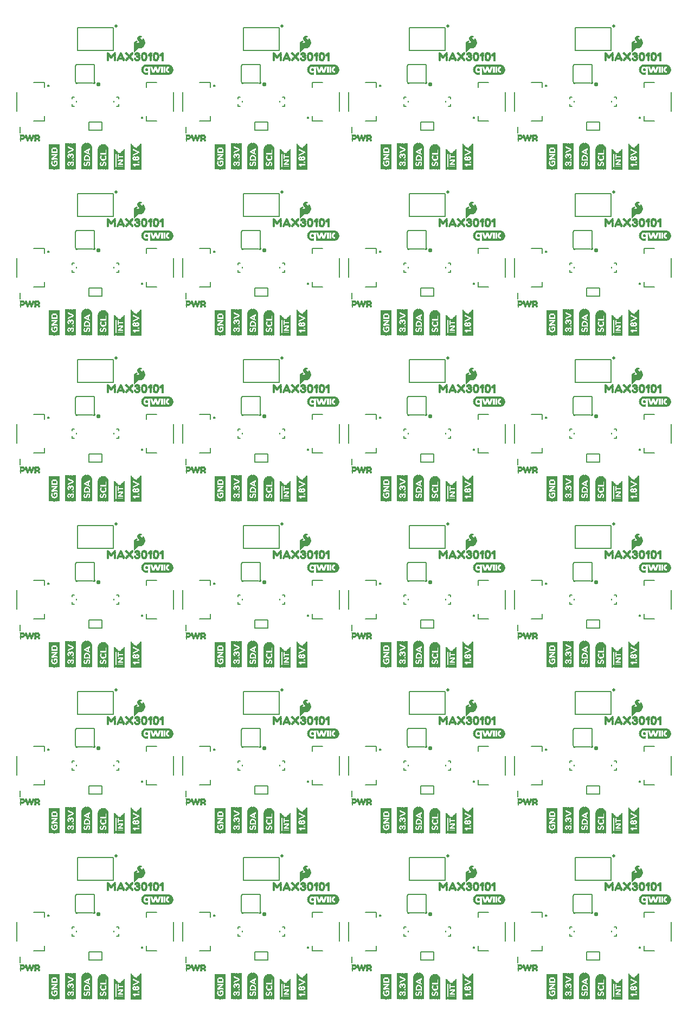
<source format=gto>
G04 EAGLE Gerber RS-274X export*
G75*
%MOMM*%
%FSLAX34Y34*%
%LPD*%
%INSilkscreen Top*%
%IPPOS*%
%AMOC8*
5,1,8,0,0,1.08239X$1,22.5*%
G01*
%ADD10C,0.127000*%
%ADD11C,0.203200*%
%ADD12R,0.040000X3.240000*%
%ADD13R,0.040000X3.200000*%
%ADD14R,0.040000X3.160000*%
%ADD15R,0.040000X3.120000*%
%ADD16R,0.040000X0.440000*%
%ADD17R,0.040000X0.720000*%
%ADD18R,0.040000X0.400000*%
%ADD19R,0.040000X0.600000*%
%ADD20R,0.040000X0.560000*%
%ADD21R,0.040000X0.520000*%
%ADD22R,0.040000X0.480000*%
%ADD23R,0.040000X2.840000*%
%ADD24R,0.040000X2.800000*%
%ADD25R,0.040000X2.760000*%
%ADD26R,0.040000X2.720000*%
%ADD27R,0.040000X0.160000*%
%ADD28R,0.040000X0.120000*%
%ADD29R,0.040000X0.280000*%
%ADD30R,0.040000X0.360000*%
%ADD31R,0.040000X0.080000*%
%ADD32R,0.040000X0.200000*%
%ADD33R,0.040000X0.320000*%
%ADD34R,0.040000X0.240000*%
%ADD35R,0.040000X0.040000*%
%ADD36R,0.040000X0.640000*%
%ADD37R,0.040000X0.680000*%
%ADD38R,0.040000X0.760000*%
%ADD39R,0.040000X0.800000*%
%ADD40R,0.040000X0.840000*%
%ADD41R,0.040000X0.880000*%
%ADD42R,0.040000X0.960000*%
%ADD43R,0.040000X3.080000*%
%ADD44R,0.040000X4.040000*%
%ADD45R,0.040000X1.000000*%
%ADD46R,0.040000X1.880000*%
%ADD47R,0.040000X0.920000*%
%ADD48R,0.040000X3.880000*%
%ADD49R,0.040000X3.280000*%
%ADD50R,0.040000X3.400000*%
%ADD51R,0.040000X3.480000*%
%ADD52R,0.040000X3.560000*%
%ADD53R,0.040000X3.600000*%
%ADD54R,0.040000X3.640000*%
%ADD55R,0.040000X3.680000*%
%ADD56R,0.040000X1.800000*%
%ADD57R,0.040000X1.240000*%
%ADD58R,0.040000X1.280000*%
%ADD59R,0.040000X1.320000*%
%ADD60R,0.040000X3.520000*%
%ADD61R,0.040000X3.720000*%
%ADD62R,0.040000X3.800000*%
%ADD63R,0.040000X3.840000*%
%ADD64R,0.040000X3.920000*%
%ADD65R,0.040000X3.040000*%
%ADD66R,0.040000X1.160000*%
%ADD67R,0.040000X1.120000*%
%ADD68R,0.040000X1.080000*%
%ADD69R,0.040000X1.040000*%
%ADD70R,0.050000X0.050000*%
%ADD71R,0.100000X0.050000*%
%ADD72R,0.150000X0.050000*%
%ADD73R,0.300000X0.050000*%
%ADD74R,0.250000X0.050000*%
%ADD75R,0.550000X0.050000*%
%ADD76R,0.500000X0.050000*%
%ADD77R,0.350000X0.050000*%
%ADD78R,0.700000X0.050000*%
%ADD79R,0.650000X0.050000*%
%ADD80R,0.400000X0.050000*%
%ADD81R,0.450000X0.050000*%
%ADD82R,0.800000X0.050000*%
%ADD83R,0.750000X0.050000*%
%ADD84R,0.850000X0.050000*%
%ADD85R,0.900000X0.050000*%
%ADD86R,0.600000X0.050000*%
%ADD87R,1.400000X0.050000*%
%ADD88R,0.300000X0.060000*%
%ADD89R,0.500000X0.060000*%
%ADD90R,0.350000X0.060000*%
%ADD91R,0.400000X0.060000*%
%ADD92R,0.650000X0.060000*%
%ADD93R,0.600000X0.060000*%
%ADD94R,1.000000X0.050000*%
%ADD95R,1.050000X0.050000*%
%ADD96R,0.200000X0.050000*%
%ADD97R,1.100000X0.050000*%
%ADD98R,1.150000X0.050000*%
%ADD99R,1.200000X0.060000*%
%ADD100R,0.450000X0.060000*%
%ADD101R,1.250000X0.050000*%
%ADD102R,0.950000X0.050000*%
%ADD103R,0.700000X0.060000*%
%ADD104C,0.015238*%
%ADD105C,0.152400*%
%ADD106C,0.406400*%
%ADD107R,0.360000X0.040000*%
%ADD108R,0.080000X0.040000*%
%ADD109R,0.120000X0.040000*%
%ADD110R,0.600000X0.040000*%
%ADD111R,0.240000X0.040000*%
%ADD112R,0.160000X0.040000*%
%ADD113R,0.680000X0.040000*%
%ADD114R,0.280000X0.040000*%
%ADD115R,0.720000X0.040000*%
%ADD116R,0.760000X0.040000*%
%ADD117R,0.320000X0.040000*%
%ADD118R,0.800000X0.040000*%
%ADD119R,0.400000X0.040000*%
%ADD120R,0.440000X0.040000*%
%ADD121R,0.480000X0.040000*%
%ADD122R,0.520000X0.040000*%
%ADD123R,1.120000X0.040000*%
%ADD124R,0.840000X0.040000*%
%ADD125R,0.200000X0.040000*%
%ADD126R,0.040000X4.120000*%
%ADD127R,0.040000X4.080000*%
%ADD128R,0.040000X4.000000*%
%ADD129R,0.040000X3.960000*%
%ADD130R,0.040000X1.640000*%
%ADD131C,0.508000*%

G36*
X472062Y1464111D02*
X472062Y1464111D01*
X499559Y1464111D01*
X499561Y1464112D01*
X499563Y1464111D01*
X500090Y1464144D01*
X500091Y1464144D01*
X500093Y1464144D01*
X501145Y1464250D01*
X501147Y1464252D01*
X501151Y1464251D01*
X501667Y1464358D01*
X501669Y1464360D01*
X501672Y1464359D01*
X502683Y1464673D01*
X502684Y1464675D01*
X502688Y1464675D01*
X503173Y1464880D01*
X503175Y1464882D01*
X503179Y1464882D01*
X504108Y1465387D01*
X504110Y1465390D01*
X504114Y1465390D01*
X504548Y1465688D01*
X504549Y1465691D01*
X504552Y1465692D01*
X505368Y1466365D01*
X505369Y1466368D01*
X505373Y1466370D01*
X505738Y1466749D01*
X505739Y1466751D01*
X505741Y1466753D01*
X506414Y1467568D01*
X506415Y1467572D01*
X506419Y1467575D01*
X506700Y1468020D01*
X506700Y1468022D01*
X506702Y1468024D01*
X507207Y1468953D01*
X507206Y1468957D01*
X507210Y1468961D01*
X507396Y1469454D01*
X507395Y1469456D01*
X507397Y1469458D01*
X507711Y1470468D01*
X507710Y1470472D01*
X507713Y1470476D01*
X507798Y1470996D01*
X507797Y1470997D01*
X507799Y1471000D01*
X507905Y1472052D01*
X507903Y1472055D01*
X507905Y1472059D01*
X507897Y1472585D01*
X507895Y1472587D01*
X507896Y1472591D01*
X507790Y1473643D01*
X507788Y1473645D01*
X507789Y1473649D01*
X507687Y1474165D01*
X507685Y1474167D01*
X507685Y1474171D01*
X507372Y1475181D01*
X507369Y1475183D01*
X507370Y1475187D01*
X507168Y1475673D01*
X507166Y1475675D01*
X507166Y1475679D01*
X506661Y1476608D01*
X506659Y1476610D01*
X506658Y1476614D01*
X506363Y1477050D01*
X506361Y1477051D01*
X506360Y1477055D01*
X505687Y1477870D01*
X505684Y1477871D01*
X505682Y1477875D01*
X505305Y1478243D01*
X505303Y1478244D01*
X505302Y1478247D01*
X504486Y1478920D01*
X504482Y1478920D01*
X504480Y1478924D01*
X504036Y1479208D01*
X504034Y1479208D01*
X504033Y1479211D01*
X503103Y1479715D01*
X503099Y1479715D01*
X503096Y1479719D01*
X502604Y1479908D01*
X502602Y1479908D01*
X502600Y1479909D01*
X501590Y1480223D01*
X501587Y1480222D01*
X501582Y1480225D01*
X501064Y1480315D01*
X501062Y1480314D01*
X501059Y1480315D01*
X500007Y1480421D01*
X499766Y1480446D01*
X499763Y1480444D01*
X499760Y1480446D01*
X466444Y1480446D01*
X465915Y1480441D01*
X465913Y1480439D01*
X465910Y1480440D01*
X464331Y1480281D01*
X464327Y1480278D01*
X464319Y1480279D01*
X462804Y1479809D01*
X462800Y1479804D01*
X462792Y1479804D01*
X461399Y1479047D01*
X461396Y1479042D01*
X461389Y1479040D01*
X460171Y1478024D01*
X460169Y1478019D01*
X460162Y1478015D01*
X459164Y1476784D01*
X459164Y1476779D01*
X459158Y1476774D01*
X458653Y1475845D01*
X458654Y1475844D01*
X458652Y1475843D01*
X458417Y1475371D01*
X458418Y1475366D01*
X458413Y1475361D01*
X458100Y1474351D01*
X458100Y1474350D01*
X458099Y1474349D01*
X457960Y1473841D01*
X457961Y1473836D01*
X457958Y1473830D01*
X457805Y1472252D01*
X457808Y1472247D01*
X457805Y1472239D01*
X457965Y1470661D01*
X457968Y1470657D01*
X457967Y1470649D01*
X458433Y1469133D01*
X458437Y1469129D01*
X458438Y1469121D01*
X459189Y1467725D01*
X459194Y1467722D01*
X459196Y1467715D01*
X459259Y1467639D01*
X459466Y1467388D01*
X459467Y1467388D01*
X459674Y1467137D01*
X459882Y1466886D01*
X460090Y1466635D01*
X460207Y1466493D01*
X460213Y1466491D01*
X460216Y1466484D01*
X461446Y1465483D01*
X461451Y1465483D01*
X461456Y1465477D01*
X462856Y1464733D01*
X462861Y1464734D01*
X462867Y1464728D01*
X464385Y1464271D01*
X464390Y1464273D01*
X464397Y1464269D01*
X465975Y1464111D01*
X465978Y1464112D01*
X465981Y1464111D01*
X468478Y1464111D01*
X468497Y1464123D01*
X468520Y1464127D01*
X468526Y1464142D01*
X468535Y1464147D01*
X468533Y1464158D01*
X468540Y1464174D01*
X468539Y1464323D01*
X468539Y1468706D01*
X468532Y1468717D01*
X468534Y1468730D01*
X468515Y1468743D01*
X468502Y1468763D01*
X468489Y1468761D01*
X468478Y1468769D01*
X468444Y1468755D01*
X468435Y1468753D01*
X468433Y1468750D01*
X468430Y1468749D01*
X468208Y1468510D01*
X467827Y1468156D01*
X467394Y1467872D01*
X466922Y1467659D01*
X466420Y1467533D01*
X465904Y1467476D01*
X465383Y1467497D01*
X464864Y1467546D01*
X464362Y1467683D01*
X463871Y1467853D01*
X463418Y1468107D01*
X463001Y1468415D01*
X462614Y1468761D01*
X462306Y1469180D01*
X462029Y1469620D01*
X461814Y1470095D01*
X461654Y1470590D01*
X461529Y1471097D01*
X461430Y1472139D01*
X461495Y1473183D01*
X461610Y1473692D01*
X461743Y1474197D01*
X461959Y1474670D01*
X462213Y1475125D01*
X462519Y1475545D01*
X462891Y1475906D01*
X463294Y1476231D01*
X463748Y1476484D01*
X464232Y1476672D01*
X464729Y1476823D01*
X465770Y1476903D01*
X466287Y1476854D01*
X466793Y1476739D01*
X467275Y1476549D01*
X467717Y1476280D01*
X468118Y1475947D01*
X468433Y1475652D01*
X468444Y1475650D01*
X468450Y1475641D01*
X468475Y1475645D01*
X468500Y1475640D01*
X468506Y1475649D01*
X468517Y1475651D01*
X468536Y1475692D01*
X468539Y1475696D01*
X468538Y1475697D01*
X468539Y1475698D01*
X468539Y1476753D01*
X468543Y1476806D01*
X471488Y1476806D01*
X471488Y1464166D01*
X471500Y1464147D01*
X471504Y1464124D01*
X471519Y1464118D01*
X471524Y1464109D01*
X471535Y1464111D01*
X471551Y1464104D01*
X472062Y1464111D01*
G37*
G36*
X990222Y945951D02*
X990222Y945951D01*
X1017719Y945951D01*
X1017721Y945952D01*
X1017723Y945951D01*
X1018250Y945984D01*
X1018251Y945984D01*
X1018253Y945984D01*
X1019305Y946090D01*
X1019307Y946092D01*
X1019311Y946091D01*
X1019827Y946198D01*
X1019829Y946200D01*
X1019832Y946199D01*
X1020843Y946513D01*
X1020844Y946515D01*
X1020848Y946515D01*
X1021333Y946720D01*
X1021335Y946722D01*
X1021339Y946722D01*
X1022268Y947227D01*
X1022270Y947230D01*
X1022274Y947230D01*
X1022708Y947528D01*
X1022709Y947531D01*
X1022712Y947532D01*
X1023528Y948205D01*
X1023529Y948208D01*
X1023533Y948210D01*
X1023898Y948589D01*
X1023899Y948591D01*
X1023901Y948593D01*
X1024574Y949408D01*
X1024575Y949412D01*
X1024579Y949415D01*
X1024860Y949860D01*
X1024860Y949862D01*
X1024862Y949864D01*
X1025367Y950793D01*
X1025366Y950797D01*
X1025370Y950801D01*
X1025556Y951294D01*
X1025555Y951296D01*
X1025557Y951298D01*
X1025871Y952308D01*
X1025870Y952312D01*
X1025873Y952316D01*
X1025958Y952836D01*
X1025957Y952837D01*
X1025959Y952840D01*
X1026065Y953892D01*
X1026063Y953895D01*
X1026065Y953899D01*
X1026057Y954425D01*
X1026055Y954427D01*
X1026056Y954431D01*
X1025950Y955483D01*
X1025948Y955485D01*
X1025949Y955489D01*
X1025847Y956005D01*
X1025845Y956007D01*
X1025845Y956011D01*
X1025532Y957021D01*
X1025529Y957023D01*
X1025530Y957027D01*
X1025328Y957513D01*
X1025326Y957515D01*
X1025326Y957519D01*
X1024821Y958448D01*
X1024819Y958450D01*
X1024818Y958454D01*
X1024523Y958890D01*
X1024521Y958891D01*
X1024520Y958895D01*
X1023847Y959710D01*
X1023844Y959711D01*
X1023842Y959715D01*
X1023465Y960083D01*
X1023463Y960084D01*
X1023462Y960087D01*
X1022646Y960760D01*
X1022642Y960760D01*
X1022640Y960764D01*
X1022196Y961048D01*
X1022194Y961048D01*
X1022193Y961051D01*
X1021263Y961555D01*
X1021259Y961555D01*
X1021256Y961559D01*
X1020764Y961748D01*
X1020762Y961748D01*
X1020760Y961749D01*
X1019750Y962063D01*
X1019747Y962062D01*
X1019742Y962065D01*
X1019224Y962155D01*
X1019222Y962154D01*
X1019219Y962155D01*
X1018167Y962261D01*
X1017926Y962286D01*
X1017923Y962284D01*
X1017920Y962286D01*
X984604Y962286D01*
X984075Y962281D01*
X984073Y962279D01*
X984070Y962280D01*
X982491Y962121D01*
X982487Y962118D01*
X982479Y962119D01*
X980964Y961649D01*
X980960Y961644D01*
X980952Y961644D01*
X979559Y960887D01*
X979556Y960882D01*
X979549Y960880D01*
X978331Y959864D01*
X978329Y959859D01*
X978322Y959855D01*
X977324Y958624D01*
X977324Y958619D01*
X977318Y958614D01*
X976813Y957685D01*
X976814Y957684D01*
X976812Y957683D01*
X976577Y957211D01*
X976578Y957206D01*
X976573Y957201D01*
X976260Y956191D01*
X976260Y956190D01*
X976259Y956189D01*
X976120Y955681D01*
X976121Y955676D01*
X976118Y955670D01*
X975965Y954092D01*
X975968Y954087D01*
X975965Y954079D01*
X976125Y952501D01*
X976128Y952497D01*
X976127Y952489D01*
X976593Y950973D01*
X976597Y950969D01*
X976598Y950961D01*
X977349Y949565D01*
X977354Y949562D01*
X977356Y949555D01*
X977419Y949479D01*
X977626Y949228D01*
X977627Y949228D01*
X977834Y948977D01*
X978042Y948726D01*
X978250Y948475D01*
X978367Y948333D01*
X978373Y948331D01*
X978376Y948324D01*
X979606Y947323D01*
X979611Y947323D01*
X979616Y947317D01*
X981016Y946573D01*
X981021Y946574D01*
X981027Y946568D01*
X982545Y946111D01*
X982550Y946113D01*
X982557Y946109D01*
X984135Y945951D01*
X984138Y945952D01*
X984141Y945951D01*
X986638Y945951D01*
X986657Y945963D01*
X986680Y945967D01*
X986686Y945982D01*
X986695Y945987D01*
X986693Y945998D01*
X986700Y946014D01*
X986699Y946163D01*
X986699Y950546D01*
X986692Y950557D01*
X986694Y950570D01*
X986675Y950583D01*
X986662Y950603D01*
X986649Y950601D01*
X986638Y950609D01*
X986604Y950595D01*
X986595Y950593D01*
X986593Y950590D01*
X986590Y950589D01*
X986368Y950350D01*
X985987Y949996D01*
X985554Y949712D01*
X985082Y949499D01*
X984580Y949373D01*
X984064Y949316D01*
X983543Y949337D01*
X983024Y949386D01*
X982522Y949523D01*
X982031Y949693D01*
X981578Y949947D01*
X981161Y950255D01*
X980774Y950601D01*
X980466Y951020D01*
X980189Y951460D01*
X979974Y951935D01*
X979814Y952430D01*
X979689Y952937D01*
X979590Y953979D01*
X979655Y955023D01*
X979770Y955532D01*
X979903Y956037D01*
X980119Y956510D01*
X980373Y956965D01*
X980679Y957385D01*
X981051Y957746D01*
X981454Y958071D01*
X981908Y958324D01*
X982392Y958512D01*
X982889Y958663D01*
X983930Y958743D01*
X984447Y958694D01*
X984953Y958579D01*
X985435Y958389D01*
X985877Y958120D01*
X986278Y957787D01*
X986593Y957492D01*
X986604Y957490D01*
X986610Y957481D01*
X986635Y957485D01*
X986660Y957480D01*
X986666Y957489D01*
X986677Y957491D01*
X986696Y957532D01*
X986699Y957536D01*
X986698Y957537D01*
X986699Y957538D01*
X986699Y958593D01*
X986703Y958646D01*
X989648Y958646D01*
X989648Y946006D01*
X989660Y945987D01*
X989664Y945964D01*
X989679Y945958D01*
X989684Y945949D01*
X989695Y945951D01*
X989711Y945944D01*
X990222Y945951D01*
G37*
G36*
X731142Y945951D02*
X731142Y945951D01*
X758639Y945951D01*
X758641Y945952D01*
X758643Y945951D01*
X759170Y945984D01*
X759171Y945984D01*
X759173Y945984D01*
X760225Y946090D01*
X760227Y946092D01*
X760231Y946091D01*
X760747Y946198D01*
X760749Y946200D01*
X760752Y946199D01*
X761763Y946513D01*
X761764Y946515D01*
X761768Y946515D01*
X762253Y946720D01*
X762255Y946722D01*
X762259Y946722D01*
X763188Y947227D01*
X763190Y947230D01*
X763194Y947230D01*
X763628Y947528D01*
X763629Y947531D01*
X763632Y947532D01*
X764448Y948205D01*
X764449Y948208D01*
X764453Y948210D01*
X764818Y948589D01*
X764819Y948591D01*
X764821Y948593D01*
X765494Y949408D01*
X765495Y949412D01*
X765499Y949415D01*
X765780Y949860D01*
X765780Y949862D01*
X765782Y949864D01*
X766287Y950793D01*
X766286Y950797D01*
X766290Y950801D01*
X766476Y951294D01*
X766475Y951296D01*
X766477Y951298D01*
X766791Y952308D01*
X766790Y952312D01*
X766793Y952316D01*
X766878Y952836D01*
X766877Y952837D01*
X766879Y952840D01*
X766985Y953892D01*
X766983Y953895D01*
X766985Y953899D01*
X766977Y954425D01*
X766975Y954427D01*
X766976Y954431D01*
X766870Y955483D01*
X766868Y955485D01*
X766869Y955489D01*
X766767Y956005D01*
X766765Y956007D01*
X766765Y956011D01*
X766452Y957021D01*
X766449Y957023D01*
X766450Y957027D01*
X766248Y957513D01*
X766246Y957515D01*
X766246Y957519D01*
X765741Y958448D01*
X765739Y958450D01*
X765738Y958454D01*
X765443Y958890D01*
X765441Y958891D01*
X765440Y958895D01*
X764767Y959710D01*
X764764Y959711D01*
X764762Y959715D01*
X764385Y960083D01*
X764383Y960084D01*
X764382Y960087D01*
X763566Y960760D01*
X763562Y960760D01*
X763560Y960764D01*
X763116Y961048D01*
X763114Y961048D01*
X763113Y961051D01*
X762183Y961555D01*
X762179Y961555D01*
X762176Y961559D01*
X761684Y961748D01*
X761682Y961748D01*
X761680Y961749D01*
X760670Y962063D01*
X760667Y962062D01*
X760662Y962065D01*
X760144Y962155D01*
X760142Y962154D01*
X760139Y962155D01*
X759087Y962261D01*
X758846Y962286D01*
X758843Y962284D01*
X758840Y962286D01*
X725524Y962286D01*
X724995Y962281D01*
X724993Y962279D01*
X724990Y962280D01*
X723411Y962121D01*
X723407Y962118D01*
X723399Y962119D01*
X721884Y961649D01*
X721880Y961644D01*
X721872Y961644D01*
X720479Y960887D01*
X720476Y960882D01*
X720469Y960880D01*
X719251Y959864D01*
X719249Y959859D01*
X719242Y959855D01*
X718244Y958624D01*
X718244Y958619D01*
X718238Y958614D01*
X717733Y957685D01*
X717734Y957684D01*
X717732Y957683D01*
X717497Y957211D01*
X717498Y957206D01*
X717493Y957201D01*
X717180Y956191D01*
X717180Y956190D01*
X717179Y956189D01*
X717040Y955681D01*
X717041Y955676D01*
X717038Y955670D01*
X716885Y954092D01*
X716888Y954087D01*
X716885Y954079D01*
X717045Y952501D01*
X717048Y952497D01*
X717047Y952489D01*
X717513Y950973D01*
X717517Y950969D01*
X717518Y950961D01*
X718269Y949565D01*
X718274Y949562D01*
X718276Y949555D01*
X718339Y949479D01*
X718546Y949228D01*
X718547Y949228D01*
X718754Y948977D01*
X718962Y948726D01*
X719170Y948475D01*
X719287Y948333D01*
X719293Y948331D01*
X719296Y948324D01*
X720526Y947323D01*
X720531Y947323D01*
X720536Y947317D01*
X721936Y946573D01*
X721941Y946574D01*
X721947Y946568D01*
X723465Y946111D01*
X723470Y946113D01*
X723477Y946109D01*
X725055Y945951D01*
X725058Y945952D01*
X725061Y945951D01*
X727558Y945951D01*
X727577Y945963D01*
X727600Y945967D01*
X727606Y945982D01*
X727615Y945987D01*
X727613Y945998D01*
X727620Y946014D01*
X727619Y946163D01*
X727619Y950546D01*
X727612Y950557D01*
X727614Y950570D01*
X727595Y950583D01*
X727582Y950603D01*
X727569Y950601D01*
X727558Y950609D01*
X727524Y950595D01*
X727515Y950593D01*
X727513Y950590D01*
X727510Y950589D01*
X727288Y950350D01*
X726907Y949996D01*
X726474Y949712D01*
X726002Y949499D01*
X725500Y949373D01*
X724984Y949316D01*
X724463Y949337D01*
X723944Y949386D01*
X723442Y949523D01*
X722951Y949693D01*
X722498Y949947D01*
X722081Y950255D01*
X721694Y950601D01*
X721386Y951020D01*
X721109Y951460D01*
X720894Y951935D01*
X720734Y952430D01*
X720609Y952937D01*
X720510Y953979D01*
X720575Y955023D01*
X720690Y955532D01*
X720823Y956037D01*
X721039Y956510D01*
X721293Y956965D01*
X721599Y957385D01*
X721971Y957746D01*
X722374Y958071D01*
X722828Y958324D01*
X723312Y958512D01*
X723809Y958663D01*
X724850Y958743D01*
X725367Y958694D01*
X725873Y958579D01*
X726355Y958389D01*
X726797Y958120D01*
X727198Y957787D01*
X727513Y957492D01*
X727524Y957490D01*
X727530Y957481D01*
X727555Y957485D01*
X727580Y957480D01*
X727586Y957489D01*
X727597Y957491D01*
X727616Y957532D01*
X727619Y957536D01*
X727618Y957537D01*
X727619Y957538D01*
X727619Y958593D01*
X727623Y958646D01*
X730568Y958646D01*
X730568Y946006D01*
X730580Y945987D01*
X730584Y945964D01*
X730599Y945958D01*
X730604Y945949D01*
X730615Y945951D01*
X730631Y945944D01*
X731142Y945951D01*
G37*
G36*
X472062Y945951D02*
X472062Y945951D01*
X499559Y945951D01*
X499561Y945952D01*
X499563Y945951D01*
X500090Y945984D01*
X500091Y945984D01*
X500093Y945984D01*
X501145Y946090D01*
X501147Y946092D01*
X501151Y946091D01*
X501667Y946198D01*
X501669Y946200D01*
X501672Y946199D01*
X502683Y946513D01*
X502684Y946515D01*
X502688Y946515D01*
X503173Y946720D01*
X503175Y946722D01*
X503179Y946722D01*
X504108Y947227D01*
X504110Y947230D01*
X504114Y947230D01*
X504548Y947528D01*
X504549Y947531D01*
X504552Y947532D01*
X505368Y948205D01*
X505369Y948208D01*
X505373Y948210D01*
X505738Y948589D01*
X505739Y948591D01*
X505741Y948593D01*
X506414Y949408D01*
X506415Y949412D01*
X506419Y949415D01*
X506700Y949860D01*
X506700Y949862D01*
X506702Y949864D01*
X507207Y950793D01*
X507206Y950797D01*
X507210Y950801D01*
X507396Y951294D01*
X507395Y951296D01*
X507397Y951298D01*
X507711Y952308D01*
X507710Y952312D01*
X507713Y952316D01*
X507798Y952836D01*
X507797Y952837D01*
X507799Y952840D01*
X507905Y953892D01*
X507903Y953895D01*
X507905Y953899D01*
X507897Y954425D01*
X507895Y954427D01*
X507896Y954431D01*
X507790Y955483D01*
X507788Y955485D01*
X507789Y955489D01*
X507687Y956005D01*
X507685Y956007D01*
X507685Y956011D01*
X507372Y957021D01*
X507369Y957023D01*
X507370Y957027D01*
X507168Y957513D01*
X507166Y957515D01*
X507166Y957519D01*
X506661Y958448D01*
X506659Y958450D01*
X506658Y958454D01*
X506363Y958890D01*
X506361Y958891D01*
X506360Y958895D01*
X505687Y959710D01*
X505684Y959711D01*
X505682Y959715D01*
X505305Y960083D01*
X505303Y960084D01*
X505302Y960087D01*
X504486Y960760D01*
X504482Y960760D01*
X504480Y960764D01*
X504036Y961048D01*
X504034Y961048D01*
X504033Y961051D01*
X503103Y961555D01*
X503099Y961555D01*
X503096Y961559D01*
X502604Y961748D01*
X502602Y961748D01*
X502600Y961749D01*
X501590Y962063D01*
X501587Y962062D01*
X501582Y962065D01*
X501064Y962155D01*
X501062Y962154D01*
X501059Y962155D01*
X500007Y962261D01*
X499766Y962286D01*
X499763Y962284D01*
X499760Y962286D01*
X466444Y962286D01*
X465915Y962281D01*
X465913Y962279D01*
X465910Y962280D01*
X464331Y962121D01*
X464327Y962118D01*
X464319Y962119D01*
X462804Y961649D01*
X462800Y961644D01*
X462792Y961644D01*
X461399Y960887D01*
X461396Y960882D01*
X461389Y960880D01*
X460171Y959864D01*
X460169Y959859D01*
X460162Y959855D01*
X459164Y958624D01*
X459164Y958619D01*
X459158Y958614D01*
X458653Y957685D01*
X458654Y957684D01*
X458652Y957683D01*
X458417Y957211D01*
X458418Y957206D01*
X458413Y957201D01*
X458100Y956191D01*
X458100Y956190D01*
X458099Y956189D01*
X457960Y955681D01*
X457961Y955676D01*
X457958Y955670D01*
X457805Y954092D01*
X457808Y954087D01*
X457805Y954079D01*
X457965Y952501D01*
X457968Y952497D01*
X457967Y952489D01*
X458433Y950973D01*
X458437Y950969D01*
X458438Y950961D01*
X459189Y949565D01*
X459194Y949562D01*
X459196Y949555D01*
X459259Y949479D01*
X459466Y949228D01*
X459467Y949228D01*
X459674Y948977D01*
X459882Y948726D01*
X460090Y948475D01*
X460207Y948333D01*
X460213Y948331D01*
X460216Y948324D01*
X461446Y947323D01*
X461451Y947323D01*
X461456Y947317D01*
X462856Y946573D01*
X462861Y946574D01*
X462867Y946568D01*
X464385Y946111D01*
X464390Y946113D01*
X464397Y946109D01*
X465975Y945951D01*
X465978Y945952D01*
X465981Y945951D01*
X468478Y945951D01*
X468497Y945963D01*
X468520Y945967D01*
X468526Y945982D01*
X468535Y945987D01*
X468533Y945998D01*
X468540Y946014D01*
X468539Y946163D01*
X468539Y950546D01*
X468532Y950557D01*
X468534Y950570D01*
X468515Y950583D01*
X468502Y950603D01*
X468489Y950601D01*
X468478Y950609D01*
X468444Y950595D01*
X468435Y950593D01*
X468433Y950590D01*
X468430Y950589D01*
X468208Y950350D01*
X467827Y949996D01*
X467394Y949712D01*
X466922Y949499D01*
X466420Y949373D01*
X465904Y949316D01*
X465383Y949337D01*
X464864Y949386D01*
X464362Y949523D01*
X463871Y949693D01*
X463418Y949947D01*
X463001Y950255D01*
X462614Y950601D01*
X462306Y951020D01*
X462029Y951460D01*
X461814Y951935D01*
X461654Y952430D01*
X461529Y952937D01*
X461430Y953979D01*
X461495Y955023D01*
X461610Y955532D01*
X461743Y956037D01*
X461959Y956510D01*
X462213Y956965D01*
X462519Y957385D01*
X462891Y957746D01*
X463294Y958071D01*
X463748Y958324D01*
X464232Y958512D01*
X464729Y958663D01*
X465770Y958743D01*
X466287Y958694D01*
X466793Y958579D01*
X467275Y958389D01*
X467717Y958120D01*
X468118Y957787D01*
X468433Y957492D01*
X468444Y957490D01*
X468450Y957481D01*
X468475Y957485D01*
X468500Y957480D01*
X468506Y957489D01*
X468517Y957491D01*
X468536Y957532D01*
X468539Y957536D01*
X468538Y957537D01*
X468539Y957538D01*
X468539Y958593D01*
X468543Y958646D01*
X471488Y958646D01*
X471488Y946006D01*
X471500Y945987D01*
X471504Y945964D01*
X471519Y945958D01*
X471524Y945949D01*
X471535Y945951D01*
X471551Y945944D01*
X472062Y945951D01*
G37*
G36*
X731142Y1464111D02*
X731142Y1464111D01*
X758639Y1464111D01*
X758641Y1464112D01*
X758643Y1464111D01*
X759170Y1464144D01*
X759171Y1464144D01*
X759173Y1464144D01*
X760225Y1464250D01*
X760227Y1464252D01*
X760231Y1464251D01*
X760747Y1464358D01*
X760749Y1464360D01*
X760752Y1464359D01*
X761763Y1464673D01*
X761764Y1464675D01*
X761768Y1464675D01*
X762253Y1464880D01*
X762255Y1464882D01*
X762259Y1464882D01*
X763188Y1465387D01*
X763190Y1465390D01*
X763194Y1465390D01*
X763628Y1465688D01*
X763629Y1465691D01*
X763632Y1465692D01*
X764448Y1466365D01*
X764449Y1466368D01*
X764453Y1466370D01*
X764818Y1466749D01*
X764819Y1466751D01*
X764821Y1466753D01*
X765494Y1467568D01*
X765495Y1467572D01*
X765499Y1467575D01*
X765780Y1468020D01*
X765780Y1468022D01*
X765782Y1468024D01*
X766287Y1468953D01*
X766286Y1468957D01*
X766290Y1468961D01*
X766476Y1469454D01*
X766475Y1469456D01*
X766477Y1469458D01*
X766791Y1470468D01*
X766790Y1470472D01*
X766793Y1470476D01*
X766878Y1470996D01*
X766877Y1470997D01*
X766879Y1471000D01*
X766985Y1472052D01*
X766983Y1472055D01*
X766985Y1472059D01*
X766977Y1472585D01*
X766975Y1472587D01*
X766976Y1472591D01*
X766870Y1473643D01*
X766868Y1473645D01*
X766869Y1473649D01*
X766767Y1474165D01*
X766765Y1474167D01*
X766765Y1474171D01*
X766452Y1475181D01*
X766449Y1475183D01*
X766450Y1475187D01*
X766248Y1475673D01*
X766246Y1475675D01*
X766246Y1475679D01*
X765741Y1476608D01*
X765739Y1476610D01*
X765738Y1476614D01*
X765443Y1477050D01*
X765441Y1477051D01*
X765440Y1477055D01*
X764767Y1477870D01*
X764764Y1477871D01*
X764762Y1477875D01*
X764385Y1478243D01*
X764383Y1478244D01*
X764382Y1478247D01*
X763566Y1478920D01*
X763562Y1478920D01*
X763560Y1478924D01*
X763116Y1479208D01*
X763114Y1479208D01*
X763113Y1479211D01*
X762183Y1479715D01*
X762179Y1479715D01*
X762176Y1479719D01*
X761684Y1479908D01*
X761682Y1479908D01*
X761680Y1479909D01*
X760670Y1480223D01*
X760667Y1480222D01*
X760662Y1480225D01*
X760144Y1480315D01*
X760142Y1480314D01*
X760139Y1480315D01*
X759087Y1480421D01*
X758846Y1480446D01*
X758843Y1480444D01*
X758840Y1480446D01*
X725524Y1480446D01*
X724995Y1480441D01*
X724993Y1480439D01*
X724990Y1480440D01*
X723411Y1480281D01*
X723407Y1480278D01*
X723399Y1480279D01*
X721884Y1479809D01*
X721880Y1479804D01*
X721872Y1479804D01*
X720479Y1479047D01*
X720476Y1479042D01*
X720469Y1479040D01*
X719251Y1478024D01*
X719249Y1478019D01*
X719242Y1478015D01*
X718244Y1476784D01*
X718244Y1476779D01*
X718238Y1476774D01*
X717733Y1475845D01*
X717734Y1475844D01*
X717732Y1475843D01*
X717497Y1475371D01*
X717498Y1475366D01*
X717493Y1475361D01*
X717180Y1474351D01*
X717180Y1474350D01*
X717179Y1474349D01*
X717040Y1473841D01*
X717041Y1473836D01*
X717038Y1473830D01*
X716885Y1472252D01*
X716888Y1472247D01*
X716885Y1472239D01*
X717045Y1470661D01*
X717048Y1470657D01*
X717047Y1470649D01*
X717513Y1469133D01*
X717517Y1469129D01*
X717518Y1469121D01*
X718269Y1467725D01*
X718274Y1467722D01*
X718276Y1467715D01*
X718339Y1467639D01*
X718546Y1467388D01*
X718547Y1467388D01*
X718754Y1467137D01*
X718962Y1466886D01*
X719170Y1466635D01*
X719287Y1466493D01*
X719293Y1466491D01*
X719296Y1466484D01*
X720526Y1465483D01*
X720531Y1465483D01*
X720536Y1465477D01*
X721936Y1464733D01*
X721941Y1464734D01*
X721947Y1464728D01*
X723465Y1464271D01*
X723470Y1464273D01*
X723477Y1464269D01*
X725055Y1464111D01*
X725058Y1464112D01*
X725061Y1464111D01*
X727558Y1464111D01*
X727577Y1464123D01*
X727600Y1464127D01*
X727606Y1464142D01*
X727615Y1464147D01*
X727613Y1464158D01*
X727620Y1464174D01*
X727619Y1464323D01*
X727619Y1468706D01*
X727612Y1468717D01*
X727614Y1468730D01*
X727595Y1468743D01*
X727582Y1468763D01*
X727569Y1468761D01*
X727558Y1468769D01*
X727524Y1468755D01*
X727515Y1468753D01*
X727513Y1468750D01*
X727510Y1468749D01*
X727288Y1468510D01*
X726907Y1468156D01*
X726474Y1467872D01*
X726002Y1467659D01*
X725500Y1467533D01*
X724984Y1467476D01*
X724463Y1467497D01*
X723944Y1467546D01*
X723442Y1467683D01*
X722951Y1467853D01*
X722498Y1468107D01*
X722081Y1468415D01*
X721694Y1468761D01*
X721386Y1469180D01*
X721109Y1469620D01*
X720894Y1470095D01*
X720734Y1470590D01*
X720609Y1471097D01*
X720510Y1472139D01*
X720575Y1473183D01*
X720690Y1473692D01*
X720823Y1474197D01*
X721039Y1474670D01*
X721293Y1475125D01*
X721599Y1475545D01*
X721971Y1475906D01*
X722374Y1476231D01*
X722828Y1476484D01*
X723312Y1476672D01*
X723809Y1476823D01*
X724850Y1476903D01*
X725367Y1476854D01*
X725873Y1476739D01*
X726355Y1476549D01*
X726797Y1476280D01*
X727198Y1475947D01*
X727513Y1475652D01*
X727524Y1475650D01*
X727530Y1475641D01*
X727555Y1475645D01*
X727580Y1475640D01*
X727586Y1475649D01*
X727597Y1475651D01*
X727616Y1475692D01*
X727619Y1475696D01*
X727618Y1475697D01*
X727619Y1475698D01*
X727619Y1476753D01*
X727623Y1476806D01*
X730568Y1476806D01*
X730568Y1464166D01*
X730580Y1464147D01*
X730584Y1464124D01*
X730599Y1464118D01*
X730604Y1464109D01*
X730615Y1464111D01*
X730631Y1464104D01*
X731142Y1464111D01*
G37*
G36*
X990222Y1464111D02*
X990222Y1464111D01*
X1017719Y1464111D01*
X1017721Y1464112D01*
X1017723Y1464111D01*
X1018250Y1464144D01*
X1018251Y1464144D01*
X1018253Y1464144D01*
X1019305Y1464250D01*
X1019307Y1464252D01*
X1019311Y1464251D01*
X1019827Y1464358D01*
X1019829Y1464360D01*
X1019832Y1464359D01*
X1020843Y1464673D01*
X1020844Y1464675D01*
X1020848Y1464675D01*
X1021333Y1464880D01*
X1021335Y1464882D01*
X1021339Y1464882D01*
X1022268Y1465387D01*
X1022270Y1465390D01*
X1022274Y1465390D01*
X1022708Y1465688D01*
X1022709Y1465691D01*
X1022712Y1465692D01*
X1023528Y1466365D01*
X1023529Y1466368D01*
X1023533Y1466370D01*
X1023898Y1466749D01*
X1023899Y1466751D01*
X1023901Y1466753D01*
X1024574Y1467568D01*
X1024575Y1467572D01*
X1024579Y1467575D01*
X1024860Y1468020D01*
X1024860Y1468022D01*
X1024862Y1468024D01*
X1025367Y1468953D01*
X1025366Y1468957D01*
X1025370Y1468961D01*
X1025556Y1469454D01*
X1025555Y1469456D01*
X1025557Y1469458D01*
X1025871Y1470468D01*
X1025870Y1470472D01*
X1025873Y1470476D01*
X1025958Y1470996D01*
X1025957Y1470997D01*
X1025959Y1471000D01*
X1026065Y1472052D01*
X1026063Y1472055D01*
X1026065Y1472059D01*
X1026057Y1472585D01*
X1026055Y1472587D01*
X1026056Y1472591D01*
X1025950Y1473643D01*
X1025948Y1473645D01*
X1025949Y1473649D01*
X1025847Y1474165D01*
X1025845Y1474167D01*
X1025845Y1474171D01*
X1025532Y1475181D01*
X1025529Y1475183D01*
X1025530Y1475187D01*
X1025328Y1475673D01*
X1025326Y1475675D01*
X1025326Y1475679D01*
X1024821Y1476608D01*
X1024819Y1476610D01*
X1024818Y1476614D01*
X1024523Y1477050D01*
X1024521Y1477051D01*
X1024520Y1477055D01*
X1023847Y1477870D01*
X1023844Y1477871D01*
X1023842Y1477875D01*
X1023465Y1478243D01*
X1023463Y1478244D01*
X1023462Y1478247D01*
X1022646Y1478920D01*
X1022642Y1478920D01*
X1022640Y1478924D01*
X1022196Y1479208D01*
X1022194Y1479208D01*
X1022193Y1479211D01*
X1021263Y1479715D01*
X1021259Y1479715D01*
X1021256Y1479719D01*
X1020764Y1479908D01*
X1020762Y1479908D01*
X1020760Y1479909D01*
X1019750Y1480223D01*
X1019747Y1480222D01*
X1019742Y1480225D01*
X1019224Y1480315D01*
X1019222Y1480314D01*
X1019219Y1480315D01*
X1018167Y1480421D01*
X1017926Y1480446D01*
X1017923Y1480444D01*
X1017920Y1480446D01*
X984604Y1480446D01*
X984075Y1480441D01*
X984073Y1480439D01*
X984070Y1480440D01*
X982491Y1480281D01*
X982487Y1480278D01*
X982479Y1480279D01*
X980964Y1479809D01*
X980960Y1479804D01*
X980952Y1479804D01*
X979559Y1479047D01*
X979556Y1479042D01*
X979549Y1479040D01*
X978331Y1478024D01*
X978329Y1478019D01*
X978322Y1478015D01*
X977324Y1476784D01*
X977324Y1476779D01*
X977318Y1476774D01*
X976813Y1475845D01*
X976814Y1475844D01*
X976812Y1475843D01*
X976577Y1475371D01*
X976578Y1475366D01*
X976573Y1475361D01*
X976260Y1474351D01*
X976260Y1474350D01*
X976259Y1474349D01*
X976120Y1473841D01*
X976121Y1473836D01*
X976118Y1473830D01*
X975965Y1472252D01*
X975968Y1472247D01*
X975965Y1472239D01*
X976125Y1470661D01*
X976128Y1470657D01*
X976127Y1470649D01*
X976593Y1469133D01*
X976597Y1469129D01*
X976598Y1469121D01*
X977349Y1467725D01*
X977354Y1467722D01*
X977356Y1467715D01*
X977419Y1467639D01*
X977626Y1467388D01*
X977627Y1467388D01*
X977834Y1467137D01*
X978042Y1466886D01*
X978250Y1466635D01*
X978367Y1466493D01*
X978373Y1466491D01*
X978376Y1466484D01*
X979606Y1465483D01*
X979611Y1465483D01*
X979616Y1465477D01*
X981016Y1464733D01*
X981021Y1464734D01*
X981027Y1464728D01*
X982545Y1464271D01*
X982550Y1464273D01*
X982557Y1464269D01*
X984135Y1464111D01*
X984138Y1464112D01*
X984141Y1464111D01*
X986638Y1464111D01*
X986657Y1464123D01*
X986680Y1464127D01*
X986686Y1464142D01*
X986695Y1464147D01*
X986693Y1464158D01*
X986700Y1464174D01*
X986699Y1464323D01*
X986699Y1468706D01*
X986692Y1468717D01*
X986694Y1468730D01*
X986675Y1468743D01*
X986662Y1468763D01*
X986649Y1468761D01*
X986638Y1468769D01*
X986604Y1468755D01*
X986595Y1468753D01*
X986593Y1468750D01*
X986590Y1468749D01*
X986368Y1468510D01*
X985987Y1468156D01*
X985554Y1467872D01*
X985082Y1467659D01*
X984580Y1467533D01*
X984064Y1467476D01*
X983543Y1467497D01*
X983024Y1467546D01*
X982522Y1467683D01*
X982031Y1467853D01*
X981578Y1468107D01*
X981161Y1468415D01*
X980774Y1468761D01*
X980466Y1469180D01*
X980189Y1469620D01*
X979974Y1470095D01*
X979814Y1470590D01*
X979689Y1471097D01*
X979590Y1472139D01*
X979655Y1473183D01*
X979770Y1473692D01*
X979903Y1474197D01*
X980119Y1474670D01*
X980373Y1475125D01*
X980679Y1475545D01*
X981051Y1475906D01*
X981454Y1476231D01*
X981908Y1476484D01*
X982392Y1476672D01*
X982889Y1476823D01*
X983930Y1476903D01*
X984447Y1476854D01*
X984953Y1476739D01*
X985435Y1476549D01*
X985877Y1476280D01*
X986278Y1475947D01*
X986593Y1475652D01*
X986604Y1475650D01*
X986610Y1475641D01*
X986635Y1475645D01*
X986660Y1475640D01*
X986666Y1475649D01*
X986677Y1475651D01*
X986696Y1475692D01*
X986699Y1475696D01*
X986698Y1475697D01*
X986699Y1475698D01*
X986699Y1476753D01*
X986703Y1476806D01*
X989648Y1476806D01*
X989648Y1464166D01*
X989660Y1464147D01*
X989664Y1464124D01*
X989679Y1464118D01*
X989684Y1464109D01*
X989695Y1464111D01*
X989711Y1464104D01*
X990222Y1464111D01*
G37*
G36*
X212982Y427791D02*
X212982Y427791D01*
X240479Y427791D01*
X240481Y427792D01*
X240483Y427791D01*
X241010Y427824D01*
X241011Y427824D01*
X241013Y427824D01*
X242065Y427930D01*
X242067Y427932D01*
X242071Y427931D01*
X242587Y428038D01*
X242589Y428040D01*
X242592Y428039D01*
X243603Y428353D01*
X243604Y428355D01*
X243608Y428355D01*
X244093Y428560D01*
X244095Y428562D01*
X244099Y428562D01*
X245028Y429067D01*
X245030Y429070D01*
X245034Y429070D01*
X245468Y429368D01*
X245469Y429371D01*
X245472Y429372D01*
X246288Y430045D01*
X246289Y430048D01*
X246293Y430050D01*
X246658Y430429D01*
X246659Y430431D01*
X246661Y430433D01*
X247334Y431248D01*
X247335Y431252D01*
X247339Y431255D01*
X247620Y431700D01*
X247620Y431702D01*
X247622Y431704D01*
X248127Y432633D01*
X248126Y432637D01*
X248130Y432641D01*
X248316Y433134D01*
X248315Y433136D01*
X248317Y433138D01*
X248631Y434148D01*
X248630Y434152D01*
X248633Y434156D01*
X248718Y434676D01*
X248717Y434677D01*
X248719Y434680D01*
X248825Y435732D01*
X248823Y435735D01*
X248825Y435739D01*
X248817Y436265D01*
X248815Y436267D01*
X248816Y436271D01*
X248710Y437323D01*
X248708Y437325D01*
X248709Y437329D01*
X248607Y437845D01*
X248605Y437847D01*
X248605Y437851D01*
X248292Y438861D01*
X248289Y438863D01*
X248290Y438867D01*
X248088Y439353D01*
X248086Y439355D01*
X248086Y439359D01*
X247581Y440288D01*
X247579Y440290D01*
X247578Y440294D01*
X247283Y440730D01*
X247281Y440731D01*
X247280Y440735D01*
X246607Y441550D01*
X246604Y441551D01*
X246602Y441555D01*
X246225Y441923D01*
X246223Y441924D01*
X246222Y441927D01*
X245406Y442600D01*
X245402Y442600D01*
X245400Y442604D01*
X244956Y442888D01*
X244954Y442888D01*
X244953Y442891D01*
X244023Y443395D01*
X244019Y443395D01*
X244016Y443399D01*
X243524Y443588D01*
X243522Y443588D01*
X243520Y443589D01*
X242510Y443903D01*
X242507Y443902D01*
X242502Y443905D01*
X241984Y443995D01*
X241982Y443994D01*
X241979Y443995D01*
X240927Y444101D01*
X240686Y444126D01*
X240683Y444124D01*
X240680Y444126D01*
X207364Y444126D01*
X206835Y444121D01*
X206833Y444119D01*
X206830Y444120D01*
X205251Y443961D01*
X205247Y443958D01*
X205239Y443959D01*
X203724Y443489D01*
X203720Y443484D01*
X203712Y443484D01*
X202319Y442727D01*
X202316Y442722D01*
X202309Y442720D01*
X201091Y441704D01*
X201089Y441699D01*
X201082Y441695D01*
X200084Y440464D01*
X200084Y440459D01*
X200078Y440454D01*
X199573Y439525D01*
X199574Y439524D01*
X199572Y439523D01*
X199337Y439051D01*
X199338Y439046D01*
X199333Y439041D01*
X199020Y438031D01*
X199020Y438030D01*
X199019Y438029D01*
X198880Y437521D01*
X198881Y437516D01*
X198878Y437510D01*
X198725Y435932D01*
X198728Y435927D01*
X198725Y435919D01*
X198885Y434341D01*
X198888Y434337D01*
X198887Y434329D01*
X199353Y432813D01*
X199357Y432809D01*
X199358Y432801D01*
X200109Y431405D01*
X200114Y431402D01*
X200116Y431395D01*
X200179Y431319D01*
X200386Y431068D01*
X200387Y431068D01*
X200594Y430817D01*
X200802Y430566D01*
X201010Y430315D01*
X201127Y430173D01*
X201133Y430171D01*
X201136Y430164D01*
X202366Y429163D01*
X202371Y429163D01*
X202376Y429157D01*
X203776Y428413D01*
X203781Y428414D01*
X203787Y428408D01*
X205305Y427951D01*
X205310Y427953D01*
X205317Y427949D01*
X206895Y427791D01*
X206898Y427792D01*
X206901Y427791D01*
X209398Y427791D01*
X209417Y427803D01*
X209440Y427807D01*
X209446Y427822D01*
X209455Y427827D01*
X209453Y427838D01*
X209460Y427854D01*
X209459Y428003D01*
X209459Y432386D01*
X209452Y432397D01*
X209454Y432410D01*
X209435Y432423D01*
X209422Y432443D01*
X209409Y432441D01*
X209398Y432449D01*
X209364Y432435D01*
X209355Y432433D01*
X209353Y432430D01*
X209350Y432429D01*
X209128Y432190D01*
X208747Y431836D01*
X208314Y431552D01*
X207842Y431339D01*
X207340Y431213D01*
X206824Y431156D01*
X206303Y431177D01*
X205784Y431226D01*
X205282Y431363D01*
X204791Y431533D01*
X204338Y431787D01*
X203921Y432095D01*
X203534Y432441D01*
X203226Y432860D01*
X202949Y433300D01*
X202734Y433775D01*
X202574Y434270D01*
X202449Y434777D01*
X202350Y435819D01*
X202415Y436863D01*
X202530Y437372D01*
X202663Y437877D01*
X202879Y438350D01*
X203133Y438805D01*
X203439Y439225D01*
X203811Y439586D01*
X204214Y439911D01*
X204668Y440164D01*
X205152Y440352D01*
X205649Y440503D01*
X206690Y440583D01*
X207207Y440534D01*
X207713Y440419D01*
X208195Y440229D01*
X208637Y439960D01*
X209038Y439627D01*
X209353Y439332D01*
X209364Y439330D01*
X209370Y439321D01*
X209395Y439325D01*
X209420Y439320D01*
X209426Y439329D01*
X209437Y439331D01*
X209456Y439372D01*
X209459Y439376D01*
X209458Y439377D01*
X209459Y439378D01*
X209459Y440433D01*
X209463Y440486D01*
X212408Y440486D01*
X212408Y427846D01*
X212420Y427827D01*
X212424Y427804D01*
X212439Y427798D01*
X212444Y427789D01*
X212455Y427791D01*
X212471Y427784D01*
X212982Y427791D01*
G37*
G36*
X212982Y1464111D02*
X212982Y1464111D01*
X240479Y1464111D01*
X240481Y1464112D01*
X240483Y1464111D01*
X241010Y1464144D01*
X241011Y1464144D01*
X241013Y1464144D01*
X242065Y1464250D01*
X242067Y1464252D01*
X242071Y1464251D01*
X242587Y1464358D01*
X242589Y1464360D01*
X242592Y1464359D01*
X243603Y1464673D01*
X243604Y1464675D01*
X243608Y1464675D01*
X244093Y1464880D01*
X244095Y1464882D01*
X244099Y1464882D01*
X245028Y1465387D01*
X245030Y1465390D01*
X245034Y1465390D01*
X245468Y1465688D01*
X245469Y1465691D01*
X245472Y1465692D01*
X246288Y1466365D01*
X246289Y1466368D01*
X246293Y1466370D01*
X246658Y1466749D01*
X246659Y1466751D01*
X246661Y1466753D01*
X247334Y1467568D01*
X247335Y1467572D01*
X247339Y1467575D01*
X247620Y1468020D01*
X247620Y1468022D01*
X247622Y1468024D01*
X248127Y1468953D01*
X248126Y1468957D01*
X248130Y1468961D01*
X248316Y1469454D01*
X248315Y1469456D01*
X248317Y1469458D01*
X248631Y1470468D01*
X248630Y1470472D01*
X248633Y1470476D01*
X248718Y1470996D01*
X248717Y1470997D01*
X248719Y1471000D01*
X248825Y1472052D01*
X248823Y1472055D01*
X248825Y1472059D01*
X248817Y1472585D01*
X248815Y1472587D01*
X248816Y1472591D01*
X248710Y1473643D01*
X248708Y1473645D01*
X248709Y1473649D01*
X248607Y1474165D01*
X248605Y1474167D01*
X248605Y1474171D01*
X248292Y1475181D01*
X248289Y1475183D01*
X248290Y1475187D01*
X248088Y1475673D01*
X248086Y1475675D01*
X248086Y1475679D01*
X247581Y1476608D01*
X247579Y1476610D01*
X247578Y1476614D01*
X247283Y1477050D01*
X247281Y1477051D01*
X247280Y1477055D01*
X246607Y1477870D01*
X246604Y1477871D01*
X246602Y1477875D01*
X246225Y1478243D01*
X246223Y1478244D01*
X246222Y1478247D01*
X245406Y1478920D01*
X245402Y1478920D01*
X245400Y1478924D01*
X244956Y1479208D01*
X244954Y1479208D01*
X244953Y1479211D01*
X244023Y1479715D01*
X244019Y1479715D01*
X244016Y1479719D01*
X243524Y1479908D01*
X243522Y1479908D01*
X243520Y1479909D01*
X242510Y1480223D01*
X242507Y1480222D01*
X242502Y1480225D01*
X241984Y1480315D01*
X241982Y1480314D01*
X241979Y1480315D01*
X240927Y1480421D01*
X240686Y1480446D01*
X240683Y1480444D01*
X240680Y1480446D01*
X207364Y1480446D01*
X206835Y1480441D01*
X206833Y1480439D01*
X206830Y1480440D01*
X205251Y1480281D01*
X205247Y1480278D01*
X205239Y1480279D01*
X203724Y1479809D01*
X203720Y1479804D01*
X203712Y1479804D01*
X202319Y1479047D01*
X202316Y1479042D01*
X202309Y1479040D01*
X201091Y1478024D01*
X201089Y1478019D01*
X201082Y1478015D01*
X200084Y1476784D01*
X200084Y1476779D01*
X200078Y1476774D01*
X199573Y1475845D01*
X199574Y1475844D01*
X199572Y1475843D01*
X199337Y1475371D01*
X199338Y1475366D01*
X199333Y1475361D01*
X199020Y1474351D01*
X199020Y1474350D01*
X199019Y1474349D01*
X198880Y1473841D01*
X198881Y1473836D01*
X198878Y1473830D01*
X198725Y1472252D01*
X198728Y1472247D01*
X198725Y1472239D01*
X198885Y1470661D01*
X198888Y1470657D01*
X198887Y1470649D01*
X199353Y1469133D01*
X199357Y1469129D01*
X199358Y1469121D01*
X200109Y1467725D01*
X200114Y1467722D01*
X200116Y1467715D01*
X200179Y1467639D01*
X200386Y1467388D01*
X200387Y1467388D01*
X200594Y1467137D01*
X200802Y1466886D01*
X201010Y1466635D01*
X201127Y1466493D01*
X201133Y1466491D01*
X201136Y1466484D01*
X202366Y1465483D01*
X202371Y1465483D01*
X202376Y1465477D01*
X203776Y1464733D01*
X203781Y1464734D01*
X203787Y1464728D01*
X205305Y1464271D01*
X205310Y1464273D01*
X205317Y1464269D01*
X206895Y1464111D01*
X206898Y1464112D01*
X206901Y1464111D01*
X209398Y1464111D01*
X209417Y1464123D01*
X209440Y1464127D01*
X209446Y1464142D01*
X209455Y1464147D01*
X209453Y1464158D01*
X209460Y1464174D01*
X209459Y1464323D01*
X209459Y1468706D01*
X209452Y1468717D01*
X209454Y1468730D01*
X209435Y1468743D01*
X209422Y1468763D01*
X209409Y1468761D01*
X209398Y1468769D01*
X209364Y1468755D01*
X209355Y1468753D01*
X209353Y1468750D01*
X209350Y1468749D01*
X209128Y1468510D01*
X208747Y1468156D01*
X208314Y1467872D01*
X207842Y1467659D01*
X207340Y1467533D01*
X206824Y1467476D01*
X206303Y1467497D01*
X205784Y1467546D01*
X205282Y1467683D01*
X204791Y1467853D01*
X204338Y1468107D01*
X203921Y1468415D01*
X203534Y1468761D01*
X203226Y1469180D01*
X202949Y1469620D01*
X202734Y1470095D01*
X202574Y1470590D01*
X202449Y1471097D01*
X202350Y1472139D01*
X202415Y1473183D01*
X202530Y1473692D01*
X202663Y1474197D01*
X202879Y1474670D01*
X203133Y1475125D01*
X203439Y1475545D01*
X203811Y1475906D01*
X204214Y1476231D01*
X204668Y1476484D01*
X205152Y1476672D01*
X205649Y1476823D01*
X206690Y1476903D01*
X207207Y1476854D01*
X207713Y1476739D01*
X208195Y1476549D01*
X208637Y1476280D01*
X209038Y1475947D01*
X209353Y1475652D01*
X209364Y1475650D01*
X209370Y1475641D01*
X209395Y1475645D01*
X209420Y1475640D01*
X209426Y1475649D01*
X209437Y1475651D01*
X209456Y1475692D01*
X209459Y1475696D01*
X209458Y1475697D01*
X209459Y1475698D01*
X209459Y1476753D01*
X209463Y1476806D01*
X212408Y1476806D01*
X212408Y1464166D01*
X212420Y1464147D01*
X212424Y1464124D01*
X212439Y1464118D01*
X212444Y1464109D01*
X212455Y1464111D01*
X212471Y1464104D01*
X212982Y1464111D01*
G37*
G36*
X472062Y686871D02*
X472062Y686871D01*
X499559Y686871D01*
X499561Y686872D01*
X499563Y686871D01*
X500090Y686904D01*
X500091Y686904D01*
X500093Y686904D01*
X501145Y687010D01*
X501147Y687012D01*
X501151Y687011D01*
X501667Y687118D01*
X501669Y687120D01*
X501672Y687119D01*
X502683Y687433D01*
X502684Y687435D01*
X502688Y687435D01*
X503173Y687640D01*
X503175Y687642D01*
X503179Y687642D01*
X504108Y688147D01*
X504110Y688150D01*
X504114Y688150D01*
X504548Y688448D01*
X504549Y688451D01*
X504552Y688452D01*
X505368Y689125D01*
X505369Y689128D01*
X505373Y689130D01*
X505738Y689509D01*
X505739Y689511D01*
X505741Y689513D01*
X506414Y690328D01*
X506415Y690332D01*
X506419Y690335D01*
X506700Y690780D01*
X506700Y690782D01*
X506702Y690784D01*
X507207Y691713D01*
X507206Y691717D01*
X507210Y691721D01*
X507396Y692214D01*
X507395Y692216D01*
X507397Y692218D01*
X507711Y693228D01*
X507710Y693232D01*
X507713Y693236D01*
X507798Y693756D01*
X507797Y693757D01*
X507799Y693760D01*
X507905Y694812D01*
X507903Y694815D01*
X507905Y694819D01*
X507897Y695345D01*
X507895Y695347D01*
X507896Y695351D01*
X507790Y696403D01*
X507788Y696405D01*
X507789Y696409D01*
X507687Y696925D01*
X507685Y696927D01*
X507685Y696931D01*
X507372Y697941D01*
X507369Y697943D01*
X507370Y697947D01*
X507168Y698433D01*
X507166Y698435D01*
X507166Y698439D01*
X506661Y699368D01*
X506659Y699370D01*
X506658Y699374D01*
X506363Y699810D01*
X506361Y699811D01*
X506360Y699815D01*
X505687Y700630D01*
X505684Y700631D01*
X505682Y700635D01*
X505305Y701003D01*
X505303Y701004D01*
X505302Y701007D01*
X504486Y701680D01*
X504482Y701680D01*
X504480Y701684D01*
X504036Y701968D01*
X504034Y701968D01*
X504033Y701971D01*
X503103Y702475D01*
X503099Y702475D01*
X503096Y702479D01*
X502604Y702668D01*
X502602Y702668D01*
X502600Y702669D01*
X501590Y702983D01*
X501587Y702982D01*
X501582Y702985D01*
X501064Y703075D01*
X501062Y703074D01*
X501059Y703075D01*
X500007Y703181D01*
X499766Y703206D01*
X499763Y703204D01*
X499760Y703206D01*
X466444Y703206D01*
X465915Y703201D01*
X465913Y703199D01*
X465910Y703200D01*
X464331Y703041D01*
X464327Y703038D01*
X464319Y703039D01*
X462804Y702569D01*
X462800Y702564D01*
X462792Y702564D01*
X461399Y701807D01*
X461396Y701802D01*
X461389Y701800D01*
X460171Y700784D01*
X460169Y700779D01*
X460162Y700775D01*
X459164Y699544D01*
X459164Y699539D01*
X459158Y699534D01*
X458653Y698605D01*
X458654Y698604D01*
X458652Y698603D01*
X458417Y698131D01*
X458418Y698126D01*
X458413Y698121D01*
X458100Y697111D01*
X458100Y697110D01*
X458099Y697109D01*
X457960Y696601D01*
X457961Y696596D01*
X457958Y696590D01*
X457805Y695012D01*
X457808Y695007D01*
X457805Y694999D01*
X457965Y693421D01*
X457968Y693417D01*
X457967Y693409D01*
X458433Y691893D01*
X458437Y691889D01*
X458438Y691881D01*
X459189Y690485D01*
X459194Y690482D01*
X459196Y690475D01*
X459259Y690399D01*
X459466Y690148D01*
X459467Y690148D01*
X459674Y689897D01*
X459882Y689646D01*
X460090Y689395D01*
X460207Y689253D01*
X460213Y689251D01*
X460216Y689244D01*
X461446Y688243D01*
X461451Y688243D01*
X461456Y688237D01*
X462856Y687493D01*
X462861Y687494D01*
X462867Y687488D01*
X464385Y687031D01*
X464390Y687033D01*
X464397Y687029D01*
X465975Y686871D01*
X465978Y686872D01*
X465981Y686871D01*
X468478Y686871D01*
X468497Y686883D01*
X468520Y686887D01*
X468526Y686902D01*
X468535Y686907D01*
X468533Y686918D01*
X468540Y686934D01*
X468539Y687083D01*
X468539Y691466D01*
X468532Y691477D01*
X468534Y691490D01*
X468515Y691503D01*
X468502Y691523D01*
X468489Y691521D01*
X468478Y691529D01*
X468444Y691515D01*
X468435Y691513D01*
X468433Y691510D01*
X468430Y691509D01*
X468208Y691270D01*
X467827Y690916D01*
X467394Y690632D01*
X466922Y690419D01*
X466420Y690293D01*
X465904Y690236D01*
X465383Y690257D01*
X464864Y690306D01*
X464362Y690443D01*
X463871Y690613D01*
X463418Y690867D01*
X463001Y691175D01*
X462614Y691521D01*
X462306Y691940D01*
X462029Y692380D01*
X461814Y692855D01*
X461654Y693350D01*
X461529Y693857D01*
X461430Y694899D01*
X461495Y695943D01*
X461610Y696452D01*
X461743Y696957D01*
X461959Y697430D01*
X462213Y697885D01*
X462519Y698305D01*
X462891Y698666D01*
X463294Y698991D01*
X463748Y699244D01*
X464232Y699432D01*
X464729Y699583D01*
X465770Y699663D01*
X466287Y699614D01*
X466793Y699499D01*
X467275Y699309D01*
X467717Y699040D01*
X468118Y698707D01*
X468433Y698412D01*
X468444Y698410D01*
X468450Y698401D01*
X468475Y698405D01*
X468500Y698400D01*
X468506Y698409D01*
X468517Y698411D01*
X468536Y698452D01*
X468539Y698456D01*
X468538Y698457D01*
X468539Y698458D01*
X468539Y699513D01*
X468543Y699566D01*
X471488Y699566D01*
X471488Y686926D01*
X471500Y686907D01*
X471504Y686884D01*
X471519Y686878D01*
X471524Y686869D01*
X471535Y686871D01*
X471551Y686864D01*
X472062Y686871D01*
G37*
G36*
X990222Y168711D02*
X990222Y168711D01*
X1017719Y168711D01*
X1017721Y168712D01*
X1017723Y168711D01*
X1018250Y168744D01*
X1018251Y168744D01*
X1018253Y168744D01*
X1019305Y168850D01*
X1019307Y168852D01*
X1019311Y168851D01*
X1019827Y168958D01*
X1019829Y168960D01*
X1019832Y168959D01*
X1020843Y169273D01*
X1020844Y169275D01*
X1020848Y169275D01*
X1021333Y169480D01*
X1021335Y169482D01*
X1021339Y169482D01*
X1022268Y169987D01*
X1022270Y169990D01*
X1022274Y169990D01*
X1022708Y170288D01*
X1022709Y170291D01*
X1022712Y170292D01*
X1023528Y170965D01*
X1023529Y170968D01*
X1023533Y170970D01*
X1023898Y171349D01*
X1023899Y171351D01*
X1023901Y171353D01*
X1024574Y172168D01*
X1024575Y172172D01*
X1024579Y172175D01*
X1024860Y172620D01*
X1024860Y172622D01*
X1024862Y172624D01*
X1025367Y173553D01*
X1025366Y173557D01*
X1025370Y173561D01*
X1025556Y174054D01*
X1025555Y174056D01*
X1025557Y174058D01*
X1025871Y175068D01*
X1025870Y175072D01*
X1025873Y175076D01*
X1025958Y175596D01*
X1025957Y175597D01*
X1025959Y175600D01*
X1026065Y176652D01*
X1026063Y176655D01*
X1026065Y176659D01*
X1026057Y177185D01*
X1026055Y177187D01*
X1026056Y177191D01*
X1025950Y178243D01*
X1025948Y178245D01*
X1025949Y178249D01*
X1025847Y178765D01*
X1025845Y178767D01*
X1025845Y178771D01*
X1025532Y179781D01*
X1025529Y179783D01*
X1025530Y179787D01*
X1025328Y180273D01*
X1025326Y180275D01*
X1025326Y180279D01*
X1024821Y181208D01*
X1024819Y181210D01*
X1024818Y181214D01*
X1024523Y181650D01*
X1024521Y181651D01*
X1024520Y181655D01*
X1023847Y182470D01*
X1023844Y182471D01*
X1023842Y182475D01*
X1023465Y182843D01*
X1023463Y182844D01*
X1023462Y182847D01*
X1022646Y183520D01*
X1022642Y183520D01*
X1022640Y183524D01*
X1022196Y183808D01*
X1022194Y183808D01*
X1022193Y183811D01*
X1021263Y184315D01*
X1021259Y184315D01*
X1021256Y184319D01*
X1020764Y184508D01*
X1020762Y184508D01*
X1020760Y184509D01*
X1019750Y184823D01*
X1019747Y184822D01*
X1019742Y184825D01*
X1019224Y184915D01*
X1019222Y184914D01*
X1019219Y184915D01*
X1018167Y185021D01*
X1017926Y185046D01*
X1017923Y185044D01*
X1017920Y185046D01*
X984604Y185046D01*
X984075Y185041D01*
X984073Y185039D01*
X984070Y185040D01*
X982491Y184881D01*
X982487Y184878D01*
X982479Y184879D01*
X980964Y184409D01*
X980960Y184404D01*
X980952Y184404D01*
X979559Y183647D01*
X979556Y183642D01*
X979549Y183640D01*
X978331Y182624D01*
X978329Y182619D01*
X978322Y182615D01*
X977324Y181384D01*
X977324Y181379D01*
X977318Y181374D01*
X976813Y180445D01*
X976814Y180444D01*
X976812Y180443D01*
X976577Y179971D01*
X976578Y179966D01*
X976573Y179961D01*
X976260Y178951D01*
X976260Y178950D01*
X976259Y178949D01*
X976120Y178441D01*
X976121Y178436D01*
X976118Y178430D01*
X975965Y176852D01*
X975968Y176847D01*
X975965Y176839D01*
X976125Y175261D01*
X976128Y175257D01*
X976127Y175249D01*
X976593Y173733D01*
X976597Y173729D01*
X976598Y173721D01*
X977349Y172325D01*
X977354Y172322D01*
X977356Y172315D01*
X977419Y172239D01*
X977626Y171988D01*
X977627Y171988D01*
X977834Y171737D01*
X978042Y171486D01*
X978250Y171235D01*
X978367Y171093D01*
X978373Y171091D01*
X978376Y171084D01*
X979606Y170083D01*
X979611Y170083D01*
X979616Y170077D01*
X981016Y169333D01*
X981021Y169334D01*
X981027Y169328D01*
X982545Y168871D01*
X982550Y168873D01*
X982557Y168869D01*
X984135Y168711D01*
X984138Y168712D01*
X984141Y168711D01*
X986638Y168711D01*
X986657Y168723D01*
X986680Y168727D01*
X986686Y168742D01*
X986695Y168747D01*
X986693Y168758D01*
X986700Y168774D01*
X986699Y168923D01*
X986699Y173306D01*
X986692Y173317D01*
X986694Y173330D01*
X986675Y173343D01*
X986662Y173363D01*
X986649Y173361D01*
X986638Y173369D01*
X986604Y173355D01*
X986595Y173353D01*
X986593Y173350D01*
X986590Y173349D01*
X986368Y173110D01*
X985987Y172756D01*
X985554Y172472D01*
X985082Y172259D01*
X984580Y172133D01*
X984064Y172076D01*
X983543Y172097D01*
X983024Y172146D01*
X982522Y172283D01*
X982031Y172453D01*
X981578Y172707D01*
X981161Y173015D01*
X980774Y173361D01*
X980466Y173780D01*
X980189Y174220D01*
X979974Y174695D01*
X979814Y175190D01*
X979689Y175697D01*
X979590Y176739D01*
X979655Y177783D01*
X979770Y178292D01*
X979903Y178797D01*
X980119Y179270D01*
X980373Y179725D01*
X980679Y180145D01*
X981051Y180506D01*
X981454Y180831D01*
X981908Y181084D01*
X982392Y181272D01*
X982889Y181423D01*
X983930Y181503D01*
X984447Y181454D01*
X984953Y181339D01*
X985435Y181149D01*
X985877Y180880D01*
X986278Y180547D01*
X986593Y180252D01*
X986604Y180250D01*
X986610Y180241D01*
X986635Y180245D01*
X986660Y180240D01*
X986666Y180249D01*
X986677Y180251D01*
X986696Y180292D01*
X986699Y180296D01*
X986698Y180297D01*
X986699Y180298D01*
X986699Y181353D01*
X986703Y181406D01*
X989648Y181406D01*
X989648Y168766D01*
X989660Y168747D01*
X989664Y168724D01*
X989679Y168718D01*
X989684Y168709D01*
X989695Y168711D01*
X989711Y168704D01*
X990222Y168711D01*
G37*
G36*
X472062Y168711D02*
X472062Y168711D01*
X499559Y168711D01*
X499561Y168712D01*
X499563Y168711D01*
X500090Y168744D01*
X500091Y168744D01*
X500093Y168744D01*
X501145Y168850D01*
X501147Y168852D01*
X501151Y168851D01*
X501667Y168958D01*
X501669Y168960D01*
X501672Y168959D01*
X502683Y169273D01*
X502684Y169275D01*
X502688Y169275D01*
X503173Y169480D01*
X503175Y169482D01*
X503179Y169482D01*
X504108Y169987D01*
X504110Y169990D01*
X504114Y169990D01*
X504548Y170288D01*
X504549Y170291D01*
X504552Y170292D01*
X505368Y170965D01*
X505369Y170968D01*
X505373Y170970D01*
X505738Y171349D01*
X505739Y171351D01*
X505741Y171353D01*
X506414Y172168D01*
X506415Y172172D01*
X506419Y172175D01*
X506700Y172620D01*
X506700Y172622D01*
X506702Y172624D01*
X507207Y173553D01*
X507206Y173557D01*
X507210Y173561D01*
X507396Y174054D01*
X507395Y174056D01*
X507397Y174058D01*
X507711Y175068D01*
X507710Y175072D01*
X507713Y175076D01*
X507798Y175596D01*
X507797Y175597D01*
X507799Y175600D01*
X507905Y176652D01*
X507903Y176655D01*
X507905Y176659D01*
X507897Y177185D01*
X507895Y177187D01*
X507896Y177191D01*
X507790Y178243D01*
X507788Y178245D01*
X507789Y178249D01*
X507687Y178765D01*
X507685Y178767D01*
X507685Y178771D01*
X507372Y179781D01*
X507369Y179783D01*
X507370Y179787D01*
X507168Y180273D01*
X507166Y180275D01*
X507166Y180279D01*
X506661Y181208D01*
X506659Y181210D01*
X506658Y181214D01*
X506363Y181650D01*
X506361Y181651D01*
X506360Y181655D01*
X505687Y182470D01*
X505684Y182471D01*
X505682Y182475D01*
X505305Y182843D01*
X505303Y182844D01*
X505302Y182847D01*
X504486Y183520D01*
X504482Y183520D01*
X504480Y183524D01*
X504036Y183808D01*
X504034Y183808D01*
X504033Y183811D01*
X503103Y184315D01*
X503099Y184315D01*
X503096Y184319D01*
X502604Y184508D01*
X502602Y184508D01*
X502600Y184509D01*
X501590Y184823D01*
X501587Y184822D01*
X501582Y184825D01*
X501064Y184915D01*
X501062Y184914D01*
X501059Y184915D01*
X500007Y185021D01*
X499766Y185046D01*
X499763Y185044D01*
X499760Y185046D01*
X466444Y185046D01*
X465915Y185041D01*
X465913Y185039D01*
X465910Y185040D01*
X464331Y184881D01*
X464327Y184878D01*
X464319Y184879D01*
X462804Y184409D01*
X462800Y184404D01*
X462792Y184404D01*
X461399Y183647D01*
X461396Y183642D01*
X461389Y183640D01*
X460171Y182624D01*
X460169Y182619D01*
X460162Y182615D01*
X459164Y181384D01*
X459164Y181379D01*
X459158Y181374D01*
X458653Y180445D01*
X458654Y180444D01*
X458652Y180443D01*
X458417Y179971D01*
X458418Y179966D01*
X458413Y179961D01*
X458100Y178951D01*
X458100Y178950D01*
X458099Y178949D01*
X457960Y178441D01*
X457961Y178436D01*
X457958Y178430D01*
X457805Y176852D01*
X457808Y176847D01*
X457805Y176839D01*
X457965Y175261D01*
X457968Y175257D01*
X457967Y175249D01*
X458433Y173733D01*
X458437Y173729D01*
X458438Y173721D01*
X459189Y172325D01*
X459194Y172322D01*
X459196Y172315D01*
X459259Y172239D01*
X459466Y171988D01*
X459467Y171988D01*
X459674Y171737D01*
X459882Y171486D01*
X460090Y171235D01*
X460207Y171093D01*
X460213Y171091D01*
X460216Y171084D01*
X461446Y170083D01*
X461451Y170083D01*
X461456Y170077D01*
X462856Y169333D01*
X462861Y169334D01*
X462867Y169328D01*
X464385Y168871D01*
X464390Y168873D01*
X464397Y168869D01*
X465975Y168711D01*
X465978Y168712D01*
X465981Y168711D01*
X468478Y168711D01*
X468497Y168723D01*
X468520Y168727D01*
X468526Y168742D01*
X468535Y168747D01*
X468533Y168758D01*
X468540Y168774D01*
X468539Y168923D01*
X468539Y173306D01*
X468532Y173317D01*
X468534Y173330D01*
X468515Y173343D01*
X468502Y173363D01*
X468489Y173361D01*
X468478Y173369D01*
X468444Y173355D01*
X468435Y173353D01*
X468433Y173350D01*
X468430Y173349D01*
X468208Y173110D01*
X467827Y172756D01*
X467394Y172472D01*
X466922Y172259D01*
X466420Y172133D01*
X465904Y172076D01*
X465383Y172097D01*
X464864Y172146D01*
X464362Y172283D01*
X463871Y172453D01*
X463418Y172707D01*
X463001Y173015D01*
X462614Y173361D01*
X462306Y173780D01*
X462029Y174220D01*
X461814Y174695D01*
X461654Y175190D01*
X461529Y175697D01*
X461430Y176739D01*
X461495Y177783D01*
X461610Y178292D01*
X461743Y178797D01*
X461959Y179270D01*
X462213Y179725D01*
X462519Y180145D01*
X462891Y180506D01*
X463294Y180831D01*
X463748Y181084D01*
X464232Y181272D01*
X464729Y181423D01*
X465770Y181503D01*
X466287Y181454D01*
X466793Y181339D01*
X467275Y181149D01*
X467717Y180880D01*
X468118Y180547D01*
X468433Y180252D01*
X468444Y180250D01*
X468450Y180241D01*
X468475Y180245D01*
X468500Y180240D01*
X468506Y180249D01*
X468517Y180251D01*
X468536Y180292D01*
X468539Y180296D01*
X468538Y180297D01*
X468539Y180298D01*
X468539Y181353D01*
X468543Y181406D01*
X471488Y181406D01*
X471488Y168766D01*
X471500Y168747D01*
X471504Y168724D01*
X471519Y168718D01*
X471524Y168709D01*
X471535Y168711D01*
X471551Y168704D01*
X472062Y168711D01*
G37*
G36*
X731142Y168711D02*
X731142Y168711D01*
X758639Y168711D01*
X758641Y168712D01*
X758643Y168711D01*
X759170Y168744D01*
X759171Y168744D01*
X759173Y168744D01*
X760225Y168850D01*
X760227Y168852D01*
X760231Y168851D01*
X760747Y168958D01*
X760749Y168960D01*
X760752Y168959D01*
X761763Y169273D01*
X761764Y169275D01*
X761768Y169275D01*
X762253Y169480D01*
X762255Y169482D01*
X762259Y169482D01*
X763188Y169987D01*
X763190Y169990D01*
X763194Y169990D01*
X763628Y170288D01*
X763629Y170291D01*
X763632Y170292D01*
X764448Y170965D01*
X764449Y170968D01*
X764453Y170970D01*
X764818Y171349D01*
X764819Y171351D01*
X764821Y171353D01*
X765494Y172168D01*
X765495Y172172D01*
X765499Y172175D01*
X765780Y172620D01*
X765780Y172622D01*
X765782Y172624D01*
X766287Y173553D01*
X766286Y173557D01*
X766290Y173561D01*
X766476Y174054D01*
X766475Y174056D01*
X766477Y174058D01*
X766791Y175068D01*
X766790Y175072D01*
X766793Y175076D01*
X766878Y175596D01*
X766877Y175597D01*
X766879Y175600D01*
X766985Y176652D01*
X766983Y176655D01*
X766985Y176659D01*
X766977Y177185D01*
X766975Y177187D01*
X766976Y177191D01*
X766870Y178243D01*
X766868Y178245D01*
X766869Y178249D01*
X766767Y178765D01*
X766765Y178767D01*
X766765Y178771D01*
X766452Y179781D01*
X766449Y179783D01*
X766450Y179787D01*
X766248Y180273D01*
X766246Y180275D01*
X766246Y180279D01*
X765741Y181208D01*
X765739Y181210D01*
X765738Y181214D01*
X765443Y181650D01*
X765441Y181651D01*
X765440Y181655D01*
X764767Y182470D01*
X764764Y182471D01*
X764762Y182475D01*
X764385Y182843D01*
X764383Y182844D01*
X764382Y182847D01*
X763566Y183520D01*
X763562Y183520D01*
X763560Y183524D01*
X763116Y183808D01*
X763114Y183808D01*
X763113Y183811D01*
X762183Y184315D01*
X762179Y184315D01*
X762176Y184319D01*
X761684Y184508D01*
X761682Y184508D01*
X761680Y184509D01*
X760670Y184823D01*
X760667Y184822D01*
X760662Y184825D01*
X760144Y184915D01*
X760142Y184914D01*
X760139Y184915D01*
X759087Y185021D01*
X758846Y185046D01*
X758843Y185044D01*
X758840Y185046D01*
X725524Y185046D01*
X724995Y185041D01*
X724993Y185039D01*
X724990Y185040D01*
X723411Y184881D01*
X723407Y184878D01*
X723399Y184879D01*
X721884Y184409D01*
X721880Y184404D01*
X721872Y184404D01*
X720479Y183647D01*
X720476Y183642D01*
X720469Y183640D01*
X719251Y182624D01*
X719249Y182619D01*
X719242Y182615D01*
X718244Y181384D01*
X718244Y181379D01*
X718238Y181374D01*
X717733Y180445D01*
X717734Y180444D01*
X717732Y180443D01*
X717497Y179971D01*
X717498Y179966D01*
X717493Y179961D01*
X717180Y178951D01*
X717180Y178950D01*
X717179Y178949D01*
X717040Y178441D01*
X717041Y178436D01*
X717038Y178430D01*
X716885Y176852D01*
X716888Y176847D01*
X716885Y176839D01*
X717045Y175261D01*
X717048Y175257D01*
X717047Y175249D01*
X717513Y173733D01*
X717517Y173729D01*
X717518Y173721D01*
X718269Y172325D01*
X718274Y172322D01*
X718276Y172315D01*
X718339Y172239D01*
X718546Y171988D01*
X718547Y171988D01*
X718754Y171737D01*
X718962Y171486D01*
X719170Y171235D01*
X719287Y171093D01*
X719293Y171091D01*
X719296Y171084D01*
X720526Y170083D01*
X720531Y170083D01*
X720536Y170077D01*
X721936Y169333D01*
X721941Y169334D01*
X721947Y169328D01*
X723465Y168871D01*
X723470Y168873D01*
X723477Y168869D01*
X725055Y168711D01*
X725058Y168712D01*
X725061Y168711D01*
X727558Y168711D01*
X727577Y168723D01*
X727600Y168727D01*
X727606Y168742D01*
X727615Y168747D01*
X727613Y168758D01*
X727620Y168774D01*
X727619Y168923D01*
X727619Y173306D01*
X727612Y173317D01*
X727614Y173330D01*
X727595Y173343D01*
X727582Y173363D01*
X727569Y173361D01*
X727558Y173369D01*
X727524Y173355D01*
X727515Y173353D01*
X727513Y173350D01*
X727510Y173349D01*
X727288Y173110D01*
X726907Y172756D01*
X726474Y172472D01*
X726002Y172259D01*
X725500Y172133D01*
X724984Y172076D01*
X724463Y172097D01*
X723944Y172146D01*
X723442Y172283D01*
X722951Y172453D01*
X722498Y172707D01*
X722081Y173015D01*
X721694Y173361D01*
X721386Y173780D01*
X721109Y174220D01*
X720894Y174695D01*
X720734Y175190D01*
X720609Y175697D01*
X720510Y176739D01*
X720575Y177783D01*
X720690Y178292D01*
X720823Y178797D01*
X721039Y179270D01*
X721293Y179725D01*
X721599Y180145D01*
X721971Y180506D01*
X722374Y180831D01*
X722828Y181084D01*
X723312Y181272D01*
X723809Y181423D01*
X724850Y181503D01*
X725367Y181454D01*
X725873Y181339D01*
X726355Y181149D01*
X726797Y180880D01*
X727198Y180547D01*
X727513Y180252D01*
X727524Y180250D01*
X727530Y180241D01*
X727555Y180245D01*
X727580Y180240D01*
X727586Y180249D01*
X727597Y180251D01*
X727616Y180292D01*
X727619Y180296D01*
X727618Y180297D01*
X727619Y180298D01*
X727619Y181353D01*
X727623Y181406D01*
X730568Y181406D01*
X730568Y168766D01*
X730580Y168747D01*
X730584Y168724D01*
X730599Y168718D01*
X730604Y168709D01*
X730615Y168711D01*
X730631Y168704D01*
X731142Y168711D01*
G37*
G36*
X472062Y1205031D02*
X472062Y1205031D01*
X499559Y1205031D01*
X499561Y1205032D01*
X499563Y1205031D01*
X500090Y1205064D01*
X500091Y1205064D01*
X500093Y1205064D01*
X501145Y1205170D01*
X501147Y1205172D01*
X501151Y1205171D01*
X501667Y1205278D01*
X501669Y1205280D01*
X501672Y1205279D01*
X502683Y1205593D01*
X502684Y1205595D01*
X502688Y1205595D01*
X503173Y1205800D01*
X503175Y1205802D01*
X503179Y1205802D01*
X504108Y1206307D01*
X504110Y1206310D01*
X504114Y1206310D01*
X504548Y1206608D01*
X504549Y1206611D01*
X504552Y1206612D01*
X505368Y1207285D01*
X505369Y1207288D01*
X505373Y1207290D01*
X505738Y1207669D01*
X505739Y1207671D01*
X505741Y1207673D01*
X506414Y1208488D01*
X506415Y1208492D01*
X506419Y1208495D01*
X506700Y1208940D01*
X506700Y1208942D01*
X506702Y1208944D01*
X507207Y1209873D01*
X507206Y1209877D01*
X507210Y1209881D01*
X507396Y1210374D01*
X507395Y1210376D01*
X507397Y1210378D01*
X507711Y1211388D01*
X507710Y1211392D01*
X507713Y1211396D01*
X507798Y1211916D01*
X507797Y1211917D01*
X507799Y1211920D01*
X507905Y1212972D01*
X507903Y1212975D01*
X507905Y1212979D01*
X507897Y1213505D01*
X507895Y1213507D01*
X507896Y1213511D01*
X507790Y1214563D01*
X507788Y1214565D01*
X507789Y1214569D01*
X507687Y1215085D01*
X507685Y1215087D01*
X507685Y1215091D01*
X507372Y1216101D01*
X507369Y1216103D01*
X507370Y1216107D01*
X507168Y1216593D01*
X507166Y1216595D01*
X507166Y1216599D01*
X506661Y1217528D01*
X506659Y1217530D01*
X506658Y1217534D01*
X506363Y1217970D01*
X506361Y1217971D01*
X506360Y1217975D01*
X505687Y1218790D01*
X505684Y1218791D01*
X505682Y1218795D01*
X505305Y1219163D01*
X505303Y1219164D01*
X505302Y1219167D01*
X504486Y1219840D01*
X504482Y1219840D01*
X504480Y1219844D01*
X504036Y1220128D01*
X504034Y1220128D01*
X504033Y1220131D01*
X503103Y1220635D01*
X503099Y1220635D01*
X503096Y1220639D01*
X502604Y1220828D01*
X502602Y1220828D01*
X502600Y1220829D01*
X501590Y1221143D01*
X501587Y1221142D01*
X501582Y1221145D01*
X501064Y1221235D01*
X501062Y1221234D01*
X501059Y1221235D01*
X500007Y1221341D01*
X499766Y1221366D01*
X499763Y1221364D01*
X499760Y1221366D01*
X466444Y1221366D01*
X465915Y1221361D01*
X465913Y1221359D01*
X465910Y1221360D01*
X464331Y1221201D01*
X464327Y1221198D01*
X464319Y1221199D01*
X462804Y1220729D01*
X462800Y1220724D01*
X462792Y1220724D01*
X461399Y1219967D01*
X461396Y1219962D01*
X461389Y1219960D01*
X460171Y1218944D01*
X460169Y1218939D01*
X460162Y1218935D01*
X459164Y1217704D01*
X459164Y1217699D01*
X459158Y1217694D01*
X458653Y1216765D01*
X458654Y1216764D01*
X458652Y1216763D01*
X458417Y1216291D01*
X458418Y1216286D01*
X458413Y1216281D01*
X458100Y1215271D01*
X458100Y1215270D01*
X458099Y1215269D01*
X457960Y1214761D01*
X457961Y1214756D01*
X457958Y1214750D01*
X457805Y1213172D01*
X457808Y1213167D01*
X457805Y1213159D01*
X457965Y1211581D01*
X457968Y1211577D01*
X457967Y1211569D01*
X458433Y1210053D01*
X458437Y1210049D01*
X458438Y1210041D01*
X459189Y1208645D01*
X459194Y1208642D01*
X459196Y1208635D01*
X459259Y1208559D01*
X459466Y1208308D01*
X459467Y1208308D01*
X459674Y1208057D01*
X459882Y1207806D01*
X460090Y1207555D01*
X460207Y1207413D01*
X460213Y1207411D01*
X460216Y1207404D01*
X461446Y1206403D01*
X461451Y1206403D01*
X461456Y1206397D01*
X462856Y1205653D01*
X462861Y1205654D01*
X462867Y1205648D01*
X464385Y1205191D01*
X464390Y1205193D01*
X464397Y1205189D01*
X465975Y1205031D01*
X465978Y1205032D01*
X465981Y1205031D01*
X468478Y1205031D01*
X468497Y1205043D01*
X468520Y1205047D01*
X468526Y1205062D01*
X468535Y1205067D01*
X468533Y1205078D01*
X468540Y1205094D01*
X468539Y1205243D01*
X468539Y1209626D01*
X468532Y1209637D01*
X468534Y1209650D01*
X468515Y1209663D01*
X468502Y1209683D01*
X468489Y1209681D01*
X468478Y1209689D01*
X468444Y1209675D01*
X468435Y1209673D01*
X468433Y1209670D01*
X468430Y1209669D01*
X468208Y1209430D01*
X467827Y1209076D01*
X467394Y1208792D01*
X466922Y1208579D01*
X466420Y1208453D01*
X465904Y1208396D01*
X465383Y1208417D01*
X464864Y1208466D01*
X464362Y1208603D01*
X463871Y1208773D01*
X463418Y1209027D01*
X463001Y1209335D01*
X462614Y1209681D01*
X462306Y1210100D01*
X462029Y1210540D01*
X461814Y1211015D01*
X461654Y1211510D01*
X461529Y1212017D01*
X461430Y1213059D01*
X461495Y1214103D01*
X461610Y1214612D01*
X461743Y1215117D01*
X461959Y1215590D01*
X462213Y1216045D01*
X462519Y1216465D01*
X462891Y1216826D01*
X463294Y1217151D01*
X463748Y1217404D01*
X464232Y1217592D01*
X464729Y1217743D01*
X465770Y1217823D01*
X466287Y1217774D01*
X466793Y1217659D01*
X467275Y1217469D01*
X467717Y1217200D01*
X468118Y1216867D01*
X468433Y1216572D01*
X468444Y1216570D01*
X468450Y1216561D01*
X468475Y1216565D01*
X468500Y1216560D01*
X468506Y1216569D01*
X468517Y1216571D01*
X468536Y1216612D01*
X468539Y1216616D01*
X468538Y1216617D01*
X468539Y1216618D01*
X468539Y1217673D01*
X468543Y1217726D01*
X471488Y1217726D01*
X471488Y1205086D01*
X471500Y1205067D01*
X471504Y1205044D01*
X471519Y1205038D01*
X471524Y1205029D01*
X471535Y1205031D01*
X471551Y1205024D01*
X472062Y1205031D01*
G37*
G36*
X731142Y1205031D02*
X731142Y1205031D01*
X758639Y1205031D01*
X758641Y1205032D01*
X758643Y1205031D01*
X759170Y1205064D01*
X759171Y1205064D01*
X759173Y1205064D01*
X760225Y1205170D01*
X760227Y1205172D01*
X760231Y1205171D01*
X760747Y1205278D01*
X760749Y1205280D01*
X760752Y1205279D01*
X761763Y1205593D01*
X761764Y1205595D01*
X761768Y1205595D01*
X762253Y1205800D01*
X762255Y1205802D01*
X762259Y1205802D01*
X763188Y1206307D01*
X763190Y1206310D01*
X763194Y1206310D01*
X763628Y1206608D01*
X763629Y1206611D01*
X763632Y1206612D01*
X764448Y1207285D01*
X764449Y1207288D01*
X764453Y1207290D01*
X764818Y1207669D01*
X764819Y1207671D01*
X764821Y1207673D01*
X765494Y1208488D01*
X765495Y1208492D01*
X765499Y1208495D01*
X765780Y1208940D01*
X765780Y1208942D01*
X765782Y1208944D01*
X766287Y1209873D01*
X766286Y1209877D01*
X766290Y1209881D01*
X766476Y1210374D01*
X766475Y1210376D01*
X766477Y1210378D01*
X766791Y1211388D01*
X766790Y1211392D01*
X766793Y1211396D01*
X766878Y1211916D01*
X766877Y1211917D01*
X766879Y1211920D01*
X766985Y1212972D01*
X766983Y1212975D01*
X766985Y1212979D01*
X766977Y1213505D01*
X766975Y1213507D01*
X766976Y1213511D01*
X766870Y1214563D01*
X766868Y1214565D01*
X766869Y1214569D01*
X766767Y1215085D01*
X766765Y1215087D01*
X766765Y1215091D01*
X766452Y1216101D01*
X766449Y1216103D01*
X766450Y1216107D01*
X766248Y1216593D01*
X766246Y1216595D01*
X766246Y1216599D01*
X765741Y1217528D01*
X765739Y1217530D01*
X765738Y1217534D01*
X765443Y1217970D01*
X765441Y1217971D01*
X765440Y1217975D01*
X764767Y1218790D01*
X764764Y1218791D01*
X764762Y1218795D01*
X764385Y1219163D01*
X764383Y1219164D01*
X764382Y1219167D01*
X763566Y1219840D01*
X763562Y1219840D01*
X763560Y1219844D01*
X763116Y1220128D01*
X763114Y1220128D01*
X763113Y1220131D01*
X762183Y1220635D01*
X762179Y1220635D01*
X762176Y1220639D01*
X761684Y1220828D01*
X761682Y1220828D01*
X761680Y1220829D01*
X760670Y1221143D01*
X760667Y1221142D01*
X760662Y1221145D01*
X760144Y1221235D01*
X760142Y1221234D01*
X760139Y1221235D01*
X759087Y1221341D01*
X758846Y1221366D01*
X758843Y1221364D01*
X758840Y1221366D01*
X725524Y1221366D01*
X724995Y1221361D01*
X724993Y1221359D01*
X724990Y1221360D01*
X723411Y1221201D01*
X723407Y1221198D01*
X723399Y1221199D01*
X721884Y1220729D01*
X721880Y1220724D01*
X721872Y1220724D01*
X720479Y1219967D01*
X720476Y1219962D01*
X720469Y1219960D01*
X719251Y1218944D01*
X719249Y1218939D01*
X719242Y1218935D01*
X718244Y1217704D01*
X718244Y1217699D01*
X718238Y1217694D01*
X717733Y1216765D01*
X717734Y1216764D01*
X717732Y1216763D01*
X717497Y1216291D01*
X717498Y1216286D01*
X717493Y1216281D01*
X717180Y1215271D01*
X717180Y1215270D01*
X717179Y1215269D01*
X717040Y1214761D01*
X717041Y1214756D01*
X717038Y1214750D01*
X716885Y1213172D01*
X716888Y1213167D01*
X716885Y1213159D01*
X717045Y1211581D01*
X717048Y1211577D01*
X717047Y1211569D01*
X717513Y1210053D01*
X717517Y1210049D01*
X717518Y1210041D01*
X718269Y1208645D01*
X718274Y1208642D01*
X718276Y1208635D01*
X718339Y1208559D01*
X718546Y1208308D01*
X718547Y1208308D01*
X718754Y1208057D01*
X718962Y1207806D01*
X719170Y1207555D01*
X719287Y1207413D01*
X719293Y1207411D01*
X719296Y1207404D01*
X720526Y1206403D01*
X720531Y1206403D01*
X720536Y1206397D01*
X721936Y1205653D01*
X721941Y1205654D01*
X721947Y1205648D01*
X723465Y1205191D01*
X723470Y1205193D01*
X723477Y1205189D01*
X725055Y1205031D01*
X725058Y1205032D01*
X725061Y1205031D01*
X727558Y1205031D01*
X727577Y1205043D01*
X727600Y1205047D01*
X727606Y1205062D01*
X727615Y1205067D01*
X727613Y1205078D01*
X727620Y1205094D01*
X727619Y1205243D01*
X727619Y1209626D01*
X727612Y1209637D01*
X727614Y1209650D01*
X727595Y1209663D01*
X727582Y1209683D01*
X727569Y1209681D01*
X727558Y1209689D01*
X727524Y1209675D01*
X727515Y1209673D01*
X727513Y1209670D01*
X727510Y1209669D01*
X727288Y1209430D01*
X726907Y1209076D01*
X726474Y1208792D01*
X726002Y1208579D01*
X725500Y1208453D01*
X724984Y1208396D01*
X724463Y1208417D01*
X723944Y1208466D01*
X723442Y1208603D01*
X722951Y1208773D01*
X722498Y1209027D01*
X722081Y1209335D01*
X721694Y1209681D01*
X721386Y1210100D01*
X721109Y1210540D01*
X720894Y1211015D01*
X720734Y1211510D01*
X720609Y1212017D01*
X720510Y1213059D01*
X720575Y1214103D01*
X720690Y1214612D01*
X720823Y1215117D01*
X721039Y1215590D01*
X721293Y1216045D01*
X721599Y1216465D01*
X721971Y1216826D01*
X722374Y1217151D01*
X722828Y1217404D01*
X723312Y1217592D01*
X723809Y1217743D01*
X724850Y1217823D01*
X725367Y1217774D01*
X725873Y1217659D01*
X726355Y1217469D01*
X726797Y1217200D01*
X727198Y1216867D01*
X727513Y1216572D01*
X727524Y1216570D01*
X727530Y1216561D01*
X727555Y1216565D01*
X727580Y1216560D01*
X727586Y1216569D01*
X727597Y1216571D01*
X727616Y1216612D01*
X727619Y1216616D01*
X727618Y1216617D01*
X727619Y1216618D01*
X727619Y1217673D01*
X727623Y1217726D01*
X730568Y1217726D01*
X730568Y1205086D01*
X730580Y1205067D01*
X730584Y1205044D01*
X730599Y1205038D01*
X730604Y1205029D01*
X730615Y1205031D01*
X730631Y1205024D01*
X731142Y1205031D01*
G37*
G36*
X472062Y427791D02*
X472062Y427791D01*
X499559Y427791D01*
X499561Y427792D01*
X499563Y427791D01*
X500090Y427824D01*
X500091Y427824D01*
X500093Y427824D01*
X501145Y427930D01*
X501147Y427932D01*
X501151Y427931D01*
X501667Y428038D01*
X501669Y428040D01*
X501672Y428039D01*
X502683Y428353D01*
X502684Y428355D01*
X502688Y428355D01*
X503173Y428560D01*
X503175Y428562D01*
X503179Y428562D01*
X504108Y429067D01*
X504110Y429070D01*
X504114Y429070D01*
X504548Y429368D01*
X504549Y429371D01*
X504552Y429372D01*
X505368Y430045D01*
X505369Y430048D01*
X505373Y430050D01*
X505738Y430429D01*
X505739Y430431D01*
X505741Y430433D01*
X506414Y431248D01*
X506415Y431252D01*
X506419Y431255D01*
X506700Y431700D01*
X506700Y431702D01*
X506702Y431704D01*
X507207Y432633D01*
X507206Y432637D01*
X507210Y432641D01*
X507396Y433134D01*
X507395Y433136D01*
X507397Y433138D01*
X507711Y434148D01*
X507710Y434152D01*
X507713Y434156D01*
X507798Y434676D01*
X507797Y434677D01*
X507799Y434680D01*
X507905Y435732D01*
X507903Y435735D01*
X507905Y435739D01*
X507897Y436265D01*
X507895Y436267D01*
X507896Y436271D01*
X507790Y437323D01*
X507788Y437325D01*
X507789Y437329D01*
X507687Y437845D01*
X507685Y437847D01*
X507685Y437851D01*
X507372Y438861D01*
X507369Y438863D01*
X507370Y438867D01*
X507168Y439353D01*
X507166Y439355D01*
X507166Y439359D01*
X506661Y440288D01*
X506659Y440290D01*
X506658Y440294D01*
X506363Y440730D01*
X506361Y440731D01*
X506360Y440735D01*
X505687Y441550D01*
X505684Y441551D01*
X505682Y441555D01*
X505305Y441923D01*
X505303Y441924D01*
X505302Y441927D01*
X504486Y442600D01*
X504482Y442600D01*
X504480Y442604D01*
X504036Y442888D01*
X504034Y442888D01*
X504033Y442891D01*
X503103Y443395D01*
X503099Y443395D01*
X503096Y443399D01*
X502604Y443588D01*
X502602Y443588D01*
X502600Y443589D01*
X501590Y443903D01*
X501587Y443902D01*
X501582Y443905D01*
X501064Y443995D01*
X501062Y443994D01*
X501059Y443995D01*
X500007Y444101D01*
X499766Y444126D01*
X499763Y444124D01*
X499760Y444126D01*
X466444Y444126D01*
X465915Y444121D01*
X465913Y444119D01*
X465910Y444120D01*
X464331Y443961D01*
X464327Y443958D01*
X464319Y443959D01*
X462804Y443489D01*
X462800Y443484D01*
X462792Y443484D01*
X461399Y442727D01*
X461396Y442722D01*
X461389Y442720D01*
X460171Y441704D01*
X460169Y441699D01*
X460162Y441695D01*
X459164Y440464D01*
X459164Y440459D01*
X459158Y440454D01*
X458653Y439525D01*
X458654Y439524D01*
X458652Y439523D01*
X458417Y439051D01*
X458418Y439046D01*
X458413Y439041D01*
X458100Y438031D01*
X458100Y438030D01*
X458099Y438029D01*
X457960Y437521D01*
X457961Y437516D01*
X457958Y437510D01*
X457805Y435932D01*
X457808Y435927D01*
X457805Y435919D01*
X457965Y434341D01*
X457968Y434337D01*
X457967Y434329D01*
X458433Y432813D01*
X458437Y432809D01*
X458438Y432801D01*
X459189Y431405D01*
X459194Y431402D01*
X459196Y431395D01*
X459259Y431319D01*
X459466Y431068D01*
X459467Y431068D01*
X459674Y430817D01*
X459882Y430566D01*
X460090Y430315D01*
X460207Y430173D01*
X460213Y430171D01*
X460216Y430164D01*
X461446Y429163D01*
X461451Y429163D01*
X461456Y429157D01*
X462856Y428413D01*
X462861Y428414D01*
X462867Y428408D01*
X464385Y427951D01*
X464390Y427953D01*
X464397Y427949D01*
X465975Y427791D01*
X465978Y427792D01*
X465981Y427791D01*
X468478Y427791D01*
X468497Y427803D01*
X468520Y427807D01*
X468526Y427822D01*
X468535Y427827D01*
X468533Y427838D01*
X468540Y427854D01*
X468539Y428003D01*
X468539Y432386D01*
X468532Y432397D01*
X468534Y432410D01*
X468515Y432423D01*
X468502Y432443D01*
X468489Y432441D01*
X468478Y432449D01*
X468444Y432435D01*
X468435Y432433D01*
X468433Y432430D01*
X468430Y432429D01*
X468208Y432190D01*
X467827Y431836D01*
X467394Y431552D01*
X466922Y431339D01*
X466420Y431213D01*
X465904Y431156D01*
X465383Y431177D01*
X464864Y431226D01*
X464362Y431363D01*
X463871Y431533D01*
X463418Y431787D01*
X463001Y432095D01*
X462614Y432441D01*
X462306Y432860D01*
X462029Y433300D01*
X461814Y433775D01*
X461654Y434270D01*
X461529Y434777D01*
X461430Y435819D01*
X461495Y436863D01*
X461610Y437372D01*
X461743Y437877D01*
X461959Y438350D01*
X462213Y438805D01*
X462519Y439225D01*
X462891Y439586D01*
X463294Y439911D01*
X463748Y440164D01*
X464232Y440352D01*
X464729Y440503D01*
X465770Y440583D01*
X466287Y440534D01*
X466793Y440419D01*
X467275Y440229D01*
X467717Y439960D01*
X468118Y439627D01*
X468433Y439332D01*
X468444Y439330D01*
X468450Y439321D01*
X468475Y439325D01*
X468500Y439320D01*
X468506Y439329D01*
X468517Y439331D01*
X468536Y439372D01*
X468539Y439376D01*
X468538Y439377D01*
X468539Y439378D01*
X468539Y440433D01*
X468543Y440486D01*
X471488Y440486D01*
X471488Y427846D01*
X471500Y427827D01*
X471504Y427804D01*
X471519Y427798D01*
X471524Y427789D01*
X471535Y427791D01*
X471551Y427784D01*
X472062Y427791D01*
G37*
G36*
X731142Y427791D02*
X731142Y427791D01*
X758639Y427791D01*
X758641Y427792D01*
X758643Y427791D01*
X759170Y427824D01*
X759171Y427824D01*
X759173Y427824D01*
X760225Y427930D01*
X760227Y427932D01*
X760231Y427931D01*
X760747Y428038D01*
X760749Y428040D01*
X760752Y428039D01*
X761763Y428353D01*
X761764Y428355D01*
X761768Y428355D01*
X762253Y428560D01*
X762255Y428562D01*
X762259Y428562D01*
X763188Y429067D01*
X763190Y429070D01*
X763194Y429070D01*
X763628Y429368D01*
X763629Y429371D01*
X763632Y429372D01*
X764448Y430045D01*
X764449Y430048D01*
X764453Y430050D01*
X764818Y430429D01*
X764819Y430431D01*
X764821Y430433D01*
X765494Y431248D01*
X765495Y431252D01*
X765499Y431255D01*
X765780Y431700D01*
X765780Y431702D01*
X765782Y431704D01*
X766287Y432633D01*
X766286Y432637D01*
X766290Y432641D01*
X766476Y433134D01*
X766475Y433136D01*
X766477Y433138D01*
X766791Y434148D01*
X766790Y434152D01*
X766793Y434156D01*
X766878Y434676D01*
X766877Y434677D01*
X766879Y434680D01*
X766985Y435732D01*
X766983Y435735D01*
X766985Y435739D01*
X766977Y436265D01*
X766975Y436267D01*
X766976Y436271D01*
X766870Y437323D01*
X766868Y437325D01*
X766869Y437329D01*
X766767Y437845D01*
X766765Y437847D01*
X766765Y437851D01*
X766452Y438861D01*
X766449Y438863D01*
X766450Y438867D01*
X766248Y439353D01*
X766246Y439355D01*
X766246Y439359D01*
X765741Y440288D01*
X765739Y440290D01*
X765738Y440294D01*
X765443Y440730D01*
X765441Y440731D01*
X765440Y440735D01*
X764767Y441550D01*
X764764Y441551D01*
X764762Y441555D01*
X764385Y441923D01*
X764383Y441924D01*
X764382Y441927D01*
X763566Y442600D01*
X763562Y442600D01*
X763560Y442604D01*
X763116Y442888D01*
X763114Y442888D01*
X763113Y442891D01*
X762183Y443395D01*
X762179Y443395D01*
X762176Y443399D01*
X761684Y443588D01*
X761682Y443588D01*
X761680Y443589D01*
X760670Y443903D01*
X760667Y443902D01*
X760662Y443905D01*
X760144Y443995D01*
X760142Y443994D01*
X760139Y443995D01*
X759087Y444101D01*
X758846Y444126D01*
X758843Y444124D01*
X758840Y444126D01*
X725524Y444126D01*
X724995Y444121D01*
X724993Y444119D01*
X724990Y444120D01*
X723411Y443961D01*
X723407Y443958D01*
X723399Y443959D01*
X721884Y443489D01*
X721880Y443484D01*
X721872Y443484D01*
X720479Y442727D01*
X720476Y442722D01*
X720469Y442720D01*
X719251Y441704D01*
X719249Y441699D01*
X719242Y441695D01*
X718244Y440464D01*
X718244Y440459D01*
X718238Y440454D01*
X717733Y439525D01*
X717734Y439524D01*
X717732Y439523D01*
X717497Y439051D01*
X717498Y439046D01*
X717493Y439041D01*
X717180Y438031D01*
X717180Y438030D01*
X717179Y438029D01*
X717040Y437521D01*
X717041Y437516D01*
X717038Y437510D01*
X716885Y435932D01*
X716888Y435927D01*
X716885Y435919D01*
X717045Y434341D01*
X717048Y434337D01*
X717047Y434329D01*
X717513Y432813D01*
X717517Y432809D01*
X717518Y432801D01*
X718269Y431405D01*
X718274Y431402D01*
X718276Y431395D01*
X718339Y431319D01*
X718546Y431068D01*
X718547Y431068D01*
X718754Y430817D01*
X718962Y430566D01*
X719170Y430315D01*
X719287Y430173D01*
X719293Y430171D01*
X719296Y430164D01*
X720526Y429163D01*
X720531Y429163D01*
X720536Y429157D01*
X721936Y428413D01*
X721941Y428414D01*
X721947Y428408D01*
X723465Y427951D01*
X723470Y427953D01*
X723477Y427949D01*
X725055Y427791D01*
X725058Y427792D01*
X725061Y427791D01*
X727558Y427791D01*
X727577Y427803D01*
X727600Y427807D01*
X727606Y427822D01*
X727615Y427827D01*
X727613Y427838D01*
X727620Y427854D01*
X727619Y428003D01*
X727619Y432386D01*
X727612Y432397D01*
X727614Y432410D01*
X727595Y432423D01*
X727582Y432443D01*
X727569Y432441D01*
X727558Y432449D01*
X727524Y432435D01*
X727515Y432433D01*
X727513Y432430D01*
X727510Y432429D01*
X727288Y432190D01*
X726907Y431836D01*
X726474Y431552D01*
X726002Y431339D01*
X725500Y431213D01*
X724984Y431156D01*
X724463Y431177D01*
X723944Y431226D01*
X723442Y431363D01*
X722951Y431533D01*
X722498Y431787D01*
X722081Y432095D01*
X721694Y432441D01*
X721386Y432860D01*
X721109Y433300D01*
X720894Y433775D01*
X720734Y434270D01*
X720609Y434777D01*
X720510Y435819D01*
X720575Y436863D01*
X720690Y437372D01*
X720823Y437877D01*
X721039Y438350D01*
X721293Y438805D01*
X721599Y439225D01*
X721971Y439586D01*
X722374Y439911D01*
X722828Y440164D01*
X723312Y440352D01*
X723809Y440503D01*
X724850Y440583D01*
X725367Y440534D01*
X725873Y440419D01*
X726355Y440229D01*
X726797Y439960D01*
X727198Y439627D01*
X727513Y439332D01*
X727524Y439330D01*
X727530Y439321D01*
X727555Y439325D01*
X727580Y439320D01*
X727586Y439329D01*
X727597Y439331D01*
X727616Y439372D01*
X727619Y439376D01*
X727618Y439377D01*
X727619Y439378D01*
X727619Y440433D01*
X727623Y440486D01*
X730568Y440486D01*
X730568Y427846D01*
X730580Y427827D01*
X730584Y427804D01*
X730599Y427798D01*
X730604Y427789D01*
X730615Y427791D01*
X730631Y427784D01*
X731142Y427791D01*
G37*
G36*
X212982Y168711D02*
X212982Y168711D01*
X240479Y168711D01*
X240481Y168712D01*
X240483Y168711D01*
X241010Y168744D01*
X241011Y168744D01*
X241013Y168744D01*
X242065Y168850D01*
X242067Y168852D01*
X242071Y168851D01*
X242587Y168958D01*
X242589Y168960D01*
X242592Y168959D01*
X243603Y169273D01*
X243604Y169275D01*
X243608Y169275D01*
X244093Y169480D01*
X244095Y169482D01*
X244099Y169482D01*
X245028Y169987D01*
X245030Y169990D01*
X245034Y169990D01*
X245468Y170288D01*
X245469Y170291D01*
X245472Y170292D01*
X246288Y170965D01*
X246289Y170968D01*
X246293Y170970D01*
X246658Y171349D01*
X246659Y171351D01*
X246661Y171353D01*
X247334Y172168D01*
X247335Y172172D01*
X247339Y172175D01*
X247620Y172620D01*
X247620Y172622D01*
X247622Y172624D01*
X248127Y173553D01*
X248126Y173557D01*
X248130Y173561D01*
X248316Y174054D01*
X248315Y174056D01*
X248317Y174058D01*
X248631Y175068D01*
X248630Y175072D01*
X248633Y175076D01*
X248718Y175596D01*
X248717Y175597D01*
X248719Y175600D01*
X248825Y176652D01*
X248823Y176655D01*
X248825Y176659D01*
X248817Y177185D01*
X248815Y177187D01*
X248816Y177191D01*
X248710Y178243D01*
X248708Y178245D01*
X248709Y178249D01*
X248607Y178765D01*
X248605Y178767D01*
X248605Y178771D01*
X248292Y179781D01*
X248289Y179783D01*
X248290Y179787D01*
X248088Y180273D01*
X248086Y180275D01*
X248086Y180279D01*
X247581Y181208D01*
X247579Y181210D01*
X247578Y181214D01*
X247283Y181650D01*
X247281Y181651D01*
X247280Y181655D01*
X246607Y182470D01*
X246604Y182471D01*
X246602Y182475D01*
X246225Y182843D01*
X246223Y182844D01*
X246222Y182847D01*
X245406Y183520D01*
X245402Y183520D01*
X245400Y183524D01*
X244956Y183808D01*
X244954Y183808D01*
X244953Y183811D01*
X244023Y184315D01*
X244019Y184315D01*
X244016Y184319D01*
X243524Y184508D01*
X243522Y184508D01*
X243520Y184509D01*
X242510Y184823D01*
X242507Y184822D01*
X242502Y184825D01*
X241984Y184915D01*
X241982Y184914D01*
X241979Y184915D01*
X240927Y185021D01*
X240686Y185046D01*
X240683Y185044D01*
X240680Y185046D01*
X207364Y185046D01*
X206835Y185041D01*
X206833Y185039D01*
X206830Y185040D01*
X205251Y184881D01*
X205247Y184878D01*
X205239Y184879D01*
X203724Y184409D01*
X203720Y184404D01*
X203712Y184404D01*
X202319Y183647D01*
X202316Y183642D01*
X202309Y183640D01*
X201091Y182624D01*
X201089Y182619D01*
X201082Y182615D01*
X200084Y181384D01*
X200084Y181379D01*
X200078Y181374D01*
X199573Y180445D01*
X199574Y180444D01*
X199572Y180443D01*
X199337Y179971D01*
X199338Y179966D01*
X199333Y179961D01*
X199020Y178951D01*
X199020Y178950D01*
X199019Y178949D01*
X198880Y178441D01*
X198881Y178436D01*
X198878Y178430D01*
X198725Y176852D01*
X198728Y176847D01*
X198725Y176839D01*
X198885Y175261D01*
X198888Y175257D01*
X198887Y175249D01*
X199353Y173733D01*
X199357Y173729D01*
X199358Y173721D01*
X200109Y172325D01*
X200114Y172322D01*
X200116Y172315D01*
X200179Y172239D01*
X200386Y171988D01*
X200387Y171988D01*
X200594Y171737D01*
X200802Y171486D01*
X201010Y171235D01*
X201127Y171093D01*
X201133Y171091D01*
X201136Y171084D01*
X202366Y170083D01*
X202371Y170083D01*
X202376Y170077D01*
X203776Y169333D01*
X203781Y169334D01*
X203787Y169328D01*
X205305Y168871D01*
X205310Y168873D01*
X205317Y168869D01*
X206895Y168711D01*
X206898Y168712D01*
X206901Y168711D01*
X209398Y168711D01*
X209417Y168723D01*
X209440Y168727D01*
X209446Y168742D01*
X209455Y168747D01*
X209453Y168758D01*
X209460Y168774D01*
X209459Y168923D01*
X209459Y173306D01*
X209452Y173317D01*
X209454Y173330D01*
X209435Y173343D01*
X209422Y173363D01*
X209409Y173361D01*
X209398Y173369D01*
X209364Y173355D01*
X209355Y173353D01*
X209353Y173350D01*
X209350Y173349D01*
X209128Y173110D01*
X208747Y172756D01*
X208314Y172472D01*
X207842Y172259D01*
X207340Y172133D01*
X206824Y172076D01*
X206303Y172097D01*
X205784Y172146D01*
X205282Y172283D01*
X204791Y172453D01*
X204338Y172707D01*
X203921Y173015D01*
X203534Y173361D01*
X203226Y173780D01*
X202949Y174220D01*
X202734Y174695D01*
X202574Y175190D01*
X202449Y175697D01*
X202350Y176739D01*
X202415Y177783D01*
X202530Y178292D01*
X202663Y178797D01*
X202879Y179270D01*
X203133Y179725D01*
X203439Y180145D01*
X203811Y180506D01*
X204214Y180831D01*
X204668Y181084D01*
X205152Y181272D01*
X205649Y181423D01*
X206690Y181503D01*
X207207Y181454D01*
X207713Y181339D01*
X208195Y181149D01*
X208637Y180880D01*
X209038Y180547D01*
X209353Y180252D01*
X209364Y180250D01*
X209370Y180241D01*
X209395Y180245D01*
X209420Y180240D01*
X209426Y180249D01*
X209437Y180251D01*
X209456Y180292D01*
X209459Y180296D01*
X209458Y180297D01*
X209459Y180298D01*
X209459Y181353D01*
X209463Y181406D01*
X212408Y181406D01*
X212408Y168766D01*
X212420Y168747D01*
X212424Y168724D01*
X212439Y168718D01*
X212444Y168709D01*
X212455Y168711D01*
X212471Y168704D01*
X212982Y168711D01*
G37*
G36*
X212982Y945951D02*
X212982Y945951D01*
X240479Y945951D01*
X240481Y945952D01*
X240483Y945951D01*
X241010Y945984D01*
X241011Y945984D01*
X241013Y945984D01*
X242065Y946090D01*
X242067Y946092D01*
X242071Y946091D01*
X242587Y946198D01*
X242589Y946200D01*
X242592Y946199D01*
X243603Y946513D01*
X243604Y946515D01*
X243608Y946515D01*
X244093Y946720D01*
X244095Y946722D01*
X244099Y946722D01*
X245028Y947227D01*
X245030Y947230D01*
X245034Y947230D01*
X245468Y947528D01*
X245469Y947531D01*
X245472Y947532D01*
X246288Y948205D01*
X246289Y948208D01*
X246293Y948210D01*
X246658Y948589D01*
X246659Y948591D01*
X246661Y948593D01*
X247334Y949408D01*
X247335Y949412D01*
X247339Y949415D01*
X247620Y949860D01*
X247620Y949862D01*
X247622Y949864D01*
X248127Y950793D01*
X248126Y950797D01*
X248130Y950801D01*
X248316Y951294D01*
X248315Y951296D01*
X248317Y951298D01*
X248631Y952308D01*
X248630Y952312D01*
X248633Y952316D01*
X248718Y952836D01*
X248717Y952837D01*
X248719Y952840D01*
X248825Y953892D01*
X248823Y953895D01*
X248825Y953899D01*
X248817Y954425D01*
X248815Y954427D01*
X248816Y954431D01*
X248710Y955483D01*
X248708Y955485D01*
X248709Y955489D01*
X248607Y956005D01*
X248605Y956007D01*
X248605Y956011D01*
X248292Y957021D01*
X248289Y957023D01*
X248290Y957027D01*
X248088Y957513D01*
X248086Y957515D01*
X248086Y957519D01*
X247581Y958448D01*
X247579Y958450D01*
X247578Y958454D01*
X247283Y958890D01*
X247281Y958891D01*
X247280Y958895D01*
X246607Y959710D01*
X246604Y959711D01*
X246602Y959715D01*
X246225Y960083D01*
X246223Y960084D01*
X246222Y960087D01*
X245406Y960760D01*
X245402Y960760D01*
X245400Y960764D01*
X244956Y961048D01*
X244954Y961048D01*
X244953Y961051D01*
X244023Y961555D01*
X244019Y961555D01*
X244016Y961559D01*
X243524Y961748D01*
X243522Y961748D01*
X243520Y961749D01*
X242510Y962063D01*
X242507Y962062D01*
X242502Y962065D01*
X241984Y962155D01*
X241982Y962154D01*
X241979Y962155D01*
X240927Y962261D01*
X240686Y962286D01*
X240683Y962284D01*
X240680Y962286D01*
X207364Y962286D01*
X206835Y962281D01*
X206833Y962279D01*
X206830Y962280D01*
X205251Y962121D01*
X205247Y962118D01*
X205239Y962119D01*
X203724Y961649D01*
X203720Y961644D01*
X203712Y961644D01*
X202319Y960887D01*
X202316Y960882D01*
X202309Y960880D01*
X201091Y959864D01*
X201089Y959859D01*
X201082Y959855D01*
X200084Y958624D01*
X200084Y958619D01*
X200078Y958614D01*
X199573Y957685D01*
X199574Y957684D01*
X199572Y957683D01*
X199337Y957211D01*
X199338Y957206D01*
X199333Y957201D01*
X199020Y956191D01*
X199020Y956190D01*
X199019Y956189D01*
X198880Y955681D01*
X198881Y955676D01*
X198878Y955670D01*
X198725Y954092D01*
X198728Y954087D01*
X198725Y954079D01*
X198885Y952501D01*
X198888Y952497D01*
X198887Y952489D01*
X199353Y950973D01*
X199357Y950969D01*
X199358Y950961D01*
X200109Y949565D01*
X200114Y949562D01*
X200116Y949555D01*
X200179Y949479D01*
X200386Y949228D01*
X200387Y949228D01*
X200594Y948977D01*
X200802Y948726D01*
X201010Y948475D01*
X201127Y948333D01*
X201133Y948331D01*
X201136Y948324D01*
X202366Y947323D01*
X202371Y947323D01*
X202376Y947317D01*
X203776Y946573D01*
X203781Y946574D01*
X203787Y946568D01*
X205305Y946111D01*
X205310Y946113D01*
X205317Y946109D01*
X206895Y945951D01*
X206898Y945952D01*
X206901Y945951D01*
X209398Y945951D01*
X209417Y945963D01*
X209440Y945967D01*
X209446Y945982D01*
X209455Y945987D01*
X209453Y945998D01*
X209460Y946014D01*
X209459Y946163D01*
X209459Y950546D01*
X209452Y950557D01*
X209454Y950570D01*
X209435Y950583D01*
X209422Y950603D01*
X209409Y950601D01*
X209398Y950609D01*
X209364Y950595D01*
X209355Y950593D01*
X209353Y950590D01*
X209350Y950589D01*
X209128Y950350D01*
X208747Y949996D01*
X208314Y949712D01*
X207842Y949499D01*
X207340Y949373D01*
X206824Y949316D01*
X206303Y949337D01*
X205784Y949386D01*
X205282Y949523D01*
X204791Y949693D01*
X204338Y949947D01*
X203921Y950255D01*
X203534Y950601D01*
X203226Y951020D01*
X202949Y951460D01*
X202734Y951935D01*
X202574Y952430D01*
X202449Y952937D01*
X202350Y953979D01*
X202415Y955023D01*
X202530Y955532D01*
X202663Y956037D01*
X202879Y956510D01*
X203133Y956965D01*
X203439Y957385D01*
X203811Y957746D01*
X204214Y958071D01*
X204668Y958324D01*
X205152Y958512D01*
X205649Y958663D01*
X206690Y958743D01*
X207207Y958694D01*
X207713Y958579D01*
X208195Y958389D01*
X208637Y958120D01*
X209038Y957787D01*
X209353Y957492D01*
X209364Y957490D01*
X209370Y957481D01*
X209395Y957485D01*
X209420Y957480D01*
X209426Y957489D01*
X209437Y957491D01*
X209456Y957532D01*
X209459Y957536D01*
X209458Y957537D01*
X209459Y957538D01*
X209459Y958593D01*
X209463Y958646D01*
X212408Y958646D01*
X212408Y946006D01*
X212420Y945987D01*
X212424Y945964D01*
X212439Y945958D01*
X212444Y945949D01*
X212455Y945951D01*
X212471Y945944D01*
X212982Y945951D01*
G37*
G36*
X990222Y1205031D02*
X990222Y1205031D01*
X1017719Y1205031D01*
X1017721Y1205032D01*
X1017723Y1205031D01*
X1018250Y1205064D01*
X1018251Y1205064D01*
X1018253Y1205064D01*
X1019305Y1205170D01*
X1019307Y1205172D01*
X1019311Y1205171D01*
X1019827Y1205278D01*
X1019829Y1205280D01*
X1019832Y1205279D01*
X1020843Y1205593D01*
X1020844Y1205595D01*
X1020848Y1205595D01*
X1021333Y1205800D01*
X1021335Y1205802D01*
X1021339Y1205802D01*
X1022268Y1206307D01*
X1022270Y1206310D01*
X1022274Y1206310D01*
X1022708Y1206608D01*
X1022709Y1206611D01*
X1022712Y1206612D01*
X1023528Y1207285D01*
X1023529Y1207288D01*
X1023533Y1207290D01*
X1023898Y1207669D01*
X1023899Y1207671D01*
X1023901Y1207673D01*
X1024574Y1208488D01*
X1024575Y1208492D01*
X1024579Y1208495D01*
X1024860Y1208940D01*
X1024860Y1208942D01*
X1024862Y1208944D01*
X1025367Y1209873D01*
X1025366Y1209877D01*
X1025370Y1209881D01*
X1025556Y1210374D01*
X1025555Y1210376D01*
X1025557Y1210378D01*
X1025871Y1211388D01*
X1025870Y1211392D01*
X1025873Y1211396D01*
X1025958Y1211916D01*
X1025957Y1211917D01*
X1025959Y1211920D01*
X1026065Y1212972D01*
X1026063Y1212975D01*
X1026065Y1212979D01*
X1026057Y1213505D01*
X1026055Y1213507D01*
X1026056Y1213511D01*
X1025950Y1214563D01*
X1025948Y1214565D01*
X1025949Y1214569D01*
X1025847Y1215085D01*
X1025845Y1215087D01*
X1025845Y1215091D01*
X1025532Y1216101D01*
X1025529Y1216103D01*
X1025530Y1216107D01*
X1025328Y1216593D01*
X1025326Y1216595D01*
X1025326Y1216599D01*
X1024821Y1217528D01*
X1024819Y1217530D01*
X1024818Y1217534D01*
X1024523Y1217970D01*
X1024521Y1217971D01*
X1024520Y1217975D01*
X1023847Y1218790D01*
X1023844Y1218791D01*
X1023842Y1218795D01*
X1023465Y1219163D01*
X1023463Y1219164D01*
X1023462Y1219167D01*
X1022646Y1219840D01*
X1022642Y1219840D01*
X1022640Y1219844D01*
X1022196Y1220128D01*
X1022194Y1220128D01*
X1022193Y1220131D01*
X1021263Y1220635D01*
X1021259Y1220635D01*
X1021256Y1220639D01*
X1020764Y1220828D01*
X1020762Y1220828D01*
X1020760Y1220829D01*
X1019750Y1221143D01*
X1019747Y1221142D01*
X1019742Y1221145D01*
X1019224Y1221235D01*
X1019222Y1221234D01*
X1019219Y1221235D01*
X1018167Y1221341D01*
X1017926Y1221366D01*
X1017923Y1221364D01*
X1017920Y1221366D01*
X984604Y1221366D01*
X984075Y1221361D01*
X984073Y1221359D01*
X984070Y1221360D01*
X982491Y1221201D01*
X982487Y1221198D01*
X982479Y1221199D01*
X980964Y1220729D01*
X980960Y1220724D01*
X980952Y1220724D01*
X979559Y1219967D01*
X979556Y1219962D01*
X979549Y1219960D01*
X978331Y1218944D01*
X978329Y1218939D01*
X978322Y1218935D01*
X977324Y1217704D01*
X977324Y1217699D01*
X977318Y1217694D01*
X976813Y1216765D01*
X976814Y1216764D01*
X976812Y1216763D01*
X976577Y1216291D01*
X976578Y1216286D01*
X976573Y1216281D01*
X976260Y1215271D01*
X976260Y1215270D01*
X976259Y1215269D01*
X976120Y1214761D01*
X976121Y1214756D01*
X976118Y1214750D01*
X975965Y1213172D01*
X975968Y1213167D01*
X975965Y1213159D01*
X976125Y1211581D01*
X976128Y1211577D01*
X976127Y1211569D01*
X976593Y1210053D01*
X976597Y1210049D01*
X976598Y1210041D01*
X977349Y1208645D01*
X977354Y1208642D01*
X977356Y1208635D01*
X977419Y1208559D01*
X977626Y1208308D01*
X977627Y1208308D01*
X977834Y1208057D01*
X978042Y1207806D01*
X978250Y1207555D01*
X978367Y1207413D01*
X978373Y1207411D01*
X978376Y1207404D01*
X979606Y1206403D01*
X979611Y1206403D01*
X979616Y1206397D01*
X981016Y1205653D01*
X981021Y1205654D01*
X981027Y1205648D01*
X982545Y1205191D01*
X982550Y1205193D01*
X982557Y1205189D01*
X984135Y1205031D01*
X984138Y1205032D01*
X984141Y1205031D01*
X986638Y1205031D01*
X986657Y1205043D01*
X986680Y1205047D01*
X986686Y1205062D01*
X986695Y1205067D01*
X986693Y1205078D01*
X986700Y1205094D01*
X986699Y1205243D01*
X986699Y1209626D01*
X986692Y1209637D01*
X986694Y1209650D01*
X986675Y1209663D01*
X986662Y1209683D01*
X986649Y1209681D01*
X986638Y1209689D01*
X986604Y1209675D01*
X986595Y1209673D01*
X986593Y1209670D01*
X986590Y1209669D01*
X986368Y1209430D01*
X985987Y1209076D01*
X985554Y1208792D01*
X985082Y1208579D01*
X984580Y1208453D01*
X984064Y1208396D01*
X983543Y1208417D01*
X983024Y1208466D01*
X982522Y1208603D01*
X982031Y1208773D01*
X981578Y1209027D01*
X981161Y1209335D01*
X980774Y1209681D01*
X980466Y1210100D01*
X980189Y1210540D01*
X979974Y1211015D01*
X979814Y1211510D01*
X979689Y1212017D01*
X979590Y1213059D01*
X979655Y1214103D01*
X979770Y1214612D01*
X979903Y1215117D01*
X980119Y1215590D01*
X980373Y1216045D01*
X980679Y1216465D01*
X981051Y1216826D01*
X981454Y1217151D01*
X981908Y1217404D01*
X982392Y1217592D01*
X982889Y1217743D01*
X983930Y1217823D01*
X984447Y1217774D01*
X984953Y1217659D01*
X985435Y1217469D01*
X985877Y1217200D01*
X986278Y1216867D01*
X986593Y1216572D01*
X986604Y1216570D01*
X986610Y1216561D01*
X986635Y1216565D01*
X986660Y1216560D01*
X986666Y1216569D01*
X986677Y1216571D01*
X986696Y1216612D01*
X986699Y1216616D01*
X986698Y1216617D01*
X986699Y1216618D01*
X986699Y1217673D01*
X986703Y1217726D01*
X989648Y1217726D01*
X989648Y1205086D01*
X989660Y1205067D01*
X989664Y1205044D01*
X989679Y1205038D01*
X989684Y1205029D01*
X989695Y1205031D01*
X989711Y1205024D01*
X990222Y1205031D01*
G37*
G36*
X212982Y1205031D02*
X212982Y1205031D01*
X240479Y1205031D01*
X240481Y1205032D01*
X240483Y1205031D01*
X241010Y1205064D01*
X241011Y1205064D01*
X241013Y1205064D01*
X242065Y1205170D01*
X242067Y1205172D01*
X242071Y1205171D01*
X242587Y1205278D01*
X242589Y1205280D01*
X242592Y1205279D01*
X243603Y1205593D01*
X243604Y1205595D01*
X243608Y1205595D01*
X244093Y1205800D01*
X244095Y1205802D01*
X244099Y1205802D01*
X245028Y1206307D01*
X245030Y1206310D01*
X245034Y1206310D01*
X245468Y1206608D01*
X245469Y1206611D01*
X245472Y1206612D01*
X246288Y1207285D01*
X246289Y1207288D01*
X246293Y1207290D01*
X246658Y1207669D01*
X246659Y1207671D01*
X246661Y1207673D01*
X247334Y1208488D01*
X247335Y1208492D01*
X247339Y1208495D01*
X247620Y1208940D01*
X247620Y1208942D01*
X247622Y1208944D01*
X248127Y1209873D01*
X248126Y1209877D01*
X248130Y1209881D01*
X248316Y1210374D01*
X248315Y1210376D01*
X248317Y1210378D01*
X248631Y1211388D01*
X248630Y1211392D01*
X248633Y1211396D01*
X248718Y1211916D01*
X248717Y1211917D01*
X248719Y1211920D01*
X248825Y1212972D01*
X248823Y1212975D01*
X248825Y1212979D01*
X248817Y1213505D01*
X248815Y1213507D01*
X248816Y1213511D01*
X248710Y1214563D01*
X248708Y1214565D01*
X248709Y1214569D01*
X248607Y1215085D01*
X248605Y1215087D01*
X248605Y1215091D01*
X248292Y1216101D01*
X248289Y1216103D01*
X248290Y1216107D01*
X248088Y1216593D01*
X248086Y1216595D01*
X248086Y1216599D01*
X247581Y1217528D01*
X247579Y1217530D01*
X247578Y1217534D01*
X247283Y1217970D01*
X247281Y1217971D01*
X247280Y1217975D01*
X246607Y1218790D01*
X246604Y1218791D01*
X246602Y1218795D01*
X246225Y1219163D01*
X246223Y1219164D01*
X246222Y1219167D01*
X245406Y1219840D01*
X245402Y1219840D01*
X245400Y1219844D01*
X244956Y1220128D01*
X244954Y1220128D01*
X244953Y1220131D01*
X244023Y1220635D01*
X244019Y1220635D01*
X244016Y1220639D01*
X243524Y1220828D01*
X243522Y1220828D01*
X243520Y1220829D01*
X242510Y1221143D01*
X242507Y1221142D01*
X242502Y1221145D01*
X241984Y1221235D01*
X241982Y1221234D01*
X241979Y1221235D01*
X240927Y1221341D01*
X240686Y1221366D01*
X240683Y1221364D01*
X240680Y1221366D01*
X207364Y1221366D01*
X206835Y1221361D01*
X206833Y1221359D01*
X206830Y1221360D01*
X205251Y1221201D01*
X205247Y1221198D01*
X205239Y1221199D01*
X203724Y1220729D01*
X203720Y1220724D01*
X203712Y1220724D01*
X202319Y1219967D01*
X202316Y1219962D01*
X202309Y1219960D01*
X201091Y1218944D01*
X201089Y1218939D01*
X201082Y1218935D01*
X200084Y1217704D01*
X200084Y1217699D01*
X200078Y1217694D01*
X199573Y1216765D01*
X199574Y1216764D01*
X199572Y1216763D01*
X199337Y1216291D01*
X199338Y1216286D01*
X199333Y1216281D01*
X199020Y1215271D01*
X199020Y1215270D01*
X199019Y1215269D01*
X198880Y1214761D01*
X198881Y1214756D01*
X198878Y1214750D01*
X198725Y1213172D01*
X198728Y1213167D01*
X198725Y1213159D01*
X198885Y1211581D01*
X198888Y1211577D01*
X198887Y1211569D01*
X199353Y1210053D01*
X199357Y1210049D01*
X199358Y1210041D01*
X200109Y1208645D01*
X200114Y1208642D01*
X200116Y1208635D01*
X200179Y1208559D01*
X200386Y1208308D01*
X200387Y1208308D01*
X200594Y1208057D01*
X200802Y1207806D01*
X201010Y1207555D01*
X201127Y1207413D01*
X201133Y1207411D01*
X201136Y1207404D01*
X202366Y1206403D01*
X202371Y1206403D01*
X202376Y1206397D01*
X203776Y1205653D01*
X203781Y1205654D01*
X203787Y1205648D01*
X205305Y1205191D01*
X205310Y1205193D01*
X205317Y1205189D01*
X206895Y1205031D01*
X206898Y1205032D01*
X206901Y1205031D01*
X209398Y1205031D01*
X209417Y1205043D01*
X209440Y1205047D01*
X209446Y1205062D01*
X209455Y1205067D01*
X209453Y1205078D01*
X209460Y1205094D01*
X209459Y1205243D01*
X209459Y1209626D01*
X209452Y1209637D01*
X209454Y1209650D01*
X209435Y1209663D01*
X209422Y1209683D01*
X209409Y1209681D01*
X209398Y1209689D01*
X209364Y1209675D01*
X209355Y1209673D01*
X209353Y1209670D01*
X209350Y1209669D01*
X209128Y1209430D01*
X208747Y1209076D01*
X208314Y1208792D01*
X207842Y1208579D01*
X207340Y1208453D01*
X206824Y1208396D01*
X206303Y1208417D01*
X205784Y1208466D01*
X205282Y1208603D01*
X204791Y1208773D01*
X204338Y1209027D01*
X203921Y1209335D01*
X203534Y1209681D01*
X203226Y1210100D01*
X202949Y1210540D01*
X202734Y1211015D01*
X202574Y1211510D01*
X202449Y1212017D01*
X202350Y1213059D01*
X202415Y1214103D01*
X202530Y1214612D01*
X202663Y1215117D01*
X202879Y1215590D01*
X203133Y1216045D01*
X203439Y1216465D01*
X203811Y1216826D01*
X204214Y1217151D01*
X204668Y1217404D01*
X205152Y1217592D01*
X205649Y1217743D01*
X206690Y1217823D01*
X207207Y1217774D01*
X207713Y1217659D01*
X208195Y1217469D01*
X208637Y1217200D01*
X209038Y1216867D01*
X209353Y1216572D01*
X209364Y1216570D01*
X209370Y1216561D01*
X209395Y1216565D01*
X209420Y1216560D01*
X209426Y1216569D01*
X209437Y1216571D01*
X209456Y1216612D01*
X209459Y1216616D01*
X209458Y1216617D01*
X209459Y1216618D01*
X209459Y1217673D01*
X209463Y1217726D01*
X212408Y1217726D01*
X212408Y1205086D01*
X212420Y1205067D01*
X212424Y1205044D01*
X212439Y1205038D01*
X212444Y1205029D01*
X212455Y1205031D01*
X212471Y1205024D01*
X212982Y1205031D01*
G37*
G36*
X990222Y427791D02*
X990222Y427791D01*
X1017719Y427791D01*
X1017721Y427792D01*
X1017723Y427791D01*
X1018250Y427824D01*
X1018251Y427824D01*
X1018253Y427824D01*
X1019305Y427930D01*
X1019307Y427932D01*
X1019311Y427931D01*
X1019827Y428038D01*
X1019829Y428040D01*
X1019832Y428039D01*
X1020843Y428353D01*
X1020844Y428355D01*
X1020848Y428355D01*
X1021333Y428560D01*
X1021335Y428562D01*
X1021339Y428562D01*
X1022268Y429067D01*
X1022270Y429070D01*
X1022274Y429070D01*
X1022708Y429368D01*
X1022709Y429371D01*
X1022712Y429372D01*
X1023528Y430045D01*
X1023529Y430048D01*
X1023533Y430050D01*
X1023898Y430429D01*
X1023899Y430431D01*
X1023901Y430433D01*
X1024574Y431248D01*
X1024575Y431252D01*
X1024579Y431255D01*
X1024860Y431700D01*
X1024860Y431702D01*
X1024862Y431704D01*
X1025367Y432633D01*
X1025366Y432637D01*
X1025370Y432641D01*
X1025556Y433134D01*
X1025555Y433136D01*
X1025557Y433138D01*
X1025871Y434148D01*
X1025870Y434152D01*
X1025873Y434156D01*
X1025958Y434676D01*
X1025957Y434677D01*
X1025959Y434680D01*
X1026065Y435732D01*
X1026063Y435735D01*
X1026065Y435739D01*
X1026057Y436265D01*
X1026055Y436267D01*
X1026056Y436271D01*
X1025950Y437323D01*
X1025948Y437325D01*
X1025949Y437329D01*
X1025847Y437845D01*
X1025845Y437847D01*
X1025845Y437851D01*
X1025532Y438861D01*
X1025529Y438863D01*
X1025530Y438867D01*
X1025328Y439353D01*
X1025326Y439355D01*
X1025326Y439359D01*
X1024821Y440288D01*
X1024819Y440290D01*
X1024818Y440294D01*
X1024523Y440730D01*
X1024521Y440731D01*
X1024520Y440735D01*
X1023847Y441550D01*
X1023844Y441551D01*
X1023842Y441555D01*
X1023465Y441923D01*
X1023463Y441924D01*
X1023462Y441927D01*
X1022646Y442600D01*
X1022642Y442600D01*
X1022640Y442604D01*
X1022196Y442888D01*
X1022194Y442888D01*
X1022193Y442891D01*
X1021263Y443395D01*
X1021259Y443395D01*
X1021256Y443399D01*
X1020764Y443588D01*
X1020762Y443588D01*
X1020760Y443589D01*
X1019750Y443903D01*
X1019747Y443902D01*
X1019742Y443905D01*
X1019224Y443995D01*
X1019222Y443994D01*
X1019219Y443995D01*
X1018167Y444101D01*
X1017926Y444126D01*
X1017923Y444124D01*
X1017920Y444126D01*
X984604Y444126D01*
X984075Y444121D01*
X984073Y444119D01*
X984070Y444120D01*
X982491Y443961D01*
X982487Y443958D01*
X982479Y443959D01*
X980964Y443489D01*
X980960Y443484D01*
X980952Y443484D01*
X979559Y442727D01*
X979556Y442722D01*
X979549Y442720D01*
X978331Y441704D01*
X978329Y441699D01*
X978322Y441695D01*
X977324Y440464D01*
X977324Y440459D01*
X977318Y440454D01*
X976813Y439525D01*
X976814Y439524D01*
X976812Y439523D01*
X976577Y439051D01*
X976578Y439046D01*
X976573Y439041D01*
X976260Y438031D01*
X976260Y438030D01*
X976259Y438029D01*
X976120Y437521D01*
X976121Y437516D01*
X976118Y437510D01*
X975965Y435932D01*
X975968Y435927D01*
X975965Y435919D01*
X976125Y434341D01*
X976128Y434337D01*
X976127Y434329D01*
X976593Y432813D01*
X976597Y432809D01*
X976598Y432801D01*
X977349Y431405D01*
X977354Y431402D01*
X977356Y431395D01*
X977419Y431319D01*
X977626Y431068D01*
X977627Y431068D01*
X977834Y430817D01*
X978042Y430566D01*
X978250Y430315D01*
X978367Y430173D01*
X978373Y430171D01*
X978376Y430164D01*
X979606Y429163D01*
X979611Y429163D01*
X979616Y429157D01*
X981016Y428413D01*
X981021Y428414D01*
X981027Y428408D01*
X982545Y427951D01*
X982550Y427953D01*
X982557Y427949D01*
X984135Y427791D01*
X984138Y427792D01*
X984141Y427791D01*
X986638Y427791D01*
X986657Y427803D01*
X986680Y427807D01*
X986686Y427822D01*
X986695Y427827D01*
X986693Y427838D01*
X986700Y427854D01*
X986699Y428003D01*
X986699Y432386D01*
X986692Y432397D01*
X986694Y432410D01*
X986675Y432423D01*
X986662Y432443D01*
X986649Y432441D01*
X986638Y432449D01*
X986604Y432435D01*
X986595Y432433D01*
X986593Y432430D01*
X986590Y432429D01*
X986368Y432190D01*
X985987Y431836D01*
X985554Y431552D01*
X985082Y431339D01*
X984580Y431213D01*
X984064Y431156D01*
X983543Y431177D01*
X983024Y431226D01*
X982522Y431363D01*
X982031Y431533D01*
X981578Y431787D01*
X981161Y432095D01*
X980774Y432441D01*
X980466Y432860D01*
X980189Y433300D01*
X979974Y433775D01*
X979814Y434270D01*
X979689Y434777D01*
X979590Y435819D01*
X979655Y436863D01*
X979770Y437372D01*
X979903Y437877D01*
X980119Y438350D01*
X980373Y438805D01*
X980679Y439225D01*
X981051Y439586D01*
X981454Y439911D01*
X981908Y440164D01*
X982392Y440352D01*
X982889Y440503D01*
X983930Y440583D01*
X984447Y440534D01*
X984953Y440419D01*
X985435Y440229D01*
X985877Y439960D01*
X986278Y439627D01*
X986593Y439332D01*
X986604Y439330D01*
X986610Y439321D01*
X986635Y439325D01*
X986660Y439320D01*
X986666Y439329D01*
X986677Y439331D01*
X986696Y439372D01*
X986699Y439376D01*
X986698Y439377D01*
X986699Y439378D01*
X986699Y440433D01*
X986703Y440486D01*
X989648Y440486D01*
X989648Y427846D01*
X989660Y427827D01*
X989664Y427804D01*
X989679Y427798D01*
X989684Y427789D01*
X989695Y427791D01*
X989711Y427784D01*
X990222Y427791D01*
G37*
G36*
X990222Y686871D02*
X990222Y686871D01*
X1017719Y686871D01*
X1017721Y686872D01*
X1017723Y686871D01*
X1018250Y686904D01*
X1018251Y686904D01*
X1018253Y686904D01*
X1019305Y687010D01*
X1019307Y687012D01*
X1019311Y687011D01*
X1019827Y687118D01*
X1019829Y687120D01*
X1019832Y687119D01*
X1020843Y687433D01*
X1020844Y687435D01*
X1020848Y687435D01*
X1021333Y687640D01*
X1021335Y687642D01*
X1021339Y687642D01*
X1022268Y688147D01*
X1022270Y688150D01*
X1022274Y688150D01*
X1022708Y688448D01*
X1022709Y688451D01*
X1022712Y688452D01*
X1023528Y689125D01*
X1023529Y689128D01*
X1023533Y689130D01*
X1023898Y689509D01*
X1023899Y689511D01*
X1023901Y689513D01*
X1024574Y690328D01*
X1024575Y690332D01*
X1024579Y690335D01*
X1024860Y690780D01*
X1024860Y690782D01*
X1024862Y690784D01*
X1025367Y691713D01*
X1025366Y691717D01*
X1025370Y691721D01*
X1025556Y692214D01*
X1025555Y692216D01*
X1025557Y692218D01*
X1025871Y693228D01*
X1025870Y693232D01*
X1025873Y693236D01*
X1025958Y693756D01*
X1025957Y693757D01*
X1025959Y693760D01*
X1026065Y694812D01*
X1026063Y694815D01*
X1026065Y694819D01*
X1026057Y695345D01*
X1026055Y695347D01*
X1026056Y695351D01*
X1025950Y696403D01*
X1025948Y696405D01*
X1025949Y696409D01*
X1025847Y696925D01*
X1025845Y696927D01*
X1025845Y696931D01*
X1025532Y697941D01*
X1025529Y697943D01*
X1025530Y697947D01*
X1025328Y698433D01*
X1025326Y698435D01*
X1025326Y698439D01*
X1024821Y699368D01*
X1024819Y699370D01*
X1024818Y699374D01*
X1024523Y699810D01*
X1024521Y699811D01*
X1024520Y699815D01*
X1023847Y700630D01*
X1023844Y700631D01*
X1023842Y700635D01*
X1023465Y701003D01*
X1023463Y701004D01*
X1023462Y701007D01*
X1022646Y701680D01*
X1022642Y701680D01*
X1022640Y701684D01*
X1022196Y701968D01*
X1022194Y701968D01*
X1022193Y701971D01*
X1021263Y702475D01*
X1021259Y702475D01*
X1021256Y702479D01*
X1020764Y702668D01*
X1020762Y702668D01*
X1020760Y702669D01*
X1019750Y702983D01*
X1019747Y702982D01*
X1019742Y702985D01*
X1019224Y703075D01*
X1019222Y703074D01*
X1019219Y703075D01*
X1018167Y703181D01*
X1017926Y703206D01*
X1017923Y703204D01*
X1017920Y703206D01*
X984604Y703206D01*
X984075Y703201D01*
X984073Y703199D01*
X984070Y703200D01*
X982491Y703041D01*
X982487Y703038D01*
X982479Y703039D01*
X980964Y702569D01*
X980960Y702564D01*
X980952Y702564D01*
X979559Y701807D01*
X979556Y701802D01*
X979549Y701800D01*
X978331Y700784D01*
X978329Y700779D01*
X978322Y700775D01*
X977324Y699544D01*
X977324Y699539D01*
X977318Y699534D01*
X976813Y698605D01*
X976814Y698604D01*
X976812Y698603D01*
X976577Y698131D01*
X976578Y698126D01*
X976573Y698121D01*
X976260Y697111D01*
X976260Y697110D01*
X976259Y697109D01*
X976120Y696601D01*
X976121Y696596D01*
X976118Y696590D01*
X975965Y695012D01*
X975968Y695007D01*
X975965Y694999D01*
X976125Y693421D01*
X976128Y693417D01*
X976127Y693409D01*
X976593Y691893D01*
X976597Y691889D01*
X976598Y691881D01*
X977349Y690485D01*
X977354Y690482D01*
X977356Y690475D01*
X977419Y690399D01*
X977626Y690148D01*
X977627Y690148D01*
X977834Y689897D01*
X978042Y689646D01*
X978250Y689395D01*
X978367Y689253D01*
X978373Y689251D01*
X978376Y689244D01*
X979606Y688243D01*
X979611Y688243D01*
X979616Y688237D01*
X981016Y687493D01*
X981021Y687494D01*
X981027Y687488D01*
X982545Y687031D01*
X982550Y687033D01*
X982557Y687029D01*
X984135Y686871D01*
X984138Y686872D01*
X984141Y686871D01*
X986638Y686871D01*
X986657Y686883D01*
X986680Y686887D01*
X986686Y686902D01*
X986695Y686907D01*
X986693Y686918D01*
X986700Y686934D01*
X986699Y687083D01*
X986699Y691466D01*
X986692Y691477D01*
X986694Y691490D01*
X986675Y691503D01*
X986662Y691523D01*
X986649Y691521D01*
X986638Y691529D01*
X986604Y691515D01*
X986595Y691513D01*
X986593Y691510D01*
X986590Y691509D01*
X986368Y691270D01*
X985987Y690916D01*
X985554Y690632D01*
X985082Y690419D01*
X984580Y690293D01*
X984064Y690236D01*
X983543Y690257D01*
X983024Y690306D01*
X982522Y690443D01*
X982031Y690613D01*
X981578Y690867D01*
X981161Y691175D01*
X980774Y691521D01*
X980466Y691940D01*
X980189Y692380D01*
X979974Y692855D01*
X979814Y693350D01*
X979689Y693857D01*
X979590Y694899D01*
X979655Y695943D01*
X979770Y696452D01*
X979903Y696957D01*
X980119Y697430D01*
X980373Y697885D01*
X980679Y698305D01*
X981051Y698666D01*
X981454Y698991D01*
X981908Y699244D01*
X982392Y699432D01*
X982889Y699583D01*
X983930Y699663D01*
X984447Y699614D01*
X984953Y699499D01*
X985435Y699309D01*
X985877Y699040D01*
X986278Y698707D01*
X986593Y698412D01*
X986604Y698410D01*
X986610Y698401D01*
X986635Y698405D01*
X986660Y698400D01*
X986666Y698409D01*
X986677Y698411D01*
X986696Y698452D01*
X986699Y698456D01*
X986698Y698457D01*
X986699Y698458D01*
X986699Y699513D01*
X986703Y699566D01*
X989648Y699566D01*
X989648Y686926D01*
X989660Y686907D01*
X989664Y686884D01*
X989679Y686878D01*
X989684Y686869D01*
X989695Y686871D01*
X989711Y686864D01*
X990222Y686871D01*
G37*
G36*
X212982Y686871D02*
X212982Y686871D01*
X240479Y686871D01*
X240481Y686872D01*
X240483Y686871D01*
X241010Y686904D01*
X241011Y686904D01*
X241013Y686904D01*
X242065Y687010D01*
X242067Y687012D01*
X242071Y687011D01*
X242587Y687118D01*
X242589Y687120D01*
X242592Y687119D01*
X243603Y687433D01*
X243604Y687435D01*
X243608Y687435D01*
X244093Y687640D01*
X244095Y687642D01*
X244099Y687642D01*
X245028Y688147D01*
X245030Y688150D01*
X245034Y688150D01*
X245468Y688448D01*
X245469Y688451D01*
X245472Y688452D01*
X246288Y689125D01*
X246289Y689128D01*
X246293Y689130D01*
X246658Y689509D01*
X246659Y689511D01*
X246661Y689513D01*
X247334Y690328D01*
X247335Y690332D01*
X247339Y690335D01*
X247620Y690780D01*
X247620Y690782D01*
X247622Y690784D01*
X248127Y691713D01*
X248126Y691717D01*
X248130Y691721D01*
X248316Y692214D01*
X248315Y692216D01*
X248317Y692218D01*
X248631Y693228D01*
X248630Y693232D01*
X248633Y693236D01*
X248718Y693756D01*
X248717Y693757D01*
X248719Y693760D01*
X248825Y694812D01*
X248823Y694815D01*
X248825Y694819D01*
X248817Y695345D01*
X248815Y695347D01*
X248816Y695351D01*
X248710Y696403D01*
X248708Y696405D01*
X248709Y696409D01*
X248607Y696925D01*
X248605Y696927D01*
X248605Y696931D01*
X248292Y697941D01*
X248289Y697943D01*
X248290Y697947D01*
X248088Y698433D01*
X248086Y698435D01*
X248086Y698439D01*
X247581Y699368D01*
X247579Y699370D01*
X247578Y699374D01*
X247283Y699810D01*
X247281Y699811D01*
X247280Y699815D01*
X246607Y700630D01*
X246604Y700631D01*
X246602Y700635D01*
X246225Y701003D01*
X246223Y701004D01*
X246222Y701007D01*
X245406Y701680D01*
X245402Y701680D01*
X245400Y701684D01*
X244956Y701968D01*
X244954Y701968D01*
X244953Y701971D01*
X244023Y702475D01*
X244019Y702475D01*
X244016Y702479D01*
X243524Y702668D01*
X243522Y702668D01*
X243520Y702669D01*
X242510Y702983D01*
X242507Y702982D01*
X242502Y702985D01*
X241984Y703075D01*
X241982Y703074D01*
X241979Y703075D01*
X240927Y703181D01*
X240686Y703206D01*
X240683Y703204D01*
X240680Y703206D01*
X207364Y703206D01*
X206835Y703201D01*
X206833Y703199D01*
X206830Y703200D01*
X205251Y703041D01*
X205247Y703038D01*
X205239Y703039D01*
X203724Y702569D01*
X203720Y702564D01*
X203712Y702564D01*
X202319Y701807D01*
X202316Y701802D01*
X202309Y701800D01*
X201091Y700784D01*
X201089Y700779D01*
X201082Y700775D01*
X200084Y699544D01*
X200084Y699539D01*
X200078Y699534D01*
X199573Y698605D01*
X199574Y698604D01*
X199572Y698603D01*
X199337Y698131D01*
X199338Y698126D01*
X199333Y698121D01*
X199020Y697111D01*
X199020Y697110D01*
X199019Y697109D01*
X198880Y696601D01*
X198881Y696596D01*
X198878Y696590D01*
X198725Y695012D01*
X198728Y695007D01*
X198725Y694999D01*
X198885Y693421D01*
X198888Y693417D01*
X198887Y693409D01*
X199353Y691893D01*
X199357Y691889D01*
X199358Y691881D01*
X200109Y690485D01*
X200114Y690482D01*
X200116Y690475D01*
X200179Y690399D01*
X200386Y690148D01*
X200387Y690148D01*
X200594Y689897D01*
X200802Y689646D01*
X201010Y689395D01*
X201127Y689253D01*
X201133Y689251D01*
X201136Y689244D01*
X202366Y688243D01*
X202371Y688243D01*
X202376Y688237D01*
X203776Y687493D01*
X203781Y687494D01*
X203787Y687488D01*
X205305Y687031D01*
X205310Y687033D01*
X205317Y687029D01*
X206895Y686871D01*
X206898Y686872D01*
X206901Y686871D01*
X209398Y686871D01*
X209417Y686883D01*
X209440Y686887D01*
X209446Y686902D01*
X209455Y686907D01*
X209453Y686918D01*
X209460Y686934D01*
X209459Y687083D01*
X209459Y691466D01*
X209452Y691477D01*
X209454Y691490D01*
X209435Y691503D01*
X209422Y691523D01*
X209409Y691521D01*
X209398Y691529D01*
X209364Y691515D01*
X209355Y691513D01*
X209353Y691510D01*
X209350Y691509D01*
X209128Y691270D01*
X208747Y690916D01*
X208314Y690632D01*
X207842Y690419D01*
X207340Y690293D01*
X206824Y690236D01*
X206303Y690257D01*
X205784Y690306D01*
X205282Y690443D01*
X204791Y690613D01*
X204338Y690867D01*
X203921Y691175D01*
X203534Y691521D01*
X203226Y691940D01*
X202949Y692380D01*
X202734Y692855D01*
X202574Y693350D01*
X202449Y693857D01*
X202350Y694899D01*
X202415Y695943D01*
X202530Y696452D01*
X202663Y696957D01*
X202879Y697430D01*
X203133Y697885D01*
X203439Y698305D01*
X203811Y698666D01*
X204214Y698991D01*
X204668Y699244D01*
X205152Y699432D01*
X205649Y699583D01*
X206690Y699663D01*
X207207Y699614D01*
X207713Y699499D01*
X208195Y699309D01*
X208637Y699040D01*
X209038Y698707D01*
X209353Y698412D01*
X209364Y698410D01*
X209370Y698401D01*
X209395Y698405D01*
X209420Y698400D01*
X209426Y698409D01*
X209437Y698411D01*
X209456Y698452D01*
X209459Y698456D01*
X209458Y698457D01*
X209459Y698458D01*
X209459Y699513D01*
X209463Y699566D01*
X212408Y699566D01*
X212408Y686926D01*
X212420Y686907D01*
X212424Y686884D01*
X212439Y686878D01*
X212444Y686869D01*
X212455Y686871D01*
X212471Y686864D01*
X212982Y686871D01*
G37*
G36*
X731142Y686871D02*
X731142Y686871D01*
X758639Y686871D01*
X758641Y686872D01*
X758643Y686871D01*
X759170Y686904D01*
X759171Y686904D01*
X759173Y686904D01*
X760225Y687010D01*
X760227Y687012D01*
X760231Y687011D01*
X760747Y687118D01*
X760749Y687120D01*
X760752Y687119D01*
X761763Y687433D01*
X761764Y687435D01*
X761768Y687435D01*
X762253Y687640D01*
X762255Y687642D01*
X762259Y687642D01*
X763188Y688147D01*
X763190Y688150D01*
X763194Y688150D01*
X763628Y688448D01*
X763629Y688451D01*
X763632Y688452D01*
X764448Y689125D01*
X764449Y689128D01*
X764453Y689130D01*
X764818Y689509D01*
X764819Y689511D01*
X764821Y689513D01*
X765494Y690328D01*
X765495Y690332D01*
X765499Y690335D01*
X765780Y690780D01*
X765780Y690782D01*
X765782Y690784D01*
X766287Y691713D01*
X766286Y691717D01*
X766290Y691721D01*
X766476Y692214D01*
X766475Y692216D01*
X766477Y692218D01*
X766791Y693228D01*
X766790Y693232D01*
X766793Y693236D01*
X766878Y693756D01*
X766877Y693757D01*
X766879Y693760D01*
X766985Y694812D01*
X766983Y694815D01*
X766985Y694819D01*
X766977Y695345D01*
X766975Y695347D01*
X766976Y695351D01*
X766870Y696403D01*
X766868Y696405D01*
X766869Y696409D01*
X766767Y696925D01*
X766765Y696927D01*
X766765Y696931D01*
X766452Y697941D01*
X766449Y697943D01*
X766450Y697947D01*
X766248Y698433D01*
X766246Y698435D01*
X766246Y698439D01*
X765741Y699368D01*
X765739Y699370D01*
X765738Y699374D01*
X765443Y699810D01*
X765441Y699811D01*
X765440Y699815D01*
X764767Y700630D01*
X764764Y700631D01*
X764762Y700635D01*
X764385Y701003D01*
X764383Y701004D01*
X764382Y701007D01*
X763566Y701680D01*
X763562Y701680D01*
X763560Y701684D01*
X763116Y701968D01*
X763114Y701968D01*
X763113Y701971D01*
X762183Y702475D01*
X762179Y702475D01*
X762176Y702479D01*
X761684Y702668D01*
X761682Y702668D01*
X761680Y702669D01*
X760670Y702983D01*
X760667Y702982D01*
X760662Y702985D01*
X760144Y703075D01*
X760142Y703074D01*
X760139Y703075D01*
X759087Y703181D01*
X758846Y703206D01*
X758843Y703204D01*
X758840Y703206D01*
X725524Y703206D01*
X724995Y703201D01*
X724993Y703199D01*
X724990Y703200D01*
X723411Y703041D01*
X723407Y703038D01*
X723399Y703039D01*
X721884Y702569D01*
X721880Y702564D01*
X721872Y702564D01*
X720479Y701807D01*
X720476Y701802D01*
X720469Y701800D01*
X719251Y700784D01*
X719249Y700779D01*
X719242Y700775D01*
X718244Y699544D01*
X718244Y699539D01*
X718238Y699534D01*
X717733Y698605D01*
X717734Y698604D01*
X717732Y698603D01*
X717497Y698131D01*
X717498Y698126D01*
X717493Y698121D01*
X717180Y697111D01*
X717180Y697110D01*
X717179Y697109D01*
X717040Y696601D01*
X717041Y696596D01*
X717038Y696590D01*
X716885Y695012D01*
X716888Y695007D01*
X716885Y694999D01*
X717045Y693421D01*
X717048Y693417D01*
X717047Y693409D01*
X717513Y691893D01*
X717517Y691889D01*
X717518Y691881D01*
X718269Y690485D01*
X718274Y690482D01*
X718276Y690475D01*
X718339Y690399D01*
X718546Y690148D01*
X718547Y690148D01*
X718754Y689897D01*
X718962Y689646D01*
X719170Y689395D01*
X719287Y689253D01*
X719293Y689251D01*
X719296Y689244D01*
X720526Y688243D01*
X720531Y688243D01*
X720536Y688237D01*
X721936Y687493D01*
X721941Y687494D01*
X721947Y687488D01*
X723465Y687031D01*
X723470Y687033D01*
X723477Y687029D01*
X725055Y686871D01*
X725058Y686872D01*
X725061Y686871D01*
X727558Y686871D01*
X727577Y686883D01*
X727600Y686887D01*
X727606Y686902D01*
X727615Y686907D01*
X727613Y686918D01*
X727620Y686934D01*
X727619Y687083D01*
X727619Y691466D01*
X727612Y691477D01*
X727614Y691490D01*
X727595Y691503D01*
X727582Y691523D01*
X727569Y691521D01*
X727558Y691529D01*
X727524Y691515D01*
X727515Y691513D01*
X727513Y691510D01*
X727510Y691509D01*
X727288Y691270D01*
X726907Y690916D01*
X726474Y690632D01*
X726002Y690419D01*
X725500Y690293D01*
X724984Y690236D01*
X724463Y690257D01*
X723944Y690306D01*
X723442Y690443D01*
X722951Y690613D01*
X722498Y690867D01*
X722081Y691175D01*
X721694Y691521D01*
X721386Y691940D01*
X721109Y692380D01*
X720894Y692855D01*
X720734Y693350D01*
X720609Y693857D01*
X720510Y694899D01*
X720575Y695943D01*
X720690Y696452D01*
X720823Y696957D01*
X721039Y697430D01*
X721293Y697885D01*
X721599Y698305D01*
X721971Y698666D01*
X722374Y698991D01*
X722828Y699244D01*
X723312Y699432D01*
X723809Y699583D01*
X724850Y699663D01*
X725367Y699614D01*
X725873Y699499D01*
X726355Y699309D01*
X726797Y699040D01*
X727198Y698707D01*
X727513Y698412D01*
X727524Y698410D01*
X727530Y698401D01*
X727555Y698405D01*
X727580Y698400D01*
X727586Y698409D01*
X727597Y698411D01*
X727616Y698452D01*
X727619Y698456D01*
X727618Y698457D01*
X727619Y698458D01*
X727619Y699513D01*
X727623Y699566D01*
X730568Y699566D01*
X730568Y686926D01*
X730580Y686907D01*
X730584Y686884D01*
X730599Y686878D01*
X730604Y686869D01*
X730615Y686871D01*
X730631Y686864D01*
X731142Y686871D01*
G37*
G36*
X187643Y1499037D02*
X187643Y1499037D01*
X187705Y1499039D01*
X187727Y1499052D01*
X187753Y1499056D01*
X187824Y1499104D01*
X187857Y1499122D01*
X187863Y1499130D01*
X187873Y1499137D01*
X188373Y1499637D01*
X188392Y1499668D01*
X188430Y1499710D01*
X188706Y1500170D01*
X189173Y1500637D01*
X189181Y1500650D01*
X189196Y1500663D01*
X189685Y1501249D01*
X190873Y1502437D01*
X190880Y1502448D01*
X190893Y1502459D01*
X192083Y1503848D01*
X193040Y1504804D01*
X193938Y1505343D01*
X194435Y1505426D01*
X196304Y1505426D01*
X196330Y1505432D01*
X196367Y1505431D01*
X197567Y1505631D01*
X197582Y1505638D01*
X197604Y1505639D01*
X198704Y1505939D01*
X198721Y1505948D01*
X198745Y1505953D01*
X199745Y1506353D01*
X199767Y1506368D01*
X199800Y1506380D01*
X200800Y1506980D01*
X200820Y1507000D01*
X200854Y1507020D01*
X201654Y1507720D01*
X201661Y1507729D01*
X201673Y1507737D01*
X202473Y1508537D01*
X202484Y1508555D01*
X202504Y1508573D01*
X203204Y1509473D01*
X203215Y1509496D01*
X203236Y1509521D01*
X204236Y1511321D01*
X204247Y1511357D01*
X204272Y1511409D01*
X204772Y1513309D01*
X204773Y1513341D01*
X204784Y1513384D01*
X204884Y1515084D01*
X204877Y1515120D01*
X204878Y1515176D01*
X204578Y1516776D01*
X204569Y1516797D01*
X204565Y1516826D01*
X204065Y1518326D01*
X204046Y1518357D01*
X204025Y1518410D01*
X203325Y1519510D01*
X203306Y1519529D01*
X203288Y1519559D01*
X203063Y1519812D01*
X202725Y1520192D01*
X202488Y1520459D01*
X202456Y1520481D01*
X202406Y1520528D01*
X201606Y1521028D01*
X201576Y1521039D01*
X201556Y1521053D01*
X201521Y1521059D01*
X201476Y1521079D01*
X201459Y1521079D01*
X201442Y1521084D01*
X201410Y1521080D01*
X201404Y1521080D01*
X201396Y1521078D01*
X201373Y1521075D01*
X201303Y1521073D01*
X201288Y1521064D01*
X201270Y1521062D01*
X201240Y1521042D01*
X201235Y1521041D01*
X201221Y1521029D01*
X201212Y1521023D01*
X201151Y1520990D01*
X201141Y1520975D01*
X201126Y1520965D01*
X201110Y1520937D01*
X201102Y1520931D01*
X201088Y1520900D01*
X201051Y1520848D01*
X201048Y1520829D01*
X201040Y1520815D01*
X201038Y1520789D01*
X201031Y1520772D01*
X201032Y1520747D01*
X201024Y1520706D01*
X201024Y1519868D01*
X200952Y1519652D01*
X200892Y1519531D01*
X200699Y1519338D01*
X200542Y1519286D01*
X200351Y1519286D01*
X199637Y1519465D01*
X199295Y1519636D01*
X199024Y1519817D01*
X198654Y1520094D01*
X198100Y1520648D01*
X197757Y1521162D01*
X197684Y1521453D01*
X197684Y1521944D01*
X197756Y1522160D01*
X197834Y1522315D01*
X197984Y1522541D01*
X198305Y1522781D01*
X198628Y1522943D01*
X199079Y1523033D01*
X199086Y1523037D01*
X199096Y1523037D01*
X199451Y1523126D01*
X199914Y1523126D01*
X200034Y1523066D01*
X200049Y1523062D01*
X200062Y1523053D01*
X200196Y1523027D01*
X200203Y1523026D01*
X200204Y1523026D01*
X200304Y1523026D01*
X200329Y1523032D01*
X200355Y1523029D01*
X200413Y1523051D01*
X200473Y1523065D01*
X200493Y1523082D01*
X200517Y1523091D01*
X200559Y1523136D01*
X200606Y1523175D01*
X200617Y1523199D01*
X200634Y1523218D01*
X200652Y1523277D01*
X200677Y1523334D01*
X200676Y1523359D01*
X200684Y1523384D01*
X200673Y1523445D01*
X200671Y1523507D01*
X200658Y1523529D01*
X200654Y1523555D01*
X200606Y1523626D01*
X200588Y1523659D01*
X200580Y1523665D01*
X200573Y1523675D01*
X200473Y1523775D01*
X200453Y1523787D01*
X200432Y1523810D01*
X200032Y1524110D01*
X200006Y1524122D01*
X199974Y1524146D01*
X198574Y1524846D01*
X198562Y1524849D01*
X198553Y1524855D01*
X198524Y1524861D01*
X198487Y1524877D01*
X197587Y1525077D01*
X197553Y1525077D01*
X197504Y1525086D01*
X196504Y1525086D01*
X196476Y1525080D01*
X196436Y1525080D01*
X195336Y1524880D01*
X195301Y1524865D01*
X195244Y1524847D01*
X195229Y1524843D01*
X195226Y1524841D01*
X195222Y1524840D01*
X194122Y1524240D01*
X194102Y1524222D01*
X194071Y1524206D01*
X193171Y1523506D01*
X193151Y1523482D01*
X193082Y1523408D01*
X192582Y1522608D01*
X192570Y1522574D01*
X192543Y1522526D01*
X192243Y1521626D01*
X192240Y1521589D01*
X192224Y1521506D01*
X192224Y1520706D01*
X192231Y1520673D01*
X192233Y1520624D01*
X192433Y1519724D01*
X192450Y1519688D01*
X192472Y1519621D01*
X192972Y1518721D01*
X192994Y1518697D01*
X193018Y1518656D01*
X193718Y1517856D01*
X193719Y1517855D01*
X193720Y1517853D01*
X194520Y1516953D01*
X194528Y1516948D01*
X194535Y1516937D01*
X195177Y1516295D01*
X195424Y1515637D01*
X195424Y1515068D01*
X195265Y1514591D01*
X194944Y1514190D01*
X194448Y1513859D01*
X193757Y1513686D01*
X193042Y1513686D01*
X192613Y1513772D01*
X192218Y1513930D01*
X191700Y1514448D01*
X191549Y1514675D01*
X191484Y1514868D01*
X191484Y1515144D01*
X191536Y1515301D01*
X192009Y1515774D01*
X192224Y1515845D01*
X192244Y1515858D01*
X192274Y1515866D01*
X192674Y1516066D01*
X192703Y1516090D01*
X192773Y1516137D01*
X192873Y1516237D01*
X192886Y1516258D01*
X192905Y1516274D01*
X192931Y1516331D01*
X192964Y1516384D01*
X192967Y1516409D01*
X192977Y1516432D01*
X192975Y1516495D01*
X192981Y1516557D01*
X192972Y1516580D01*
X192971Y1516605D01*
X192941Y1516660D01*
X192919Y1516719D01*
X192901Y1516736D01*
X192889Y1516758D01*
X192819Y1516812D01*
X192792Y1516836D01*
X192783Y1516839D01*
X192774Y1516846D01*
X192374Y1517046D01*
X192359Y1517050D01*
X192346Y1517059D01*
X192212Y1517085D01*
X192206Y1517086D01*
X192205Y1517086D01*
X192204Y1517086D01*
X191004Y1517086D01*
X190978Y1517080D01*
X190942Y1517081D01*
X190342Y1516981D01*
X190336Y1516979D01*
X190329Y1516979D01*
X189829Y1516879D01*
X189803Y1516867D01*
X189763Y1516859D01*
X189263Y1516659D01*
X189232Y1516637D01*
X189176Y1516610D01*
X188776Y1516310D01*
X188772Y1516306D01*
X188766Y1516303D01*
X188266Y1515903D01*
X188249Y1515880D01*
X188178Y1515802D01*
X187578Y1514802D01*
X187566Y1514766D01*
X187538Y1514710D01*
X187338Y1514010D01*
X187337Y1513985D01*
X187327Y1513953D01*
X187227Y1513153D01*
X187229Y1513132D01*
X187224Y1513106D01*
X187224Y1499406D01*
X187230Y1499381D01*
X187227Y1499355D01*
X187249Y1499298D01*
X187263Y1499237D01*
X187280Y1499217D01*
X187289Y1499193D01*
X187334Y1499151D01*
X187373Y1499104D01*
X187397Y1499093D01*
X187416Y1499076D01*
X187475Y1499058D01*
X187532Y1499033D01*
X187557Y1499034D01*
X187582Y1499026D01*
X187643Y1499037D01*
G37*
G36*
X705803Y1239957D02*
X705803Y1239957D01*
X705865Y1239959D01*
X705887Y1239972D01*
X705913Y1239976D01*
X705984Y1240024D01*
X706017Y1240042D01*
X706023Y1240050D01*
X706033Y1240057D01*
X706533Y1240557D01*
X706552Y1240588D01*
X706590Y1240630D01*
X706866Y1241090D01*
X707333Y1241557D01*
X707341Y1241570D01*
X707356Y1241583D01*
X707845Y1242169D01*
X709033Y1243357D01*
X709040Y1243368D01*
X709053Y1243379D01*
X710243Y1244768D01*
X711200Y1245724D01*
X712098Y1246263D01*
X712595Y1246346D01*
X714464Y1246346D01*
X714490Y1246352D01*
X714527Y1246351D01*
X715727Y1246551D01*
X715742Y1246558D01*
X715764Y1246559D01*
X716864Y1246859D01*
X716881Y1246868D01*
X716905Y1246873D01*
X717905Y1247273D01*
X717927Y1247288D01*
X717960Y1247300D01*
X718960Y1247900D01*
X718980Y1247920D01*
X719014Y1247940D01*
X719814Y1248640D01*
X719821Y1248649D01*
X719833Y1248657D01*
X720633Y1249457D01*
X720644Y1249475D01*
X720664Y1249493D01*
X721364Y1250393D01*
X721375Y1250416D01*
X721396Y1250441D01*
X722396Y1252241D01*
X722407Y1252277D01*
X722432Y1252329D01*
X722932Y1254229D01*
X722933Y1254261D01*
X722944Y1254304D01*
X723044Y1256004D01*
X723037Y1256040D01*
X723038Y1256096D01*
X722738Y1257696D01*
X722729Y1257717D01*
X722725Y1257746D01*
X722225Y1259246D01*
X722206Y1259277D01*
X722185Y1259330D01*
X721485Y1260430D01*
X721466Y1260449D01*
X721448Y1260479D01*
X721223Y1260732D01*
X720885Y1261112D01*
X720648Y1261379D01*
X720616Y1261401D01*
X720566Y1261448D01*
X719766Y1261948D01*
X719736Y1261959D01*
X719716Y1261973D01*
X719681Y1261979D01*
X719636Y1261999D01*
X719619Y1261999D01*
X719602Y1262004D01*
X719570Y1262000D01*
X719564Y1262000D01*
X719556Y1261998D01*
X719533Y1261995D01*
X719463Y1261993D01*
X719448Y1261984D01*
X719430Y1261982D01*
X719400Y1261962D01*
X719395Y1261961D01*
X719381Y1261949D01*
X719372Y1261943D01*
X719311Y1261910D01*
X719301Y1261895D01*
X719286Y1261885D01*
X719270Y1261857D01*
X719262Y1261851D01*
X719248Y1261820D01*
X719211Y1261768D01*
X719208Y1261749D01*
X719200Y1261735D01*
X719198Y1261709D01*
X719191Y1261692D01*
X719192Y1261667D01*
X719184Y1261626D01*
X719184Y1260788D01*
X719112Y1260572D01*
X719052Y1260451D01*
X718859Y1260258D01*
X718702Y1260206D01*
X718511Y1260206D01*
X717797Y1260385D01*
X717455Y1260556D01*
X717184Y1260737D01*
X716814Y1261014D01*
X716260Y1261568D01*
X715917Y1262082D01*
X715844Y1262373D01*
X715844Y1262864D01*
X715916Y1263080D01*
X715994Y1263235D01*
X716144Y1263461D01*
X716465Y1263701D01*
X716788Y1263863D01*
X717239Y1263953D01*
X717246Y1263957D01*
X717256Y1263957D01*
X717611Y1264046D01*
X718074Y1264046D01*
X718194Y1263986D01*
X718209Y1263982D01*
X718222Y1263973D01*
X718356Y1263947D01*
X718363Y1263946D01*
X718364Y1263946D01*
X718464Y1263946D01*
X718489Y1263952D01*
X718515Y1263949D01*
X718573Y1263971D01*
X718633Y1263985D01*
X718653Y1264002D01*
X718677Y1264011D01*
X718719Y1264056D01*
X718766Y1264095D01*
X718777Y1264119D01*
X718794Y1264138D01*
X718812Y1264197D01*
X718837Y1264254D01*
X718836Y1264279D01*
X718844Y1264304D01*
X718833Y1264365D01*
X718831Y1264427D01*
X718818Y1264449D01*
X718814Y1264475D01*
X718766Y1264546D01*
X718748Y1264579D01*
X718740Y1264585D01*
X718733Y1264595D01*
X718633Y1264695D01*
X718613Y1264707D01*
X718592Y1264730D01*
X718192Y1265030D01*
X718166Y1265042D01*
X718134Y1265066D01*
X716734Y1265766D01*
X716722Y1265769D01*
X716713Y1265775D01*
X716684Y1265781D01*
X716647Y1265797D01*
X715747Y1265997D01*
X715713Y1265997D01*
X715664Y1266006D01*
X714664Y1266006D01*
X714636Y1266000D01*
X714596Y1266000D01*
X713496Y1265800D01*
X713461Y1265785D01*
X713404Y1265767D01*
X713389Y1265763D01*
X713386Y1265761D01*
X713382Y1265760D01*
X712282Y1265160D01*
X712262Y1265142D01*
X712231Y1265126D01*
X711331Y1264426D01*
X711311Y1264402D01*
X711242Y1264328D01*
X710742Y1263528D01*
X710730Y1263494D01*
X710703Y1263446D01*
X710403Y1262546D01*
X710400Y1262509D01*
X710384Y1262426D01*
X710384Y1261626D01*
X710391Y1261593D01*
X710393Y1261544D01*
X710593Y1260644D01*
X710610Y1260608D01*
X710632Y1260541D01*
X711132Y1259641D01*
X711154Y1259617D01*
X711178Y1259576D01*
X711878Y1258776D01*
X711879Y1258775D01*
X711880Y1258773D01*
X712680Y1257873D01*
X712688Y1257868D01*
X712695Y1257857D01*
X713337Y1257215D01*
X713584Y1256557D01*
X713584Y1255988D01*
X713425Y1255511D01*
X713104Y1255110D01*
X712608Y1254779D01*
X711917Y1254606D01*
X711202Y1254606D01*
X710773Y1254692D01*
X710378Y1254850D01*
X709860Y1255368D01*
X709709Y1255595D01*
X709644Y1255788D01*
X709644Y1256064D01*
X709696Y1256221D01*
X710169Y1256694D01*
X710384Y1256765D01*
X710404Y1256778D01*
X710434Y1256786D01*
X710834Y1256986D01*
X710863Y1257010D01*
X710933Y1257057D01*
X711033Y1257157D01*
X711046Y1257178D01*
X711065Y1257194D01*
X711091Y1257251D01*
X711124Y1257304D01*
X711127Y1257329D01*
X711137Y1257352D01*
X711135Y1257415D01*
X711141Y1257477D01*
X711132Y1257500D01*
X711131Y1257525D01*
X711101Y1257580D01*
X711079Y1257639D01*
X711061Y1257656D01*
X711049Y1257678D01*
X710979Y1257732D01*
X710952Y1257756D01*
X710943Y1257759D01*
X710934Y1257766D01*
X710534Y1257966D01*
X710519Y1257970D01*
X710506Y1257979D01*
X710372Y1258005D01*
X710366Y1258006D01*
X710365Y1258006D01*
X710364Y1258006D01*
X709164Y1258006D01*
X709138Y1258000D01*
X709102Y1258001D01*
X708502Y1257901D01*
X708496Y1257899D01*
X708489Y1257899D01*
X707989Y1257799D01*
X707963Y1257787D01*
X707923Y1257779D01*
X707423Y1257579D01*
X707392Y1257557D01*
X707336Y1257530D01*
X706936Y1257230D01*
X706932Y1257226D01*
X706926Y1257223D01*
X706426Y1256823D01*
X706409Y1256800D01*
X706338Y1256722D01*
X705738Y1255722D01*
X705726Y1255686D01*
X705698Y1255630D01*
X705498Y1254930D01*
X705497Y1254905D01*
X705487Y1254873D01*
X705387Y1254073D01*
X705389Y1254052D01*
X705384Y1254026D01*
X705384Y1240326D01*
X705390Y1240301D01*
X705387Y1240275D01*
X705409Y1240218D01*
X705423Y1240157D01*
X705440Y1240137D01*
X705449Y1240113D01*
X705494Y1240071D01*
X705533Y1240024D01*
X705557Y1240013D01*
X705576Y1239996D01*
X705635Y1239978D01*
X705692Y1239953D01*
X705717Y1239954D01*
X705742Y1239946D01*
X705803Y1239957D01*
G37*
G36*
X446723Y1239957D02*
X446723Y1239957D01*
X446785Y1239959D01*
X446807Y1239972D01*
X446833Y1239976D01*
X446904Y1240024D01*
X446937Y1240042D01*
X446943Y1240050D01*
X446953Y1240057D01*
X447453Y1240557D01*
X447472Y1240588D01*
X447510Y1240630D01*
X447786Y1241090D01*
X448253Y1241557D01*
X448261Y1241570D01*
X448276Y1241583D01*
X448765Y1242169D01*
X449953Y1243357D01*
X449960Y1243368D01*
X449973Y1243379D01*
X451163Y1244768D01*
X452120Y1245724D01*
X453018Y1246263D01*
X453515Y1246346D01*
X455384Y1246346D01*
X455410Y1246352D01*
X455447Y1246351D01*
X456647Y1246551D01*
X456662Y1246558D01*
X456684Y1246559D01*
X457784Y1246859D01*
X457801Y1246868D01*
X457825Y1246873D01*
X458825Y1247273D01*
X458847Y1247288D01*
X458880Y1247300D01*
X459880Y1247900D01*
X459900Y1247920D01*
X459934Y1247940D01*
X460734Y1248640D01*
X460741Y1248649D01*
X460753Y1248657D01*
X461553Y1249457D01*
X461564Y1249475D01*
X461584Y1249493D01*
X462284Y1250393D01*
X462295Y1250416D01*
X462316Y1250441D01*
X463316Y1252241D01*
X463327Y1252277D01*
X463352Y1252329D01*
X463852Y1254229D01*
X463853Y1254261D01*
X463864Y1254304D01*
X463964Y1256004D01*
X463957Y1256040D01*
X463958Y1256096D01*
X463658Y1257696D01*
X463649Y1257717D01*
X463645Y1257746D01*
X463145Y1259246D01*
X463126Y1259277D01*
X463105Y1259330D01*
X462405Y1260430D01*
X462386Y1260449D01*
X462368Y1260479D01*
X462143Y1260732D01*
X461805Y1261112D01*
X461568Y1261379D01*
X461536Y1261401D01*
X461486Y1261448D01*
X460686Y1261948D01*
X460656Y1261959D01*
X460636Y1261973D01*
X460601Y1261979D01*
X460556Y1261999D01*
X460539Y1261999D01*
X460522Y1262004D01*
X460490Y1262000D01*
X460484Y1262000D01*
X460476Y1261998D01*
X460453Y1261995D01*
X460383Y1261993D01*
X460368Y1261984D01*
X460350Y1261982D01*
X460320Y1261962D01*
X460315Y1261961D01*
X460301Y1261949D01*
X460292Y1261943D01*
X460231Y1261910D01*
X460221Y1261895D01*
X460206Y1261885D01*
X460190Y1261857D01*
X460182Y1261851D01*
X460168Y1261820D01*
X460131Y1261768D01*
X460128Y1261749D01*
X460120Y1261735D01*
X460118Y1261709D01*
X460111Y1261692D01*
X460112Y1261667D01*
X460104Y1261626D01*
X460104Y1260788D01*
X460032Y1260572D01*
X459972Y1260451D01*
X459779Y1260258D01*
X459622Y1260206D01*
X459431Y1260206D01*
X458717Y1260385D01*
X458375Y1260556D01*
X458104Y1260737D01*
X457734Y1261014D01*
X457180Y1261568D01*
X456837Y1262082D01*
X456764Y1262373D01*
X456764Y1262864D01*
X456836Y1263080D01*
X456914Y1263235D01*
X457064Y1263461D01*
X457385Y1263701D01*
X457708Y1263863D01*
X458159Y1263953D01*
X458166Y1263957D01*
X458176Y1263957D01*
X458531Y1264046D01*
X458994Y1264046D01*
X459114Y1263986D01*
X459129Y1263982D01*
X459142Y1263973D01*
X459276Y1263947D01*
X459283Y1263946D01*
X459284Y1263946D01*
X459384Y1263946D01*
X459409Y1263952D01*
X459435Y1263949D01*
X459493Y1263971D01*
X459553Y1263985D01*
X459573Y1264002D01*
X459597Y1264011D01*
X459639Y1264056D01*
X459686Y1264095D01*
X459697Y1264119D01*
X459714Y1264138D01*
X459732Y1264197D01*
X459757Y1264254D01*
X459756Y1264279D01*
X459764Y1264304D01*
X459753Y1264365D01*
X459751Y1264427D01*
X459738Y1264449D01*
X459734Y1264475D01*
X459686Y1264546D01*
X459668Y1264579D01*
X459660Y1264585D01*
X459653Y1264595D01*
X459553Y1264695D01*
X459533Y1264707D01*
X459512Y1264730D01*
X459112Y1265030D01*
X459086Y1265042D01*
X459054Y1265066D01*
X457654Y1265766D01*
X457642Y1265769D01*
X457633Y1265775D01*
X457604Y1265781D01*
X457567Y1265797D01*
X456667Y1265997D01*
X456633Y1265997D01*
X456584Y1266006D01*
X455584Y1266006D01*
X455556Y1266000D01*
X455516Y1266000D01*
X454416Y1265800D01*
X454381Y1265785D01*
X454324Y1265767D01*
X454309Y1265763D01*
X454306Y1265761D01*
X454302Y1265760D01*
X453202Y1265160D01*
X453182Y1265142D01*
X453151Y1265126D01*
X452251Y1264426D01*
X452231Y1264402D01*
X452162Y1264328D01*
X451662Y1263528D01*
X451650Y1263494D01*
X451623Y1263446D01*
X451323Y1262546D01*
X451320Y1262509D01*
X451304Y1262426D01*
X451304Y1261626D01*
X451311Y1261593D01*
X451313Y1261544D01*
X451513Y1260644D01*
X451530Y1260608D01*
X451552Y1260541D01*
X452052Y1259641D01*
X452074Y1259617D01*
X452098Y1259576D01*
X452798Y1258776D01*
X452799Y1258775D01*
X452800Y1258773D01*
X453600Y1257873D01*
X453608Y1257868D01*
X453615Y1257857D01*
X454257Y1257215D01*
X454504Y1256557D01*
X454504Y1255988D01*
X454345Y1255511D01*
X454024Y1255110D01*
X453528Y1254779D01*
X452837Y1254606D01*
X452122Y1254606D01*
X451693Y1254692D01*
X451298Y1254850D01*
X450780Y1255368D01*
X450629Y1255595D01*
X450564Y1255788D01*
X450564Y1256064D01*
X450616Y1256221D01*
X451089Y1256694D01*
X451304Y1256765D01*
X451324Y1256778D01*
X451354Y1256786D01*
X451754Y1256986D01*
X451783Y1257010D01*
X451853Y1257057D01*
X451953Y1257157D01*
X451966Y1257178D01*
X451985Y1257194D01*
X452011Y1257251D01*
X452044Y1257304D01*
X452047Y1257329D01*
X452057Y1257352D01*
X452055Y1257415D01*
X452061Y1257477D01*
X452052Y1257500D01*
X452051Y1257525D01*
X452021Y1257580D01*
X451999Y1257639D01*
X451981Y1257656D01*
X451969Y1257678D01*
X451899Y1257732D01*
X451872Y1257756D01*
X451863Y1257759D01*
X451854Y1257766D01*
X451454Y1257966D01*
X451439Y1257970D01*
X451426Y1257979D01*
X451292Y1258005D01*
X451286Y1258006D01*
X451285Y1258006D01*
X451284Y1258006D01*
X450084Y1258006D01*
X450058Y1258000D01*
X450022Y1258001D01*
X449422Y1257901D01*
X449416Y1257899D01*
X449409Y1257899D01*
X448909Y1257799D01*
X448883Y1257787D01*
X448843Y1257779D01*
X448343Y1257579D01*
X448312Y1257557D01*
X448256Y1257530D01*
X447856Y1257230D01*
X447852Y1257226D01*
X447846Y1257223D01*
X447346Y1256823D01*
X447329Y1256800D01*
X447258Y1256722D01*
X446658Y1255722D01*
X446646Y1255686D01*
X446618Y1255630D01*
X446418Y1254930D01*
X446417Y1254905D01*
X446407Y1254873D01*
X446307Y1254073D01*
X446309Y1254052D01*
X446304Y1254026D01*
X446304Y1240326D01*
X446310Y1240301D01*
X446307Y1240275D01*
X446329Y1240218D01*
X446343Y1240157D01*
X446360Y1240137D01*
X446369Y1240113D01*
X446414Y1240071D01*
X446453Y1240024D01*
X446477Y1240013D01*
X446496Y1239996D01*
X446555Y1239978D01*
X446612Y1239953D01*
X446637Y1239954D01*
X446662Y1239946D01*
X446723Y1239957D01*
G37*
G36*
X187643Y1239957D02*
X187643Y1239957D01*
X187705Y1239959D01*
X187727Y1239972D01*
X187753Y1239976D01*
X187824Y1240024D01*
X187857Y1240042D01*
X187863Y1240050D01*
X187873Y1240057D01*
X188373Y1240557D01*
X188392Y1240588D01*
X188430Y1240630D01*
X188706Y1241090D01*
X189173Y1241557D01*
X189181Y1241570D01*
X189196Y1241583D01*
X189685Y1242169D01*
X190873Y1243357D01*
X190880Y1243368D01*
X190893Y1243379D01*
X192083Y1244768D01*
X193040Y1245724D01*
X193938Y1246263D01*
X194435Y1246346D01*
X196304Y1246346D01*
X196330Y1246352D01*
X196367Y1246351D01*
X197567Y1246551D01*
X197582Y1246558D01*
X197604Y1246559D01*
X198704Y1246859D01*
X198721Y1246868D01*
X198745Y1246873D01*
X199745Y1247273D01*
X199767Y1247288D01*
X199800Y1247300D01*
X200800Y1247900D01*
X200820Y1247920D01*
X200854Y1247940D01*
X201654Y1248640D01*
X201661Y1248649D01*
X201673Y1248657D01*
X202473Y1249457D01*
X202484Y1249475D01*
X202504Y1249493D01*
X203204Y1250393D01*
X203215Y1250416D01*
X203236Y1250441D01*
X204236Y1252241D01*
X204247Y1252277D01*
X204272Y1252329D01*
X204772Y1254229D01*
X204773Y1254261D01*
X204784Y1254304D01*
X204884Y1256004D01*
X204877Y1256040D01*
X204878Y1256096D01*
X204578Y1257696D01*
X204569Y1257717D01*
X204565Y1257746D01*
X204065Y1259246D01*
X204046Y1259277D01*
X204025Y1259330D01*
X203325Y1260430D01*
X203306Y1260449D01*
X203288Y1260479D01*
X203063Y1260732D01*
X202725Y1261112D01*
X202488Y1261379D01*
X202456Y1261401D01*
X202406Y1261448D01*
X201606Y1261948D01*
X201576Y1261959D01*
X201556Y1261973D01*
X201521Y1261979D01*
X201476Y1261999D01*
X201459Y1261999D01*
X201442Y1262004D01*
X201410Y1262000D01*
X201404Y1262000D01*
X201396Y1261998D01*
X201373Y1261995D01*
X201303Y1261993D01*
X201288Y1261984D01*
X201270Y1261982D01*
X201240Y1261962D01*
X201235Y1261961D01*
X201221Y1261949D01*
X201212Y1261943D01*
X201151Y1261910D01*
X201141Y1261895D01*
X201126Y1261885D01*
X201110Y1261857D01*
X201102Y1261851D01*
X201088Y1261820D01*
X201051Y1261768D01*
X201048Y1261749D01*
X201040Y1261735D01*
X201038Y1261709D01*
X201031Y1261692D01*
X201032Y1261667D01*
X201024Y1261626D01*
X201024Y1260788D01*
X200952Y1260572D01*
X200892Y1260451D01*
X200699Y1260258D01*
X200542Y1260206D01*
X200351Y1260206D01*
X199637Y1260385D01*
X199295Y1260556D01*
X199024Y1260737D01*
X198654Y1261014D01*
X198100Y1261568D01*
X197757Y1262082D01*
X197684Y1262373D01*
X197684Y1262864D01*
X197756Y1263080D01*
X197834Y1263235D01*
X197984Y1263461D01*
X198305Y1263701D01*
X198628Y1263863D01*
X199079Y1263953D01*
X199086Y1263957D01*
X199096Y1263957D01*
X199451Y1264046D01*
X199914Y1264046D01*
X200034Y1263986D01*
X200049Y1263982D01*
X200062Y1263973D01*
X200196Y1263947D01*
X200203Y1263946D01*
X200204Y1263946D01*
X200304Y1263946D01*
X200329Y1263952D01*
X200355Y1263949D01*
X200413Y1263971D01*
X200473Y1263985D01*
X200493Y1264002D01*
X200517Y1264011D01*
X200559Y1264056D01*
X200606Y1264095D01*
X200617Y1264119D01*
X200634Y1264138D01*
X200652Y1264197D01*
X200677Y1264254D01*
X200676Y1264279D01*
X200684Y1264304D01*
X200673Y1264365D01*
X200671Y1264427D01*
X200658Y1264449D01*
X200654Y1264475D01*
X200606Y1264546D01*
X200588Y1264579D01*
X200580Y1264585D01*
X200573Y1264595D01*
X200473Y1264695D01*
X200453Y1264707D01*
X200432Y1264730D01*
X200032Y1265030D01*
X200006Y1265042D01*
X199974Y1265066D01*
X198574Y1265766D01*
X198562Y1265769D01*
X198553Y1265775D01*
X198524Y1265781D01*
X198487Y1265797D01*
X197587Y1265997D01*
X197553Y1265997D01*
X197504Y1266006D01*
X196504Y1266006D01*
X196476Y1266000D01*
X196436Y1266000D01*
X195336Y1265800D01*
X195301Y1265785D01*
X195244Y1265767D01*
X195229Y1265763D01*
X195226Y1265761D01*
X195222Y1265760D01*
X194122Y1265160D01*
X194102Y1265142D01*
X194071Y1265126D01*
X193171Y1264426D01*
X193151Y1264402D01*
X193082Y1264328D01*
X192582Y1263528D01*
X192570Y1263494D01*
X192543Y1263446D01*
X192243Y1262546D01*
X192240Y1262509D01*
X192224Y1262426D01*
X192224Y1261626D01*
X192231Y1261593D01*
X192233Y1261544D01*
X192433Y1260644D01*
X192450Y1260608D01*
X192472Y1260541D01*
X192972Y1259641D01*
X192994Y1259617D01*
X193018Y1259576D01*
X193718Y1258776D01*
X193719Y1258775D01*
X193720Y1258773D01*
X194520Y1257873D01*
X194528Y1257868D01*
X194535Y1257857D01*
X195177Y1257215D01*
X195424Y1256557D01*
X195424Y1255988D01*
X195265Y1255511D01*
X194944Y1255110D01*
X194448Y1254779D01*
X193757Y1254606D01*
X193042Y1254606D01*
X192613Y1254692D01*
X192218Y1254850D01*
X191700Y1255368D01*
X191549Y1255595D01*
X191484Y1255788D01*
X191484Y1256064D01*
X191536Y1256221D01*
X192009Y1256694D01*
X192224Y1256765D01*
X192244Y1256778D01*
X192274Y1256786D01*
X192674Y1256986D01*
X192703Y1257010D01*
X192773Y1257057D01*
X192873Y1257157D01*
X192886Y1257178D01*
X192905Y1257194D01*
X192931Y1257251D01*
X192964Y1257304D01*
X192967Y1257329D01*
X192977Y1257352D01*
X192975Y1257415D01*
X192981Y1257477D01*
X192972Y1257500D01*
X192971Y1257525D01*
X192941Y1257580D01*
X192919Y1257639D01*
X192901Y1257656D01*
X192889Y1257678D01*
X192819Y1257732D01*
X192792Y1257756D01*
X192783Y1257759D01*
X192774Y1257766D01*
X192374Y1257966D01*
X192359Y1257970D01*
X192346Y1257979D01*
X192212Y1258005D01*
X192206Y1258006D01*
X192205Y1258006D01*
X192204Y1258006D01*
X191004Y1258006D01*
X190978Y1258000D01*
X190942Y1258001D01*
X190342Y1257901D01*
X190336Y1257899D01*
X190329Y1257899D01*
X189829Y1257799D01*
X189803Y1257787D01*
X189763Y1257779D01*
X189263Y1257579D01*
X189232Y1257557D01*
X189176Y1257530D01*
X188776Y1257230D01*
X188772Y1257226D01*
X188766Y1257223D01*
X188266Y1256823D01*
X188249Y1256800D01*
X188178Y1256722D01*
X187578Y1255722D01*
X187566Y1255686D01*
X187538Y1255630D01*
X187338Y1254930D01*
X187337Y1254905D01*
X187327Y1254873D01*
X187227Y1254073D01*
X187229Y1254052D01*
X187224Y1254026D01*
X187224Y1240326D01*
X187230Y1240301D01*
X187227Y1240275D01*
X187249Y1240218D01*
X187263Y1240157D01*
X187280Y1240137D01*
X187289Y1240113D01*
X187334Y1240071D01*
X187373Y1240024D01*
X187397Y1240013D01*
X187416Y1239996D01*
X187475Y1239978D01*
X187532Y1239953D01*
X187557Y1239954D01*
X187582Y1239946D01*
X187643Y1239957D01*
G37*
G36*
X964883Y1239957D02*
X964883Y1239957D01*
X964945Y1239959D01*
X964967Y1239972D01*
X964993Y1239976D01*
X965064Y1240024D01*
X965097Y1240042D01*
X965103Y1240050D01*
X965113Y1240057D01*
X965613Y1240557D01*
X965632Y1240588D01*
X965670Y1240630D01*
X965946Y1241090D01*
X966413Y1241557D01*
X966421Y1241570D01*
X966436Y1241583D01*
X966925Y1242169D01*
X968113Y1243357D01*
X968120Y1243368D01*
X968133Y1243379D01*
X969323Y1244768D01*
X970280Y1245724D01*
X971178Y1246263D01*
X971675Y1246346D01*
X973544Y1246346D01*
X973570Y1246352D01*
X973607Y1246351D01*
X974807Y1246551D01*
X974822Y1246558D01*
X974844Y1246559D01*
X975944Y1246859D01*
X975961Y1246868D01*
X975985Y1246873D01*
X976985Y1247273D01*
X977007Y1247288D01*
X977040Y1247300D01*
X978040Y1247900D01*
X978060Y1247920D01*
X978094Y1247940D01*
X978894Y1248640D01*
X978901Y1248649D01*
X978913Y1248657D01*
X979713Y1249457D01*
X979724Y1249475D01*
X979744Y1249493D01*
X980444Y1250393D01*
X980455Y1250416D01*
X980476Y1250441D01*
X981476Y1252241D01*
X981487Y1252277D01*
X981512Y1252329D01*
X982012Y1254229D01*
X982013Y1254261D01*
X982024Y1254304D01*
X982124Y1256004D01*
X982117Y1256040D01*
X982118Y1256096D01*
X981818Y1257696D01*
X981809Y1257717D01*
X981805Y1257746D01*
X981305Y1259246D01*
X981286Y1259277D01*
X981265Y1259330D01*
X980565Y1260430D01*
X980546Y1260449D01*
X980528Y1260479D01*
X980303Y1260732D01*
X979965Y1261112D01*
X979728Y1261379D01*
X979696Y1261401D01*
X979646Y1261448D01*
X978846Y1261948D01*
X978816Y1261959D01*
X978796Y1261973D01*
X978761Y1261979D01*
X978716Y1261999D01*
X978699Y1261999D01*
X978682Y1262004D01*
X978650Y1262000D01*
X978644Y1262000D01*
X978636Y1261998D01*
X978613Y1261995D01*
X978543Y1261993D01*
X978528Y1261984D01*
X978510Y1261982D01*
X978480Y1261962D01*
X978475Y1261961D01*
X978461Y1261949D01*
X978452Y1261943D01*
X978391Y1261910D01*
X978381Y1261895D01*
X978366Y1261885D01*
X978350Y1261857D01*
X978342Y1261851D01*
X978328Y1261820D01*
X978291Y1261768D01*
X978288Y1261749D01*
X978280Y1261735D01*
X978278Y1261709D01*
X978271Y1261692D01*
X978272Y1261667D01*
X978264Y1261626D01*
X978264Y1260788D01*
X978192Y1260572D01*
X978132Y1260451D01*
X977939Y1260258D01*
X977782Y1260206D01*
X977591Y1260206D01*
X976877Y1260385D01*
X976535Y1260556D01*
X976264Y1260737D01*
X975894Y1261014D01*
X975340Y1261568D01*
X974997Y1262082D01*
X974924Y1262373D01*
X974924Y1262864D01*
X974996Y1263080D01*
X975074Y1263235D01*
X975224Y1263461D01*
X975545Y1263701D01*
X975868Y1263863D01*
X976319Y1263953D01*
X976326Y1263957D01*
X976336Y1263957D01*
X976691Y1264046D01*
X977154Y1264046D01*
X977274Y1263986D01*
X977289Y1263982D01*
X977302Y1263973D01*
X977436Y1263947D01*
X977443Y1263946D01*
X977444Y1263946D01*
X977544Y1263946D01*
X977569Y1263952D01*
X977595Y1263949D01*
X977653Y1263971D01*
X977713Y1263985D01*
X977733Y1264002D01*
X977757Y1264011D01*
X977799Y1264056D01*
X977846Y1264095D01*
X977857Y1264119D01*
X977874Y1264138D01*
X977892Y1264197D01*
X977917Y1264254D01*
X977916Y1264279D01*
X977924Y1264304D01*
X977913Y1264365D01*
X977911Y1264427D01*
X977898Y1264449D01*
X977894Y1264475D01*
X977846Y1264546D01*
X977828Y1264579D01*
X977820Y1264585D01*
X977813Y1264595D01*
X977713Y1264695D01*
X977693Y1264707D01*
X977672Y1264730D01*
X977272Y1265030D01*
X977246Y1265042D01*
X977214Y1265066D01*
X975814Y1265766D01*
X975802Y1265769D01*
X975793Y1265775D01*
X975764Y1265781D01*
X975727Y1265797D01*
X974827Y1265997D01*
X974793Y1265997D01*
X974744Y1266006D01*
X973744Y1266006D01*
X973716Y1266000D01*
X973676Y1266000D01*
X972576Y1265800D01*
X972541Y1265785D01*
X972484Y1265767D01*
X972469Y1265763D01*
X972466Y1265761D01*
X972462Y1265760D01*
X971362Y1265160D01*
X971342Y1265142D01*
X971311Y1265126D01*
X970411Y1264426D01*
X970391Y1264402D01*
X970322Y1264328D01*
X969822Y1263528D01*
X969810Y1263494D01*
X969783Y1263446D01*
X969483Y1262546D01*
X969480Y1262509D01*
X969464Y1262426D01*
X969464Y1261626D01*
X969471Y1261593D01*
X969473Y1261544D01*
X969673Y1260644D01*
X969690Y1260608D01*
X969712Y1260541D01*
X970212Y1259641D01*
X970234Y1259617D01*
X970258Y1259576D01*
X970958Y1258776D01*
X970959Y1258775D01*
X970960Y1258773D01*
X971760Y1257873D01*
X971768Y1257868D01*
X971775Y1257857D01*
X972417Y1257215D01*
X972664Y1256557D01*
X972664Y1255988D01*
X972505Y1255511D01*
X972184Y1255110D01*
X971688Y1254779D01*
X970997Y1254606D01*
X970282Y1254606D01*
X969853Y1254692D01*
X969458Y1254850D01*
X968940Y1255368D01*
X968789Y1255595D01*
X968724Y1255788D01*
X968724Y1256064D01*
X968776Y1256221D01*
X969249Y1256694D01*
X969464Y1256765D01*
X969484Y1256778D01*
X969514Y1256786D01*
X969914Y1256986D01*
X969943Y1257010D01*
X970013Y1257057D01*
X970113Y1257157D01*
X970126Y1257178D01*
X970145Y1257194D01*
X970171Y1257251D01*
X970204Y1257304D01*
X970207Y1257329D01*
X970217Y1257352D01*
X970215Y1257415D01*
X970221Y1257477D01*
X970212Y1257500D01*
X970211Y1257525D01*
X970181Y1257580D01*
X970159Y1257639D01*
X970141Y1257656D01*
X970129Y1257678D01*
X970059Y1257732D01*
X970032Y1257756D01*
X970023Y1257759D01*
X970014Y1257766D01*
X969614Y1257966D01*
X969599Y1257970D01*
X969586Y1257979D01*
X969452Y1258005D01*
X969446Y1258006D01*
X969445Y1258006D01*
X969444Y1258006D01*
X968244Y1258006D01*
X968218Y1258000D01*
X968182Y1258001D01*
X967582Y1257901D01*
X967576Y1257899D01*
X967569Y1257899D01*
X967069Y1257799D01*
X967043Y1257787D01*
X967003Y1257779D01*
X966503Y1257579D01*
X966472Y1257557D01*
X966416Y1257530D01*
X966016Y1257230D01*
X966012Y1257226D01*
X966006Y1257223D01*
X965506Y1256823D01*
X965489Y1256800D01*
X965418Y1256722D01*
X964818Y1255722D01*
X964806Y1255686D01*
X964778Y1255630D01*
X964578Y1254930D01*
X964577Y1254905D01*
X964567Y1254873D01*
X964467Y1254073D01*
X964469Y1254052D01*
X964464Y1254026D01*
X964464Y1240326D01*
X964470Y1240301D01*
X964467Y1240275D01*
X964489Y1240218D01*
X964503Y1240157D01*
X964520Y1240137D01*
X964529Y1240113D01*
X964574Y1240071D01*
X964613Y1240024D01*
X964637Y1240013D01*
X964656Y1239996D01*
X964715Y1239978D01*
X964772Y1239953D01*
X964797Y1239954D01*
X964822Y1239946D01*
X964883Y1239957D01*
G37*
G36*
X964883Y1499037D02*
X964883Y1499037D01*
X964945Y1499039D01*
X964967Y1499052D01*
X964993Y1499056D01*
X965064Y1499104D01*
X965097Y1499122D01*
X965103Y1499130D01*
X965113Y1499137D01*
X965613Y1499637D01*
X965632Y1499668D01*
X965670Y1499710D01*
X965946Y1500170D01*
X966413Y1500637D01*
X966421Y1500650D01*
X966436Y1500663D01*
X966925Y1501249D01*
X968113Y1502437D01*
X968120Y1502448D01*
X968133Y1502459D01*
X969323Y1503848D01*
X970280Y1504804D01*
X971178Y1505343D01*
X971675Y1505426D01*
X973544Y1505426D01*
X973570Y1505432D01*
X973607Y1505431D01*
X974807Y1505631D01*
X974822Y1505638D01*
X974844Y1505639D01*
X975944Y1505939D01*
X975961Y1505948D01*
X975985Y1505953D01*
X976985Y1506353D01*
X977007Y1506368D01*
X977040Y1506380D01*
X978040Y1506980D01*
X978060Y1507000D01*
X978094Y1507020D01*
X978894Y1507720D01*
X978901Y1507729D01*
X978913Y1507737D01*
X979713Y1508537D01*
X979724Y1508555D01*
X979744Y1508573D01*
X980444Y1509473D01*
X980455Y1509496D01*
X980476Y1509521D01*
X981476Y1511321D01*
X981487Y1511357D01*
X981512Y1511409D01*
X982012Y1513309D01*
X982013Y1513341D01*
X982024Y1513384D01*
X982124Y1515084D01*
X982117Y1515120D01*
X982118Y1515176D01*
X981818Y1516776D01*
X981809Y1516797D01*
X981805Y1516826D01*
X981305Y1518326D01*
X981286Y1518357D01*
X981265Y1518410D01*
X980565Y1519510D01*
X980546Y1519529D01*
X980528Y1519559D01*
X980303Y1519812D01*
X979965Y1520192D01*
X979728Y1520459D01*
X979696Y1520481D01*
X979646Y1520528D01*
X978846Y1521028D01*
X978816Y1521039D01*
X978796Y1521053D01*
X978761Y1521059D01*
X978716Y1521079D01*
X978699Y1521079D01*
X978682Y1521084D01*
X978650Y1521080D01*
X978644Y1521080D01*
X978636Y1521078D01*
X978613Y1521075D01*
X978543Y1521073D01*
X978528Y1521064D01*
X978510Y1521062D01*
X978480Y1521042D01*
X978475Y1521041D01*
X978461Y1521029D01*
X978452Y1521023D01*
X978391Y1520990D01*
X978381Y1520975D01*
X978366Y1520965D01*
X978350Y1520937D01*
X978342Y1520931D01*
X978328Y1520900D01*
X978291Y1520848D01*
X978288Y1520829D01*
X978280Y1520815D01*
X978278Y1520789D01*
X978271Y1520772D01*
X978272Y1520747D01*
X978264Y1520706D01*
X978264Y1519868D01*
X978192Y1519652D01*
X978132Y1519531D01*
X977939Y1519338D01*
X977782Y1519286D01*
X977591Y1519286D01*
X976877Y1519465D01*
X976535Y1519636D01*
X976264Y1519817D01*
X975894Y1520094D01*
X975340Y1520648D01*
X974997Y1521162D01*
X974924Y1521453D01*
X974924Y1521944D01*
X974996Y1522160D01*
X975074Y1522315D01*
X975224Y1522541D01*
X975545Y1522781D01*
X975868Y1522943D01*
X976319Y1523033D01*
X976326Y1523037D01*
X976336Y1523037D01*
X976691Y1523126D01*
X977154Y1523126D01*
X977274Y1523066D01*
X977289Y1523062D01*
X977302Y1523053D01*
X977436Y1523027D01*
X977443Y1523026D01*
X977444Y1523026D01*
X977544Y1523026D01*
X977569Y1523032D01*
X977595Y1523029D01*
X977653Y1523051D01*
X977713Y1523065D01*
X977733Y1523082D01*
X977757Y1523091D01*
X977799Y1523136D01*
X977846Y1523175D01*
X977857Y1523199D01*
X977874Y1523218D01*
X977892Y1523277D01*
X977917Y1523334D01*
X977916Y1523359D01*
X977924Y1523384D01*
X977913Y1523445D01*
X977911Y1523507D01*
X977898Y1523529D01*
X977894Y1523555D01*
X977846Y1523626D01*
X977828Y1523659D01*
X977820Y1523665D01*
X977813Y1523675D01*
X977713Y1523775D01*
X977693Y1523787D01*
X977672Y1523810D01*
X977272Y1524110D01*
X977246Y1524122D01*
X977214Y1524146D01*
X975814Y1524846D01*
X975802Y1524849D01*
X975793Y1524855D01*
X975764Y1524861D01*
X975727Y1524877D01*
X974827Y1525077D01*
X974793Y1525077D01*
X974744Y1525086D01*
X973744Y1525086D01*
X973716Y1525080D01*
X973676Y1525080D01*
X972576Y1524880D01*
X972541Y1524865D01*
X972484Y1524847D01*
X972469Y1524843D01*
X972466Y1524841D01*
X972462Y1524840D01*
X971362Y1524240D01*
X971342Y1524222D01*
X971311Y1524206D01*
X970411Y1523506D01*
X970391Y1523482D01*
X970322Y1523408D01*
X969822Y1522608D01*
X969810Y1522574D01*
X969783Y1522526D01*
X969483Y1521626D01*
X969480Y1521589D01*
X969464Y1521506D01*
X969464Y1520706D01*
X969471Y1520673D01*
X969473Y1520624D01*
X969673Y1519724D01*
X969690Y1519688D01*
X969712Y1519621D01*
X970212Y1518721D01*
X970234Y1518697D01*
X970258Y1518656D01*
X970958Y1517856D01*
X970959Y1517855D01*
X970960Y1517853D01*
X971760Y1516953D01*
X971768Y1516948D01*
X971775Y1516937D01*
X972417Y1516295D01*
X972664Y1515637D01*
X972664Y1515068D01*
X972505Y1514591D01*
X972184Y1514190D01*
X971688Y1513859D01*
X970997Y1513686D01*
X970282Y1513686D01*
X969853Y1513772D01*
X969458Y1513930D01*
X968940Y1514448D01*
X968789Y1514675D01*
X968724Y1514868D01*
X968724Y1515144D01*
X968776Y1515301D01*
X969249Y1515774D01*
X969464Y1515845D01*
X969484Y1515858D01*
X969514Y1515866D01*
X969914Y1516066D01*
X969943Y1516090D01*
X970013Y1516137D01*
X970113Y1516237D01*
X970126Y1516258D01*
X970145Y1516274D01*
X970171Y1516331D01*
X970204Y1516384D01*
X970207Y1516409D01*
X970217Y1516432D01*
X970215Y1516495D01*
X970221Y1516557D01*
X970212Y1516580D01*
X970211Y1516605D01*
X970181Y1516660D01*
X970159Y1516719D01*
X970141Y1516736D01*
X970129Y1516758D01*
X970059Y1516812D01*
X970032Y1516836D01*
X970023Y1516839D01*
X970014Y1516846D01*
X969614Y1517046D01*
X969599Y1517050D01*
X969586Y1517059D01*
X969452Y1517085D01*
X969446Y1517086D01*
X969445Y1517086D01*
X969444Y1517086D01*
X968244Y1517086D01*
X968218Y1517080D01*
X968182Y1517081D01*
X967582Y1516981D01*
X967576Y1516979D01*
X967569Y1516979D01*
X967069Y1516879D01*
X967043Y1516867D01*
X967003Y1516859D01*
X966503Y1516659D01*
X966472Y1516637D01*
X966416Y1516610D01*
X966016Y1516310D01*
X966012Y1516306D01*
X966006Y1516303D01*
X965506Y1515903D01*
X965489Y1515880D01*
X965418Y1515802D01*
X964818Y1514802D01*
X964806Y1514766D01*
X964778Y1514710D01*
X964578Y1514010D01*
X964577Y1513985D01*
X964567Y1513953D01*
X964467Y1513153D01*
X964469Y1513132D01*
X964464Y1513106D01*
X964464Y1499406D01*
X964470Y1499381D01*
X964467Y1499355D01*
X964489Y1499298D01*
X964503Y1499237D01*
X964520Y1499217D01*
X964529Y1499193D01*
X964574Y1499151D01*
X964613Y1499104D01*
X964637Y1499093D01*
X964656Y1499076D01*
X964715Y1499058D01*
X964772Y1499033D01*
X964797Y1499034D01*
X964822Y1499026D01*
X964883Y1499037D01*
G37*
G36*
X446723Y1499037D02*
X446723Y1499037D01*
X446785Y1499039D01*
X446807Y1499052D01*
X446833Y1499056D01*
X446904Y1499104D01*
X446937Y1499122D01*
X446943Y1499130D01*
X446953Y1499137D01*
X447453Y1499637D01*
X447472Y1499668D01*
X447510Y1499710D01*
X447786Y1500170D01*
X448253Y1500637D01*
X448261Y1500650D01*
X448276Y1500663D01*
X448765Y1501249D01*
X449953Y1502437D01*
X449960Y1502448D01*
X449973Y1502459D01*
X451163Y1503848D01*
X452120Y1504804D01*
X453018Y1505343D01*
X453515Y1505426D01*
X455384Y1505426D01*
X455410Y1505432D01*
X455447Y1505431D01*
X456647Y1505631D01*
X456662Y1505638D01*
X456684Y1505639D01*
X457784Y1505939D01*
X457801Y1505948D01*
X457825Y1505953D01*
X458825Y1506353D01*
X458847Y1506368D01*
X458880Y1506380D01*
X459880Y1506980D01*
X459900Y1507000D01*
X459934Y1507020D01*
X460734Y1507720D01*
X460741Y1507729D01*
X460753Y1507737D01*
X461553Y1508537D01*
X461564Y1508555D01*
X461584Y1508573D01*
X462284Y1509473D01*
X462295Y1509496D01*
X462316Y1509521D01*
X463316Y1511321D01*
X463327Y1511357D01*
X463352Y1511409D01*
X463852Y1513309D01*
X463853Y1513341D01*
X463864Y1513384D01*
X463964Y1515084D01*
X463957Y1515120D01*
X463958Y1515176D01*
X463658Y1516776D01*
X463649Y1516797D01*
X463645Y1516826D01*
X463145Y1518326D01*
X463126Y1518357D01*
X463105Y1518410D01*
X462405Y1519510D01*
X462386Y1519529D01*
X462368Y1519559D01*
X462143Y1519812D01*
X461805Y1520192D01*
X461568Y1520459D01*
X461536Y1520481D01*
X461486Y1520528D01*
X460686Y1521028D01*
X460656Y1521039D01*
X460636Y1521053D01*
X460601Y1521059D01*
X460556Y1521079D01*
X460539Y1521079D01*
X460522Y1521084D01*
X460490Y1521080D01*
X460484Y1521080D01*
X460476Y1521078D01*
X460453Y1521075D01*
X460383Y1521073D01*
X460368Y1521064D01*
X460350Y1521062D01*
X460320Y1521042D01*
X460315Y1521041D01*
X460301Y1521029D01*
X460292Y1521023D01*
X460231Y1520990D01*
X460221Y1520975D01*
X460206Y1520965D01*
X460190Y1520937D01*
X460182Y1520931D01*
X460168Y1520900D01*
X460131Y1520848D01*
X460128Y1520829D01*
X460120Y1520815D01*
X460118Y1520789D01*
X460111Y1520772D01*
X460112Y1520747D01*
X460104Y1520706D01*
X460104Y1519868D01*
X460032Y1519652D01*
X459972Y1519531D01*
X459779Y1519338D01*
X459622Y1519286D01*
X459431Y1519286D01*
X458717Y1519465D01*
X458375Y1519636D01*
X458104Y1519817D01*
X457734Y1520094D01*
X457180Y1520648D01*
X456837Y1521162D01*
X456764Y1521453D01*
X456764Y1521944D01*
X456836Y1522160D01*
X456914Y1522315D01*
X457064Y1522541D01*
X457385Y1522781D01*
X457708Y1522943D01*
X458159Y1523033D01*
X458166Y1523037D01*
X458176Y1523037D01*
X458531Y1523126D01*
X458994Y1523126D01*
X459114Y1523066D01*
X459129Y1523062D01*
X459142Y1523053D01*
X459276Y1523027D01*
X459283Y1523026D01*
X459284Y1523026D01*
X459384Y1523026D01*
X459409Y1523032D01*
X459435Y1523029D01*
X459493Y1523051D01*
X459553Y1523065D01*
X459573Y1523082D01*
X459597Y1523091D01*
X459639Y1523136D01*
X459686Y1523175D01*
X459697Y1523199D01*
X459714Y1523218D01*
X459732Y1523277D01*
X459757Y1523334D01*
X459756Y1523359D01*
X459764Y1523384D01*
X459753Y1523445D01*
X459751Y1523507D01*
X459738Y1523529D01*
X459734Y1523555D01*
X459686Y1523626D01*
X459668Y1523659D01*
X459660Y1523665D01*
X459653Y1523675D01*
X459553Y1523775D01*
X459533Y1523787D01*
X459512Y1523810D01*
X459112Y1524110D01*
X459086Y1524122D01*
X459054Y1524146D01*
X457654Y1524846D01*
X457642Y1524849D01*
X457633Y1524855D01*
X457604Y1524861D01*
X457567Y1524877D01*
X456667Y1525077D01*
X456633Y1525077D01*
X456584Y1525086D01*
X455584Y1525086D01*
X455556Y1525080D01*
X455516Y1525080D01*
X454416Y1524880D01*
X454381Y1524865D01*
X454324Y1524847D01*
X454309Y1524843D01*
X454306Y1524841D01*
X454302Y1524840D01*
X453202Y1524240D01*
X453182Y1524222D01*
X453151Y1524206D01*
X452251Y1523506D01*
X452231Y1523482D01*
X452162Y1523408D01*
X451662Y1522608D01*
X451650Y1522574D01*
X451623Y1522526D01*
X451323Y1521626D01*
X451320Y1521589D01*
X451304Y1521506D01*
X451304Y1520706D01*
X451311Y1520673D01*
X451313Y1520624D01*
X451513Y1519724D01*
X451530Y1519688D01*
X451552Y1519621D01*
X452052Y1518721D01*
X452074Y1518697D01*
X452098Y1518656D01*
X452798Y1517856D01*
X452799Y1517855D01*
X452800Y1517853D01*
X453600Y1516953D01*
X453608Y1516948D01*
X453615Y1516937D01*
X454257Y1516295D01*
X454504Y1515637D01*
X454504Y1515068D01*
X454345Y1514591D01*
X454024Y1514190D01*
X453528Y1513859D01*
X452837Y1513686D01*
X452122Y1513686D01*
X451693Y1513772D01*
X451298Y1513930D01*
X450780Y1514448D01*
X450629Y1514675D01*
X450564Y1514868D01*
X450564Y1515144D01*
X450616Y1515301D01*
X451089Y1515774D01*
X451304Y1515845D01*
X451324Y1515858D01*
X451354Y1515866D01*
X451754Y1516066D01*
X451783Y1516090D01*
X451853Y1516137D01*
X451953Y1516237D01*
X451966Y1516258D01*
X451985Y1516274D01*
X452011Y1516331D01*
X452044Y1516384D01*
X452047Y1516409D01*
X452057Y1516432D01*
X452055Y1516495D01*
X452061Y1516557D01*
X452052Y1516580D01*
X452051Y1516605D01*
X452021Y1516660D01*
X451999Y1516719D01*
X451981Y1516736D01*
X451969Y1516758D01*
X451899Y1516812D01*
X451872Y1516836D01*
X451863Y1516839D01*
X451854Y1516846D01*
X451454Y1517046D01*
X451439Y1517050D01*
X451426Y1517059D01*
X451292Y1517085D01*
X451286Y1517086D01*
X451285Y1517086D01*
X451284Y1517086D01*
X450084Y1517086D01*
X450058Y1517080D01*
X450022Y1517081D01*
X449422Y1516981D01*
X449416Y1516979D01*
X449409Y1516979D01*
X448909Y1516879D01*
X448883Y1516867D01*
X448843Y1516859D01*
X448343Y1516659D01*
X448312Y1516637D01*
X448256Y1516610D01*
X447856Y1516310D01*
X447852Y1516306D01*
X447846Y1516303D01*
X447346Y1515903D01*
X447329Y1515880D01*
X447258Y1515802D01*
X446658Y1514802D01*
X446646Y1514766D01*
X446618Y1514710D01*
X446418Y1514010D01*
X446417Y1513985D01*
X446407Y1513953D01*
X446307Y1513153D01*
X446309Y1513132D01*
X446304Y1513106D01*
X446304Y1499406D01*
X446310Y1499381D01*
X446307Y1499355D01*
X446329Y1499298D01*
X446343Y1499237D01*
X446360Y1499217D01*
X446369Y1499193D01*
X446414Y1499151D01*
X446453Y1499104D01*
X446477Y1499093D01*
X446496Y1499076D01*
X446555Y1499058D01*
X446612Y1499033D01*
X446637Y1499034D01*
X446662Y1499026D01*
X446723Y1499037D01*
G37*
G36*
X705803Y1499037D02*
X705803Y1499037D01*
X705865Y1499039D01*
X705887Y1499052D01*
X705913Y1499056D01*
X705984Y1499104D01*
X706017Y1499122D01*
X706023Y1499130D01*
X706033Y1499137D01*
X706533Y1499637D01*
X706552Y1499668D01*
X706590Y1499710D01*
X706866Y1500170D01*
X707333Y1500637D01*
X707341Y1500650D01*
X707356Y1500663D01*
X707845Y1501249D01*
X709033Y1502437D01*
X709040Y1502448D01*
X709053Y1502459D01*
X710243Y1503848D01*
X711200Y1504804D01*
X712098Y1505343D01*
X712595Y1505426D01*
X714464Y1505426D01*
X714490Y1505432D01*
X714527Y1505431D01*
X715727Y1505631D01*
X715742Y1505638D01*
X715764Y1505639D01*
X716864Y1505939D01*
X716881Y1505948D01*
X716905Y1505953D01*
X717905Y1506353D01*
X717927Y1506368D01*
X717960Y1506380D01*
X718960Y1506980D01*
X718980Y1507000D01*
X719014Y1507020D01*
X719814Y1507720D01*
X719821Y1507729D01*
X719833Y1507737D01*
X720633Y1508537D01*
X720644Y1508555D01*
X720664Y1508573D01*
X721364Y1509473D01*
X721375Y1509496D01*
X721396Y1509521D01*
X722396Y1511321D01*
X722407Y1511357D01*
X722432Y1511409D01*
X722932Y1513309D01*
X722933Y1513341D01*
X722944Y1513384D01*
X723044Y1515084D01*
X723037Y1515120D01*
X723038Y1515176D01*
X722738Y1516776D01*
X722729Y1516797D01*
X722725Y1516826D01*
X722225Y1518326D01*
X722206Y1518357D01*
X722185Y1518410D01*
X721485Y1519510D01*
X721466Y1519529D01*
X721448Y1519559D01*
X721223Y1519812D01*
X720885Y1520192D01*
X720648Y1520459D01*
X720616Y1520481D01*
X720566Y1520528D01*
X719766Y1521028D01*
X719736Y1521039D01*
X719716Y1521053D01*
X719681Y1521059D01*
X719636Y1521079D01*
X719619Y1521079D01*
X719602Y1521084D01*
X719570Y1521080D01*
X719564Y1521080D01*
X719556Y1521078D01*
X719533Y1521075D01*
X719463Y1521073D01*
X719448Y1521064D01*
X719430Y1521062D01*
X719400Y1521042D01*
X719395Y1521041D01*
X719381Y1521029D01*
X719372Y1521023D01*
X719311Y1520990D01*
X719301Y1520975D01*
X719286Y1520965D01*
X719270Y1520937D01*
X719262Y1520931D01*
X719248Y1520900D01*
X719211Y1520848D01*
X719208Y1520829D01*
X719200Y1520815D01*
X719198Y1520789D01*
X719191Y1520772D01*
X719192Y1520747D01*
X719184Y1520706D01*
X719184Y1519868D01*
X719112Y1519652D01*
X719052Y1519531D01*
X718859Y1519338D01*
X718702Y1519286D01*
X718511Y1519286D01*
X717797Y1519465D01*
X717455Y1519636D01*
X717184Y1519817D01*
X716814Y1520094D01*
X716260Y1520648D01*
X715917Y1521162D01*
X715844Y1521453D01*
X715844Y1521944D01*
X715916Y1522160D01*
X715994Y1522315D01*
X716144Y1522541D01*
X716465Y1522781D01*
X716788Y1522943D01*
X717239Y1523033D01*
X717246Y1523037D01*
X717256Y1523037D01*
X717611Y1523126D01*
X718074Y1523126D01*
X718194Y1523066D01*
X718209Y1523062D01*
X718222Y1523053D01*
X718356Y1523027D01*
X718363Y1523026D01*
X718364Y1523026D01*
X718464Y1523026D01*
X718489Y1523032D01*
X718515Y1523029D01*
X718573Y1523051D01*
X718633Y1523065D01*
X718653Y1523082D01*
X718677Y1523091D01*
X718719Y1523136D01*
X718766Y1523175D01*
X718777Y1523199D01*
X718794Y1523218D01*
X718812Y1523277D01*
X718837Y1523334D01*
X718836Y1523359D01*
X718844Y1523384D01*
X718833Y1523445D01*
X718831Y1523507D01*
X718818Y1523529D01*
X718814Y1523555D01*
X718766Y1523626D01*
X718748Y1523659D01*
X718740Y1523665D01*
X718733Y1523675D01*
X718633Y1523775D01*
X718613Y1523787D01*
X718592Y1523810D01*
X718192Y1524110D01*
X718166Y1524122D01*
X718134Y1524146D01*
X716734Y1524846D01*
X716722Y1524849D01*
X716713Y1524855D01*
X716684Y1524861D01*
X716647Y1524877D01*
X715747Y1525077D01*
X715713Y1525077D01*
X715664Y1525086D01*
X714664Y1525086D01*
X714636Y1525080D01*
X714596Y1525080D01*
X713496Y1524880D01*
X713461Y1524865D01*
X713404Y1524847D01*
X713389Y1524843D01*
X713386Y1524841D01*
X713382Y1524840D01*
X712282Y1524240D01*
X712262Y1524222D01*
X712231Y1524206D01*
X711331Y1523506D01*
X711311Y1523482D01*
X711242Y1523408D01*
X710742Y1522608D01*
X710730Y1522574D01*
X710703Y1522526D01*
X710403Y1521626D01*
X710400Y1521589D01*
X710384Y1521506D01*
X710384Y1520706D01*
X710391Y1520673D01*
X710393Y1520624D01*
X710593Y1519724D01*
X710610Y1519688D01*
X710632Y1519621D01*
X711132Y1518721D01*
X711154Y1518697D01*
X711178Y1518656D01*
X711878Y1517856D01*
X711879Y1517855D01*
X711880Y1517853D01*
X712680Y1516953D01*
X712688Y1516948D01*
X712695Y1516937D01*
X713337Y1516295D01*
X713584Y1515637D01*
X713584Y1515068D01*
X713425Y1514591D01*
X713104Y1514190D01*
X712608Y1513859D01*
X711917Y1513686D01*
X711202Y1513686D01*
X710773Y1513772D01*
X710378Y1513930D01*
X709860Y1514448D01*
X709709Y1514675D01*
X709644Y1514868D01*
X709644Y1515144D01*
X709696Y1515301D01*
X710169Y1515774D01*
X710384Y1515845D01*
X710404Y1515858D01*
X710434Y1515866D01*
X710834Y1516066D01*
X710863Y1516090D01*
X710933Y1516137D01*
X711033Y1516237D01*
X711046Y1516258D01*
X711065Y1516274D01*
X711091Y1516331D01*
X711124Y1516384D01*
X711127Y1516409D01*
X711137Y1516432D01*
X711135Y1516495D01*
X711141Y1516557D01*
X711132Y1516580D01*
X711131Y1516605D01*
X711101Y1516660D01*
X711079Y1516719D01*
X711061Y1516736D01*
X711049Y1516758D01*
X710979Y1516812D01*
X710952Y1516836D01*
X710943Y1516839D01*
X710934Y1516846D01*
X710534Y1517046D01*
X710519Y1517050D01*
X710506Y1517059D01*
X710372Y1517085D01*
X710366Y1517086D01*
X710365Y1517086D01*
X710364Y1517086D01*
X709164Y1517086D01*
X709138Y1517080D01*
X709102Y1517081D01*
X708502Y1516981D01*
X708496Y1516979D01*
X708489Y1516979D01*
X707989Y1516879D01*
X707963Y1516867D01*
X707923Y1516859D01*
X707423Y1516659D01*
X707392Y1516637D01*
X707336Y1516610D01*
X706936Y1516310D01*
X706932Y1516306D01*
X706926Y1516303D01*
X706426Y1515903D01*
X706409Y1515880D01*
X706338Y1515802D01*
X705738Y1514802D01*
X705726Y1514766D01*
X705698Y1514710D01*
X705498Y1514010D01*
X705497Y1513985D01*
X705487Y1513953D01*
X705387Y1513153D01*
X705389Y1513132D01*
X705384Y1513106D01*
X705384Y1499406D01*
X705390Y1499381D01*
X705387Y1499355D01*
X705409Y1499298D01*
X705423Y1499237D01*
X705440Y1499217D01*
X705449Y1499193D01*
X705494Y1499151D01*
X705533Y1499104D01*
X705557Y1499093D01*
X705576Y1499076D01*
X705635Y1499058D01*
X705692Y1499033D01*
X705717Y1499034D01*
X705742Y1499026D01*
X705803Y1499037D01*
G37*
G36*
X446723Y980877D02*
X446723Y980877D01*
X446785Y980879D01*
X446807Y980892D01*
X446833Y980896D01*
X446904Y980944D01*
X446937Y980962D01*
X446943Y980970D01*
X446953Y980977D01*
X447453Y981477D01*
X447472Y981508D01*
X447510Y981550D01*
X447786Y982010D01*
X448253Y982477D01*
X448261Y982490D01*
X448276Y982503D01*
X448765Y983089D01*
X449953Y984277D01*
X449960Y984288D01*
X449973Y984299D01*
X451163Y985688D01*
X452120Y986644D01*
X453018Y987183D01*
X453515Y987266D01*
X455384Y987266D01*
X455410Y987272D01*
X455447Y987271D01*
X456647Y987471D01*
X456662Y987478D01*
X456684Y987479D01*
X457784Y987779D01*
X457801Y987788D01*
X457825Y987793D01*
X458825Y988193D01*
X458847Y988208D01*
X458880Y988220D01*
X459880Y988820D01*
X459900Y988840D01*
X459934Y988860D01*
X460734Y989560D01*
X460741Y989569D01*
X460753Y989577D01*
X461553Y990377D01*
X461564Y990395D01*
X461584Y990413D01*
X462284Y991313D01*
X462295Y991336D01*
X462316Y991361D01*
X463316Y993161D01*
X463327Y993197D01*
X463352Y993249D01*
X463852Y995149D01*
X463853Y995181D01*
X463864Y995224D01*
X463964Y996924D01*
X463957Y996960D01*
X463958Y997016D01*
X463658Y998616D01*
X463649Y998637D01*
X463645Y998666D01*
X463145Y1000166D01*
X463126Y1000197D01*
X463105Y1000250D01*
X462405Y1001350D01*
X462386Y1001369D01*
X462368Y1001399D01*
X462143Y1001652D01*
X461805Y1002032D01*
X461568Y1002299D01*
X461536Y1002321D01*
X461486Y1002368D01*
X460686Y1002868D01*
X460656Y1002879D01*
X460636Y1002893D01*
X460601Y1002899D01*
X460556Y1002919D01*
X460539Y1002919D01*
X460522Y1002924D01*
X460490Y1002920D01*
X460484Y1002920D01*
X460476Y1002918D01*
X460453Y1002915D01*
X460383Y1002913D01*
X460368Y1002904D01*
X460350Y1002902D01*
X460320Y1002882D01*
X460315Y1002881D01*
X460301Y1002869D01*
X460292Y1002863D01*
X460231Y1002830D01*
X460221Y1002815D01*
X460206Y1002805D01*
X460190Y1002777D01*
X460182Y1002771D01*
X460168Y1002740D01*
X460131Y1002688D01*
X460128Y1002669D01*
X460120Y1002655D01*
X460118Y1002629D01*
X460111Y1002612D01*
X460112Y1002587D01*
X460104Y1002546D01*
X460104Y1001708D01*
X460032Y1001492D01*
X459972Y1001371D01*
X459779Y1001178D01*
X459622Y1001126D01*
X459431Y1001126D01*
X458717Y1001305D01*
X458375Y1001476D01*
X458104Y1001657D01*
X457734Y1001934D01*
X457180Y1002488D01*
X456837Y1003002D01*
X456764Y1003293D01*
X456764Y1003784D01*
X456836Y1004000D01*
X456914Y1004155D01*
X457064Y1004381D01*
X457385Y1004621D01*
X457708Y1004783D01*
X458159Y1004873D01*
X458166Y1004877D01*
X458176Y1004877D01*
X458531Y1004966D01*
X458994Y1004966D01*
X459114Y1004906D01*
X459129Y1004902D01*
X459142Y1004893D01*
X459276Y1004867D01*
X459283Y1004866D01*
X459284Y1004866D01*
X459384Y1004866D01*
X459409Y1004872D01*
X459435Y1004869D01*
X459493Y1004891D01*
X459553Y1004905D01*
X459573Y1004922D01*
X459597Y1004931D01*
X459639Y1004976D01*
X459686Y1005015D01*
X459697Y1005039D01*
X459714Y1005058D01*
X459732Y1005117D01*
X459757Y1005174D01*
X459756Y1005199D01*
X459764Y1005224D01*
X459753Y1005285D01*
X459751Y1005347D01*
X459738Y1005369D01*
X459734Y1005395D01*
X459686Y1005466D01*
X459668Y1005499D01*
X459660Y1005505D01*
X459653Y1005515D01*
X459553Y1005615D01*
X459533Y1005627D01*
X459512Y1005650D01*
X459112Y1005950D01*
X459086Y1005962D01*
X459054Y1005986D01*
X457654Y1006686D01*
X457642Y1006689D01*
X457633Y1006695D01*
X457604Y1006701D01*
X457567Y1006717D01*
X456667Y1006917D01*
X456633Y1006917D01*
X456584Y1006926D01*
X455584Y1006926D01*
X455556Y1006920D01*
X455516Y1006920D01*
X454416Y1006720D01*
X454381Y1006705D01*
X454324Y1006687D01*
X454309Y1006683D01*
X454306Y1006681D01*
X454302Y1006680D01*
X453202Y1006080D01*
X453182Y1006062D01*
X453151Y1006046D01*
X452251Y1005346D01*
X452231Y1005322D01*
X452162Y1005248D01*
X451662Y1004448D01*
X451650Y1004414D01*
X451623Y1004366D01*
X451323Y1003466D01*
X451320Y1003429D01*
X451304Y1003346D01*
X451304Y1002546D01*
X451311Y1002513D01*
X451313Y1002464D01*
X451513Y1001564D01*
X451530Y1001528D01*
X451552Y1001461D01*
X452052Y1000561D01*
X452074Y1000537D01*
X452098Y1000496D01*
X452798Y999696D01*
X452799Y999695D01*
X452800Y999693D01*
X453600Y998793D01*
X453608Y998788D01*
X453615Y998777D01*
X454257Y998135D01*
X454504Y997477D01*
X454504Y996908D01*
X454345Y996431D01*
X454024Y996030D01*
X453528Y995699D01*
X452837Y995526D01*
X452122Y995526D01*
X451693Y995612D01*
X451298Y995770D01*
X450780Y996288D01*
X450629Y996515D01*
X450564Y996708D01*
X450564Y996984D01*
X450616Y997141D01*
X451089Y997614D01*
X451304Y997685D01*
X451324Y997698D01*
X451354Y997706D01*
X451754Y997906D01*
X451783Y997930D01*
X451853Y997977D01*
X451953Y998077D01*
X451966Y998098D01*
X451985Y998114D01*
X452011Y998171D01*
X452044Y998224D01*
X452047Y998249D01*
X452057Y998272D01*
X452055Y998335D01*
X452061Y998397D01*
X452052Y998420D01*
X452051Y998445D01*
X452021Y998500D01*
X451999Y998559D01*
X451981Y998576D01*
X451969Y998598D01*
X451899Y998652D01*
X451872Y998676D01*
X451863Y998679D01*
X451854Y998686D01*
X451454Y998886D01*
X451439Y998890D01*
X451426Y998899D01*
X451292Y998925D01*
X451286Y998926D01*
X451285Y998926D01*
X451284Y998926D01*
X450084Y998926D01*
X450058Y998920D01*
X450022Y998921D01*
X449422Y998821D01*
X449416Y998819D01*
X449409Y998819D01*
X448909Y998719D01*
X448883Y998707D01*
X448843Y998699D01*
X448343Y998499D01*
X448312Y998477D01*
X448256Y998450D01*
X447856Y998150D01*
X447852Y998146D01*
X447846Y998143D01*
X447346Y997743D01*
X447329Y997720D01*
X447258Y997642D01*
X446658Y996642D01*
X446646Y996606D01*
X446618Y996550D01*
X446418Y995850D01*
X446417Y995825D01*
X446407Y995793D01*
X446307Y994993D01*
X446309Y994972D01*
X446304Y994946D01*
X446304Y981246D01*
X446310Y981221D01*
X446307Y981195D01*
X446329Y981138D01*
X446343Y981077D01*
X446360Y981057D01*
X446369Y981033D01*
X446414Y980991D01*
X446453Y980944D01*
X446477Y980933D01*
X446496Y980916D01*
X446555Y980898D01*
X446612Y980873D01*
X446637Y980874D01*
X446662Y980866D01*
X446723Y980877D01*
G37*
G36*
X705803Y980877D02*
X705803Y980877D01*
X705865Y980879D01*
X705887Y980892D01*
X705913Y980896D01*
X705984Y980944D01*
X706017Y980962D01*
X706023Y980970D01*
X706033Y980977D01*
X706533Y981477D01*
X706552Y981508D01*
X706590Y981550D01*
X706866Y982010D01*
X707333Y982477D01*
X707341Y982490D01*
X707356Y982503D01*
X707845Y983089D01*
X709033Y984277D01*
X709040Y984288D01*
X709053Y984299D01*
X710243Y985688D01*
X711200Y986644D01*
X712098Y987183D01*
X712595Y987266D01*
X714464Y987266D01*
X714490Y987272D01*
X714527Y987271D01*
X715727Y987471D01*
X715742Y987478D01*
X715764Y987479D01*
X716864Y987779D01*
X716881Y987788D01*
X716905Y987793D01*
X717905Y988193D01*
X717927Y988208D01*
X717960Y988220D01*
X718960Y988820D01*
X718980Y988840D01*
X719014Y988860D01*
X719814Y989560D01*
X719821Y989569D01*
X719833Y989577D01*
X720633Y990377D01*
X720644Y990395D01*
X720664Y990413D01*
X721364Y991313D01*
X721375Y991336D01*
X721396Y991361D01*
X722396Y993161D01*
X722407Y993197D01*
X722432Y993249D01*
X722932Y995149D01*
X722933Y995181D01*
X722944Y995224D01*
X723044Y996924D01*
X723037Y996960D01*
X723038Y997016D01*
X722738Y998616D01*
X722729Y998637D01*
X722725Y998666D01*
X722225Y1000166D01*
X722206Y1000197D01*
X722185Y1000250D01*
X721485Y1001350D01*
X721466Y1001369D01*
X721448Y1001399D01*
X721223Y1001652D01*
X720885Y1002032D01*
X720648Y1002299D01*
X720616Y1002321D01*
X720566Y1002368D01*
X719766Y1002868D01*
X719736Y1002879D01*
X719716Y1002893D01*
X719681Y1002899D01*
X719636Y1002919D01*
X719619Y1002919D01*
X719602Y1002924D01*
X719570Y1002920D01*
X719564Y1002920D01*
X719556Y1002918D01*
X719533Y1002915D01*
X719463Y1002913D01*
X719448Y1002904D01*
X719430Y1002902D01*
X719400Y1002882D01*
X719395Y1002881D01*
X719381Y1002869D01*
X719372Y1002863D01*
X719311Y1002830D01*
X719301Y1002815D01*
X719286Y1002805D01*
X719270Y1002777D01*
X719262Y1002771D01*
X719248Y1002740D01*
X719211Y1002688D01*
X719208Y1002669D01*
X719200Y1002655D01*
X719198Y1002629D01*
X719191Y1002612D01*
X719192Y1002587D01*
X719184Y1002546D01*
X719184Y1001708D01*
X719112Y1001492D01*
X719052Y1001371D01*
X718859Y1001178D01*
X718702Y1001126D01*
X718511Y1001126D01*
X717797Y1001305D01*
X717455Y1001476D01*
X717184Y1001657D01*
X716814Y1001934D01*
X716260Y1002488D01*
X715917Y1003002D01*
X715844Y1003293D01*
X715844Y1003784D01*
X715916Y1004000D01*
X715994Y1004155D01*
X716144Y1004381D01*
X716465Y1004621D01*
X716788Y1004783D01*
X717239Y1004873D01*
X717246Y1004877D01*
X717256Y1004877D01*
X717611Y1004966D01*
X718074Y1004966D01*
X718194Y1004906D01*
X718209Y1004902D01*
X718222Y1004893D01*
X718356Y1004867D01*
X718363Y1004866D01*
X718364Y1004866D01*
X718464Y1004866D01*
X718489Y1004872D01*
X718515Y1004869D01*
X718573Y1004891D01*
X718633Y1004905D01*
X718653Y1004922D01*
X718677Y1004931D01*
X718719Y1004976D01*
X718766Y1005015D01*
X718777Y1005039D01*
X718794Y1005058D01*
X718812Y1005117D01*
X718837Y1005174D01*
X718836Y1005199D01*
X718844Y1005224D01*
X718833Y1005285D01*
X718831Y1005347D01*
X718818Y1005369D01*
X718814Y1005395D01*
X718766Y1005466D01*
X718748Y1005499D01*
X718740Y1005505D01*
X718733Y1005515D01*
X718633Y1005615D01*
X718613Y1005627D01*
X718592Y1005650D01*
X718192Y1005950D01*
X718166Y1005962D01*
X718134Y1005986D01*
X716734Y1006686D01*
X716722Y1006689D01*
X716713Y1006695D01*
X716684Y1006701D01*
X716647Y1006717D01*
X715747Y1006917D01*
X715713Y1006917D01*
X715664Y1006926D01*
X714664Y1006926D01*
X714636Y1006920D01*
X714596Y1006920D01*
X713496Y1006720D01*
X713461Y1006705D01*
X713404Y1006687D01*
X713389Y1006683D01*
X713386Y1006681D01*
X713382Y1006680D01*
X712282Y1006080D01*
X712262Y1006062D01*
X712231Y1006046D01*
X711331Y1005346D01*
X711311Y1005322D01*
X711242Y1005248D01*
X710742Y1004448D01*
X710730Y1004414D01*
X710703Y1004366D01*
X710403Y1003466D01*
X710400Y1003429D01*
X710384Y1003346D01*
X710384Y1002546D01*
X710391Y1002513D01*
X710393Y1002464D01*
X710593Y1001564D01*
X710610Y1001528D01*
X710632Y1001461D01*
X711132Y1000561D01*
X711154Y1000537D01*
X711178Y1000496D01*
X711878Y999696D01*
X711879Y999695D01*
X711880Y999693D01*
X712680Y998793D01*
X712688Y998788D01*
X712695Y998777D01*
X713337Y998135D01*
X713584Y997477D01*
X713584Y996908D01*
X713425Y996431D01*
X713104Y996030D01*
X712608Y995699D01*
X711917Y995526D01*
X711202Y995526D01*
X710773Y995612D01*
X710378Y995770D01*
X709860Y996288D01*
X709709Y996515D01*
X709644Y996708D01*
X709644Y996984D01*
X709696Y997141D01*
X710169Y997614D01*
X710384Y997685D01*
X710404Y997698D01*
X710434Y997706D01*
X710834Y997906D01*
X710863Y997930D01*
X710933Y997977D01*
X711033Y998077D01*
X711046Y998098D01*
X711065Y998114D01*
X711091Y998171D01*
X711124Y998224D01*
X711127Y998249D01*
X711137Y998272D01*
X711135Y998335D01*
X711141Y998397D01*
X711132Y998420D01*
X711131Y998445D01*
X711101Y998500D01*
X711079Y998559D01*
X711061Y998576D01*
X711049Y998598D01*
X710979Y998652D01*
X710952Y998676D01*
X710943Y998679D01*
X710934Y998686D01*
X710534Y998886D01*
X710519Y998890D01*
X710506Y998899D01*
X710372Y998925D01*
X710366Y998926D01*
X710365Y998926D01*
X710364Y998926D01*
X709164Y998926D01*
X709138Y998920D01*
X709102Y998921D01*
X708502Y998821D01*
X708496Y998819D01*
X708489Y998819D01*
X707989Y998719D01*
X707963Y998707D01*
X707923Y998699D01*
X707423Y998499D01*
X707392Y998477D01*
X707336Y998450D01*
X706936Y998150D01*
X706932Y998146D01*
X706926Y998143D01*
X706426Y997743D01*
X706409Y997720D01*
X706338Y997642D01*
X705738Y996642D01*
X705726Y996606D01*
X705698Y996550D01*
X705498Y995850D01*
X705497Y995825D01*
X705487Y995793D01*
X705387Y994993D01*
X705389Y994972D01*
X705384Y994946D01*
X705384Y981246D01*
X705390Y981221D01*
X705387Y981195D01*
X705409Y981138D01*
X705423Y981077D01*
X705440Y981057D01*
X705449Y981033D01*
X705494Y980991D01*
X705533Y980944D01*
X705557Y980933D01*
X705576Y980916D01*
X705635Y980898D01*
X705692Y980873D01*
X705717Y980874D01*
X705742Y980866D01*
X705803Y980877D01*
G37*
G36*
X964883Y462717D02*
X964883Y462717D01*
X964945Y462719D01*
X964967Y462732D01*
X964993Y462736D01*
X965064Y462784D01*
X965097Y462802D01*
X965103Y462810D01*
X965113Y462817D01*
X965613Y463317D01*
X965632Y463348D01*
X965670Y463390D01*
X965946Y463850D01*
X966413Y464317D01*
X966421Y464330D01*
X966436Y464343D01*
X966925Y464929D01*
X968113Y466117D01*
X968120Y466128D01*
X968133Y466139D01*
X969323Y467528D01*
X970280Y468484D01*
X971178Y469023D01*
X971675Y469106D01*
X973544Y469106D01*
X973570Y469112D01*
X973607Y469111D01*
X974807Y469311D01*
X974822Y469318D01*
X974844Y469319D01*
X975944Y469619D01*
X975961Y469628D01*
X975985Y469633D01*
X976985Y470033D01*
X977007Y470048D01*
X977040Y470060D01*
X978040Y470660D01*
X978060Y470680D01*
X978094Y470700D01*
X978894Y471400D01*
X978901Y471409D01*
X978913Y471417D01*
X979713Y472217D01*
X979724Y472235D01*
X979744Y472253D01*
X980444Y473153D01*
X980455Y473176D01*
X980476Y473201D01*
X981476Y475001D01*
X981487Y475037D01*
X981512Y475089D01*
X982012Y476989D01*
X982013Y477021D01*
X982024Y477064D01*
X982124Y478764D01*
X982117Y478800D01*
X982118Y478856D01*
X981818Y480456D01*
X981809Y480477D01*
X981805Y480506D01*
X981305Y482006D01*
X981286Y482037D01*
X981265Y482090D01*
X980565Y483190D01*
X980546Y483209D01*
X980528Y483239D01*
X980303Y483492D01*
X979965Y483872D01*
X979728Y484139D01*
X979696Y484161D01*
X979646Y484208D01*
X978846Y484708D01*
X978816Y484719D01*
X978796Y484733D01*
X978761Y484739D01*
X978716Y484759D01*
X978699Y484759D01*
X978682Y484764D01*
X978650Y484760D01*
X978644Y484760D01*
X978636Y484758D01*
X978613Y484755D01*
X978543Y484753D01*
X978528Y484744D01*
X978510Y484742D01*
X978480Y484722D01*
X978475Y484721D01*
X978461Y484709D01*
X978452Y484703D01*
X978391Y484670D01*
X978381Y484655D01*
X978366Y484645D01*
X978350Y484617D01*
X978342Y484611D01*
X978328Y484580D01*
X978291Y484528D01*
X978288Y484509D01*
X978280Y484495D01*
X978278Y484469D01*
X978271Y484452D01*
X978272Y484427D01*
X978264Y484386D01*
X978264Y483548D01*
X978192Y483332D01*
X978132Y483211D01*
X977939Y483018D01*
X977782Y482966D01*
X977591Y482966D01*
X976877Y483145D01*
X976535Y483316D01*
X976264Y483497D01*
X975894Y483774D01*
X975340Y484328D01*
X974997Y484842D01*
X974924Y485133D01*
X974924Y485624D01*
X974996Y485840D01*
X975074Y485995D01*
X975224Y486221D01*
X975545Y486461D01*
X975868Y486623D01*
X976319Y486713D01*
X976326Y486717D01*
X976336Y486717D01*
X976691Y486806D01*
X977154Y486806D01*
X977274Y486746D01*
X977289Y486742D01*
X977302Y486733D01*
X977436Y486707D01*
X977443Y486706D01*
X977444Y486706D01*
X977544Y486706D01*
X977569Y486712D01*
X977595Y486709D01*
X977653Y486731D01*
X977713Y486745D01*
X977733Y486762D01*
X977757Y486771D01*
X977799Y486816D01*
X977846Y486855D01*
X977857Y486879D01*
X977874Y486898D01*
X977892Y486957D01*
X977917Y487014D01*
X977916Y487039D01*
X977924Y487064D01*
X977913Y487125D01*
X977911Y487187D01*
X977898Y487209D01*
X977894Y487235D01*
X977846Y487306D01*
X977828Y487339D01*
X977820Y487345D01*
X977813Y487355D01*
X977713Y487455D01*
X977693Y487467D01*
X977672Y487490D01*
X977272Y487790D01*
X977246Y487802D01*
X977214Y487826D01*
X975814Y488526D01*
X975802Y488529D01*
X975793Y488535D01*
X975764Y488541D01*
X975727Y488557D01*
X974827Y488757D01*
X974793Y488757D01*
X974744Y488766D01*
X973744Y488766D01*
X973716Y488760D01*
X973676Y488760D01*
X972576Y488560D01*
X972541Y488545D01*
X972484Y488527D01*
X972469Y488523D01*
X972466Y488521D01*
X972462Y488520D01*
X971362Y487920D01*
X971342Y487902D01*
X971311Y487886D01*
X970411Y487186D01*
X970391Y487162D01*
X970322Y487088D01*
X969822Y486288D01*
X969810Y486254D01*
X969783Y486206D01*
X969483Y485306D01*
X969480Y485269D01*
X969464Y485186D01*
X969464Y484386D01*
X969471Y484353D01*
X969473Y484304D01*
X969673Y483404D01*
X969690Y483368D01*
X969712Y483301D01*
X970212Y482401D01*
X970234Y482377D01*
X970258Y482336D01*
X970958Y481536D01*
X970959Y481535D01*
X970960Y481533D01*
X971760Y480633D01*
X971768Y480628D01*
X971775Y480617D01*
X972417Y479975D01*
X972664Y479317D01*
X972664Y478748D01*
X972505Y478271D01*
X972184Y477870D01*
X971688Y477539D01*
X970997Y477366D01*
X970282Y477366D01*
X969853Y477452D01*
X969458Y477610D01*
X968940Y478128D01*
X968789Y478355D01*
X968724Y478548D01*
X968724Y478824D01*
X968776Y478981D01*
X969249Y479454D01*
X969464Y479525D01*
X969484Y479538D01*
X969514Y479546D01*
X969914Y479746D01*
X969943Y479770D01*
X970013Y479817D01*
X970113Y479917D01*
X970126Y479938D01*
X970145Y479954D01*
X970171Y480011D01*
X970204Y480064D01*
X970207Y480089D01*
X970217Y480112D01*
X970215Y480175D01*
X970221Y480237D01*
X970212Y480260D01*
X970211Y480285D01*
X970181Y480340D01*
X970159Y480399D01*
X970141Y480416D01*
X970129Y480438D01*
X970059Y480492D01*
X970032Y480516D01*
X970023Y480519D01*
X970014Y480526D01*
X969614Y480726D01*
X969599Y480730D01*
X969586Y480739D01*
X969452Y480765D01*
X969446Y480766D01*
X969445Y480766D01*
X969444Y480766D01*
X968244Y480766D01*
X968218Y480760D01*
X968182Y480761D01*
X967582Y480661D01*
X967576Y480659D01*
X967569Y480659D01*
X967069Y480559D01*
X967043Y480547D01*
X967003Y480539D01*
X966503Y480339D01*
X966472Y480317D01*
X966416Y480290D01*
X966016Y479990D01*
X966012Y479986D01*
X966006Y479983D01*
X965506Y479583D01*
X965489Y479560D01*
X965418Y479482D01*
X964818Y478482D01*
X964806Y478446D01*
X964778Y478390D01*
X964578Y477690D01*
X964577Y477665D01*
X964567Y477633D01*
X964467Y476833D01*
X964469Y476812D01*
X964464Y476786D01*
X964464Y463086D01*
X964470Y463061D01*
X964467Y463035D01*
X964489Y462978D01*
X964503Y462917D01*
X964520Y462897D01*
X964529Y462873D01*
X964574Y462831D01*
X964613Y462784D01*
X964637Y462773D01*
X964656Y462756D01*
X964715Y462738D01*
X964772Y462713D01*
X964797Y462714D01*
X964822Y462706D01*
X964883Y462717D01*
G37*
G36*
X187643Y462717D02*
X187643Y462717D01*
X187705Y462719D01*
X187727Y462732D01*
X187753Y462736D01*
X187824Y462784D01*
X187857Y462802D01*
X187863Y462810D01*
X187873Y462817D01*
X188373Y463317D01*
X188392Y463348D01*
X188430Y463390D01*
X188706Y463850D01*
X189173Y464317D01*
X189181Y464330D01*
X189196Y464343D01*
X189685Y464929D01*
X190873Y466117D01*
X190880Y466128D01*
X190893Y466139D01*
X192083Y467528D01*
X193040Y468484D01*
X193938Y469023D01*
X194435Y469106D01*
X196304Y469106D01*
X196330Y469112D01*
X196367Y469111D01*
X197567Y469311D01*
X197582Y469318D01*
X197604Y469319D01*
X198704Y469619D01*
X198721Y469628D01*
X198745Y469633D01*
X199745Y470033D01*
X199767Y470048D01*
X199800Y470060D01*
X200800Y470660D01*
X200820Y470680D01*
X200854Y470700D01*
X201654Y471400D01*
X201661Y471409D01*
X201673Y471417D01*
X202473Y472217D01*
X202484Y472235D01*
X202504Y472253D01*
X203204Y473153D01*
X203215Y473176D01*
X203236Y473201D01*
X204236Y475001D01*
X204247Y475037D01*
X204272Y475089D01*
X204772Y476989D01*
X204773Y477021D01*
X204784Y477064D01*
X204884Y478764D01*
X204877Y478800D01*
X204878Y478856D01*
X204578Y480456D01*
X204569Y480477D01*
X204565Y480506D01*
X204065Y482006D01*
X204046Y482037D01*
X204025Y482090D01*
X203325Y483190D01*
X203306Y483209D01*
X203288Y483239D01*
X203063Y483492D01*
X202725Y483872D01*
X202488Y484139D01*
X202456Y484161D01*
X202406Y484208D01*
X201606Y484708D01*
X201576Y484719D01*
X201556Y484733D01*
X201521Y484739D01*
X201476Y484759D01*
X201459Y484759D01*
X201442Y484764D01*
X201410Y484760D01*
X201404Y484760D01*
X201396Y484758D01*
X201373Y484755D01*
X201303Y484753D01*
X201288Y484744D01*
X201270Y484742D01*
X201240Y484722D01*
X201235Y484721D01*
X201221Y484709D01*
X201212Y484703D01*
X201151Y484670D01*
X201141Y484655D01*
X201126Y484645D01*
X201110Y484617D01*
X201102Y484611D01*
X201088Y484580D01*
X201051Y484528D01*
X201048Y484509D01*
X201040Y484495D01*
X201038Y484469D01*
X201031Y484452D01*
X201032Y484427D01*
X201024Y484386D01*
X201024Y483548D01*
X200952Y483332D01*
X200892Y483211D01*
X200699Y483018D01*
X200542Y482966D01*
X200351Y482966D01*
X199637Y483145D01*
X199295Y483316D01*
X199024Y483497D01*
X198654Y483774D01*
X198100Y484328D01*
X197757Y484842D01*
X197684Y485133D01*
X197684Y485624D01*
X197756Y485840D01*
X197834Y485995D01*
X197984Y486221D01*
X198305Y486461D01*
X198628Y486623D01*
X199079Y486713D01*
X199086Y486717D01*
X199096Y486717D01*
X199451Y486806D01*
X199914Y486806D01*
X200034Y486746D01*
X200049Y486742D01*
X200062Y486733D01*
X200196Y486707D01*
X200203Y486706D01*
X200204Y486706D01*
X200304Y486706D01*
X200329Y486712D01*
X200355Y486709D01*
X200413Y486731D01*
X200473Y486745D01*
X200493Y486762D01*
X200517Y486771D01*
X200559Y486816D01*
X200606Y486855D01*
X200617Y486879D01*
X200634Y486898D01*
X200652Y486957D01*
X200677Y487014D01*
X200676Y487039D01*
X200684Y487064D01*
X200673Y487125D01*
X200671Y487187D01*
X200658Y487209D01*
X200654Y487235D01*
X200606Y487306D01*
X200588Y487339D01*
X200580Y487345D01*
X200573Y487355D01*
X200473Y487455D01*
X200453Y487467D01*
X200432Y487490D01*
X200032Y487790D01*
X200006Y487802D01*
X199974Y487826D01*
X198574Y488526D01*
X198562Y488529D01*
X198553Y488535D01*
X198524Y488541D01*
X198487Y488557D01*
X197587Y488757D01*
X197553Y488757D01*
X197504Y488766D01*
X196504Y488766D01*
X196476Y488760D01*
X196436Y488760D01*
X195336Y488560D01*
X195301Y488545D01*
X195244Y488527D01*
X195229Y488523D01*
X195226Y488521D01*
X195222Y488520D01*
X194122Y487920D01*
X194102Y487902D01*
X194071Y487886D01*
X193171Y487186D01*
X193151Y487162D01*
X193082Y487088D01*
X192582Y486288D01*
X192570Y486254D01*
X192543Y486206D01*
X192243Y485306D01*
X192240Y485269D01*
X192224Y485186D01*
X192224Y484386D01*
X192231Y484353D01*
X192233Y484304D01*
X192433Y483404D01*
X192450Y483368D01*
X192472Y483301D01*
X192972Y482401D01*
X192994Y482377D01*
X193018Y482336D01*
X193718Y481536D01*
X193719Y481535D01*
X193720Y481533D01*
X194520Y480633D01*
X194528Y480628D01*
X194535Y480617D01*
X195177Y479975D01*
X195424Y479317D01*
X195424Y478748D01*
X195265Y478271D01*
X194944Y477870D01*
X194448Y477539D01*
X193757Y477366D01*
X193042Y477366D01*
X192613Y477452D01*
X192218Y477610D01*
X191700Y478128D01*
X191549Y478355D01*
X191484Y478548D01*
X191484Y478824D01*
X191536Y478981D01*
X192009Y479454D01*
X192224Y479525D01*
X192244Y479538D01*
X192274Y479546D01*
X192674Y479746D01*
X192703Y479770D01*
X192773Y479817D01*
X192873Y479917D01*
X192886Y479938D01*
X192905Y479954D01*
X192931Y480011D01*
X192964Y480064D01*
X192967Y480089D01*
X192977Y480112D01*
X192975Y480175D01*
X192981Y480237D01*
X192972Y480260D01*
X192971Y480285D01*
X192941Y480340D01*
X192919Y480399D01*
X192901Y480416D01*
X192889Y480438D01*
X192819Y480492D01*
X192792Y480516D01*
X192783Y480519D01*
X192774Y480526D01*
X192374Y480726D01*
X192359Y480730D01*
X192346Y480739D01*
X192212Y480765D01*
X192206Y480766D01*
X192205Y480766D01*
X192204Y480766D01*
X191004Y480766D01*
X190978Y480760D01*
X190942Y480761D01*
X190342Y480661D01*
X190336Y480659D01*
X190329Y480659D01*
X189829Y480559D01*
X189803Y480547D01*
X189763Y480539D01*
X189263Y480339D01*
X189232Y480317D01*
X189176Y480290D01*
X188776Y479990D01*
X188772Y479986D01*
X188766Y479983D01*
X188266Y479583D01*
X188249Y479560D01*
X188178Y479482D01*
X187578Y478482D01*
X187566Y478446D01*
X187538Y478390D01*
X187338Y477690D01*
X187337Y477665D01*
X187327Y477633D01*
X187227Y476833D01*
X187229Y476812D01*
X187224Y476786D01*
X187224Y463086D01*
X187230Y463061D01*
X187227Y463035D01*
X187249Y462978D01*
X187263Y462917D01*
X187280Y462897D01*
X187289Y462873D01*
X187334Y462831D01*
X187373Y462784D01*
X187397Y462773D01*
X187416Y462756D01*
X187475Y462738D01*
X187532Y462713D01*
X187557Y462714D01*
X187582Y462706D01*
X187643Y462717D01*
G37*
G36*
X705803Y462717D02*
X705803Y462717D01*
X705865Y462719D01*
X705887Y462732D01*
X705913Y462736D01*
X705984Y462784D01*
X706017Y462802D01*
X706023Y462810D01*
X706033Y462817D01*
X706533Y463317D01*
X706552Y463348D01*
X706590Y463390D01*
X706866Y463850D01*
X707333Y464317D01*
X707341Y464330D01*
X707356Y464343D01*
X707845Y464929D01*
X709033Y466117D01*
X709040Y466128D01*
X709053Y466139D01*
X710243Y467528D01*
X711200Y468484D01*
X712098Y469023D01*
X712595Y469106D01*
X714464Y469106D01*
X714490Y469112D01*
X714527Y469111D01*
X715727Y469311D01*
X715742Y469318D01*
X715764Y469319D01*
X716864Y469619D01*
X716881Y469628D01*
X716905Y469633D01*
X717905Y470033D01*
X717927Y470048D01*
X717960Y470060D01*
X718960Y470660D01*
X718980Y470680D01*
X719014Y470700D01*
X719814Y471400D01*
X719821Y471409D01*
X719833Y471417D01*
X720633Y472217D01*
X720644Y472235D01*
X720664Y472253D01*
X721364Y473153D01*
X721375Y473176D01*
X721396Y473201D01*
X722396Y475001D01*
X722407Y475037D01*
X722432Y475089D01*
X722932Y476989D01*
X722933Y477021D01*
X722944Y477064D01*
X723044Y478764D01*
X723037Y478800D01*
X723038Y478856D01*
X722738Y480456D01*
X722729Y480477D01*
X722725Y480506D01*
X722225Y482006D01*
X722206Y482037D01*
X722185Y482090D01*
X721485Y483190D01*
X721466Y483209D01*
X721448Y483239D01*
X721223Y483492D01*
X720885Y483872D01*
X720648Y484139D01*
X720616Y484161D01*
X720566Y484208D01*
X719766Y484708D01*
X719736Y484719D01*
X719716Y484733D01*
X719681Y484739D01*
X719636Y484759D01*
X719619Y484759D01*
X719602Y484764D01*
X719570Y484760D01*
X719564Y484760D01*
X719556Y484758D01*
X719533Y484755D01*
X719463Y484753D01*
X719448Y484744D01*
X719430Y484742D01*
X719400Y484722D01*
X719395Y484721D01*
X719381Y484709D01*
X719372Y484703D01*
X719311Y484670D01*
X719301Y484655D01*
X719286Y484645D01*
X719270Y484617D01*
X719262Y484611D01*
X719248Y484580D01*
X719211Y484528D01*
X719208Y484509D01*
X719200Y484495D01*
X719198Y484469D01*
X719191Y484452D01*
X719192Y484427D01*
X719184Y484386D01*
X719184Y483548D01*
X719112Y483332D01*
X719052Y483211D01*
X718859Y483018D01*
X718702Y482966D01*
X718511Y482966D01*
X717797Y483145D01*
X717455Y483316D01*
X717184Y483497D01*
X716814Y483774D01*
X716260Y484328D01*
X715917Y484842D01*
X715844Y485133D01*
X715844Y485624D01*
X715916Y485840D01*
X715994Y485995D01*
X716144Y486221D01*
X716465Y486461D01*
X716788Y486623D01*
X717239Y486713D01*
X717246Y486717D01*
X717256Y486717D01*
X717611Y486806D01*
X718074Y486806D01*
X718194Y486746D01*
X718209Y486742D01*
X718222Y486733D01*
X718356Y486707D01*
X718363Y486706D01*
X718364Y486706D01*
X718464Y486706D01*
X718489Y486712D01*
X718515Y486709D01*
X718573Y486731D01*
X718633Y486745D01*
X718653Y486762D01*
X718677Y486771D01*
X718719Y486816D01*
X718766Y486855D01*
X718777Y486879D01*
X718794Y486898D01*
X718812Y486957D01*
X718837Y487014D01*
X718836Y487039D01*
X718844Y487064D01*
X718833Y487125D01*
X718831Y487187D01*
X718818Y487209D01*
X718814Y487235D01*
X718766Y487306D01*
X718748Y487339D01*
X718740Y487345D01*
X718733Y487355D01*
X718633Y487455D01*
X718613Y487467D01*
X718592Y487490D01*
X718192Y487790D01*
X718166Y487802D01*
X718134Y487826D01*
X716734Y488526D01*
X716722Y488529D01*
X716713Y488535D01*
X716684Y488541D01*
X716647Y488557D01*
X715747Y488757D01*
X715713Y488757D01*
X715664Y488766D01*
X714664Y488766D01*
X714636Y488760D01*
X714596Y488760D01*
X713496Y488560D01*
X713461Y488545D01*
X713404Y488527D01*
X713389Y488523D01*
X713386Y488521D01*
X713382Y488520D01*
X712282Y487920D01*
X712262Y487902D01*
X712231Y487886D01*
X711331Y487186D01*
X711311Y487162D01*
X711242Y487088D01*
X710742Y486288D01*
X710730Y486254D01*
X710703Y486206D01*
X710403Y485306D01*
X710400Y485269D01*
X710384Y485186D01*
X710384Y484386D01*
X710391Y484353D01*
X710393Y484304D01*
X710593Y483404D01*
X710610Y483368D01*
X710632Y483301D01*
X711132Y482401D01*
X711154Y482377D01*
X711178Y482336D01*
X711878Y481536D01*
X711879Y481535D01*
X711880Y481533D01*
X712680Y480633D01*
X712688Y480628D01*
X712695Y480617D01*
X713337Y479975D01*
X713584Y479317D01*
X713584Y478748D01*
X713425Y478271D01*
X713104Y477870D01*
X712608Y477539D01*
X711917Y477366D01*
X711202Y477366D01*
X710773Y477452D01*
X710378Y477610D01*
X709860Y478128D01*
X709709Y478355D01*
X709644Y478548D01*
X709644Y478824D01*
X709696Y478981D01*
X710169Y479454D01*
X710384Y479525D01*
X710404Y479538D01*
X710434Y479546D01*
X710834Y479746D01*
X710863Y479770D01*
X710933Y479817D01*
X711033Y479917D01*
X711046Y479938D01*
X711065Y479954D01*
X711091Y480011D01*
X711124Y480064D01*
X711127Y480089D01*
X711137Y480112D01*
X711135Y480175D01*
X711141Y480237D01*
X711132Y480260D01*
X711131Y480285D01*
X711101Y480340D01*
X711079Y480399D01*
X711061Y480416D01*
X711049Y480438D01*
X710979Y480492D01*
X710952Y480516D01*
X710943Y480519D01*
X710934Y480526D01*
X710534Y480726D01*
X710519Y480730D01*
X710506Y480739D01*
X710372Y480765D01*
X710366Y480766D01*
X710365Y480766D01*
X710364Y480766D01*
X709164Y480766D01*
X709138Y480760D01*
X709102Y480761D01*
X708502Y480661D01*
X708496Y480659D01*
X708489Y480659D01*
X707989Y480559D01*
X707963Y480547D01*
X707923Y480539D01*
X707423Y480339D01*
X707392Y480317D01*
X707336Y480290D01*
X706936Y479990D01*
X706932Y479986D01*
X706926Y479983D01*
X706426Y479583D01*
X706409Y479560D01*
X706338Y479482D01*
X705738Y478482D01*
X705726Y478446D01*
X705698Y478390D01*
X705498Y477690D01*
X705497Y477665D01*
X705487Y477633D01*
X705387Y476833D01*
X705389Y476812D01*
X705384Y476786D01*
X705384Y463086D01*
X705390Y463061D01*
X705387Y463035D01*
X705409Y462978D01*
X705423Y462917D01*
X705440Y462897D01*
X705449Y462873D01*
X705494Y462831D01*
X705533Y462784D01*
X705557Y462773D01*
X705576Y462756D01*
X705635Y462738D01*
X705692Y462713D01*
X705717Y462714D01*
X705742Y462706D01*
X705803Y462717D01*
G37*
G36*
X446723Y462717D02*
X446723Y462717D01*
X446785Y462719D01*
X446807Y462732D01*
X446833Y462736D01*
X446904Y462784D01*
X446937Y462802D01*
X446943Y462810D01*
X446953Y462817D01*
X447453Y463317D01*
X447472Y463348D01*
X447510Y463390D01*
X447786Y463850D01*
X448253Y464317D01*
X448261Y464330D01*
X448276Y464343D01*
X448765Y464929D01*
X449953Y466117D01*
X449960Y466128D01*
X449973Y466139D01*
X451163Y467528D01*
X452120Y468484D01*
X453018Y469023D01*
X453515Y469106D01*
X455384Y469106D01*
X455410Y469112D01*
X455447Y469111D01*
X456647Y469311D01*
X456662Y469318D01*
X456684Y469319D01*
X457784Y469619D01*
X457801Y469628D01*
X457825Y469633D01*
X458825Y470033D01*
X458847Y470048D01*
X458880Y470060D01*
X459880Y470660D01*
X459900Y470680D01*
X459934Y470700D01*
X460734Y471400D01*
X460741Y471409D01*
X460753Y471417D01*
X461553Y472217D01*
X461564Y472235D01*
X461584Y472253D01*
X462284Y473153D01*
X462295Y473176D01*
X462316Y473201D01*
X463316Y475001D01*
X463327Y475037D01*
X463352Y475089D01*
X463852Y476989D01*
X463853Y477021D01*
X463864Y477064D01*
X463964Y478764D01*
X463957Y478800D01*
X463958Y478856D01*
X463658Y480456D01*
X463649Y480477D01*
X463645Y480506D01*
X463145Y482006D01*
X463126Y482037D01*
X463105Y482090D01*
X462405Y483190D01*
X462386Y483209D01*
X462368Y483239D01*
X462143Y483492D01*
X461805Y483872D01*
X461568Y484139D01*
X461536Y484161D01*
X461486Y484208D01*
X460686Y484708D01*
X460656Y484719D01*
X460636Y484733D01*
X460601Y484739D01*
X460556Y484759D01*
X460539Y484759D01*
X460522Y484764D01*
X460490Y484760D01*
X460484Y484760D01*
X460476Y484758D01*
X460453Y484755D01*
X460383Y484753D01*
X460368Y484744D01*
X460350Y484742D01*
X460320Y484722D01*
X460315Y484721D01*
X460301Y484709D01*
X460292Y484703D01*
X460231Y484670D01*
X460221Y484655D01*
X460206Y484645D01*
X460190Y484617D01*
X460182Y484611D01*
X460168Y484580D01*
X460131Y484528D01*
X460128Y484509D01*
X460120Y484495D01*
X460118Y484469D01*
X460111Y484452D01*
X460112Y484427D01*
X460104Y484386D01*
X460104Y483548D01*
X460032Y483332D01*
X459972Y483211D01*
X459779Y483018D01*
X459622Y482966D01*
X459431Y482966D01*
X458717Y483145D01*
X458375Y483316D01*
X458104Y483497D01*
X457734Y483774D01*
X457180Y484328D01*
X456837Y484842D01*
X456764Y485133D01*
X456764Y485624D01*
X456836Y485840D01*
X456914Y485995D01*
X457064Y486221D01*
X457385Y486461D01*
X457708Y486623D01*
X458159Y486713D01*
X458166Y486717D01*
X458176Y486717D01*
X458531Y486806D01*
X458994Y486806D01*
X459114Y486746D01*
X459129Y486742D01*
X459142Y486733D01*
X459276Y486707D01*
X459283Y486706D01*
X459284Y486706D01*
X459384Y486706D01*
X459409Y486712D01*
X459435Y486709D01*
X459493Y486731D01*
X459553Y486745D01*
X459573Y486762D01*
X459597Y486771D01*
X459639Y486816D01*
X459686Y486855D01*
X459697Y486879D01*
X459714Y486898D01*
X459732Y486957D01*
X459757Y487014D01*
X459756Y487039D01*
X459764Y487064D01*
X459753Y487125D01*
X459751Y487187D01*
X459738Y487209D01*
X459734Y487235D01*
X459686Y487306D01*
X459668Y487339D01*
X459660Y487345D01*
X459653Y487355D01*
X459553Y487455D01*
X459533Y487467D01*
X459512Y487490D01*
X459112Y487790D01*
X459086Y487802D01*
X459054Y487826D01*
X457654Y488526D01*
X457642Y488529D01*
X457633Y488535D01*
X457604Y488541D01*
X457567Y488557D01*
X456667Y488757D01*
X456633Y488757D01*
X456584Y488766D01*
X455584Y488766D01*
X455556Y488760D01*
X455516Y488760D01*
X454416Y488560D01*
X454381Y488545D01*
X454324Y488527D01*
X454309Y488523D01*
X454306Y488521D01*
X454302Y488520D01*
X453202Y487920D01*
X453182Y487902D01*
X453151Y487886D01*
X452251Y487186D01*
X452231Y487162D01*
X452162Y487088D01*
X451662Y486288D01*
X451650Y486254D01*
X451623Y486206D01*
X451323Y485306D01*
X451320Y485269D01*
X451304Y485186D01*
X451304Y484386D01*
X451311Y484353D01*
X451313Y484304D01*
X451513Y483404D01*
X451530Y483368D01*
X451552Y483301D01*
X452052Y482401D01*
X452074Y482377D01*
X452098Y482336D01*
X452798Y481536D01*
X452799Y481535D01*
X452800Y481533D01*
X453600Y480633D01*
X453608Y480628D01*
X453615Y480617D01*
X454257Y479975D01*
X454504Y479317D01*
X454504Y478748D01*
X454345Y478271D01*
X454024Y477870D01*
X453528Y477539D01*
X452837Y477366D01*
X452122Y477366D01*
X451693Y477452D01*
X451298Y477610D01*
X450780Y478128D01*
X450629Y478355D01*
X450564Y478548D01*
X450564Y478824D01*
X450616Y478981D01*
X451089Y479454D01*
X451304Y479525D01*
X451324Y479538D01*
X451354Y479546D01*
X451754Y479746D01*
X451783Y479770D01*
X451853Y479817D01*
X451953Y479917D01*
X451966Y479938D01*
X451985Y479954D01*
X452011Y480011D01*
X452044Y480064D01*
X452047Y480089D01*
X452057Y480112D01*
X452055Y480175D01*
X452061Y480237D01*
X452052Y480260D01*
X452051Y480285D01*
X452021Y480340D01*
X451999Y480399D01*
X451981Y480416D01*
X451969Y480438D01*
X451899Y480492D01*
X451872Y480516D01*
X451863Y480519D01*
X451854Y480526D01*
X451454Y480726D01*
X451439Y480730D01*
X451426Y480739D01*
X451292Y480765D01*
X451286Y480766D01*
X451285Y480766D01*
X451284Y480766D01*
X450084Y480766D01*
X450058Y480760D01*
X450022Y480761D01*
X449422Y480661D01*
X449416Y480659D01*
X449409Y480659D01*
X448909Y480559D01*
X448883Y480547D01*
X448843Y480539D01*
X448343Y480339D01*
X448312Y480317D01*
X448256Y480290D01*
X447856Y479990D01*
X447852Y479986D01*
X447846Y479983D01*
X447346Y479583D01*
X447329Y479560D01*
X447258Y479482D01*
X446658Y478482D01*
X446646Y478446D01*
X446618Y478390D01*
X446418Y477690D01*
X446417Y477665D01*
X446407Y477633D01*
X446307Y476833D01*
X446309Y476812D01*
X446304Y476786D01*
X446304Y463086D01*
X446310Y463061D01*
X446307Y463035D01*
X446329Y462978D01*
X446343Y462917D01*
X446360Y462897D01*
X446369Y462873D01*
X446414Y462831D01*
X446453Y462784D01*
X446477Y462773D01*
X446496Y462756D01*
X446555Y462738D01*
X446612Y462713D01*
X446637Y462714D01*
X446662Y462706D01*
X446723Y462717D01*
G37*
G36*
X187643Y980877D02*
X187643Y980877D01*
X187705Y980879D01*
X187727Y980892D01*
X187753Y980896D01*
X187824Y980944D01*
X187857Y980962D01*
X187863Y980970D01*
X187873Y980977D01*
X188373Y981477D01*
X188392Y981508D01*
X188430Y981550D01*
X188706Y982010D01*
X189173Y982477D01*
X189181Y982490D01*
X189196Y982503D01*
X189685Y983089D01*
X190873Y984277D01*
X190880Y984288D01*
X190893Y984299D01*
X192083Y985688D01*
X193040Y986644D01*
X193938Y987183D01*
X194435Y987266D01*
X196304Y987266D01*
X196330Y987272D01*
X196367Y987271D01*
X197567Y987471D01*
X197582Y987478D01*
X197604Y987479D01*
X198704Y987779D01*
X198721Y987788D01*
X198745Y987793D01*
X199745Y988193D01*
X199767Y988208D01*
X199800Y988220D01*
X200800Y988820D01*
X200820Y988840D01*
X200854Y988860D01*
X201654Y989560D01*
X201661Y989569D01*
X201673Y989577D01*
X202473Y990377D01*
X202484Y990395D01*
X202504Y990413D01*
X203204Y991313D01*
X203215Y991336D01*
X203236Y991361D01*
X204236Y993161D01*
X204247Y993197D01*
X204272Y993249D01*
X204772Y995149D01*
X204773Y995181D01*
X204784Y995224D01*
X204884Y996924D01*
X204877Y996960D01*
X204878Y997016D01*
X204578Y998616D01*
X204569Y998637D01*
X204565Y998666D01*
X204065Y1000166D01*
X204046Y1000197D01*
X204025Y1000250D01*
X203325Y1001350D01*
X203306Y1001369D01*
X203288Y1001399D01*
X203063Y1001652D01*
X202725Y1002032D01*
X202488Y1002299D01*
X202456Y1002321D01*
X202406Y1
... [1531822 chars truncated]
</source>
